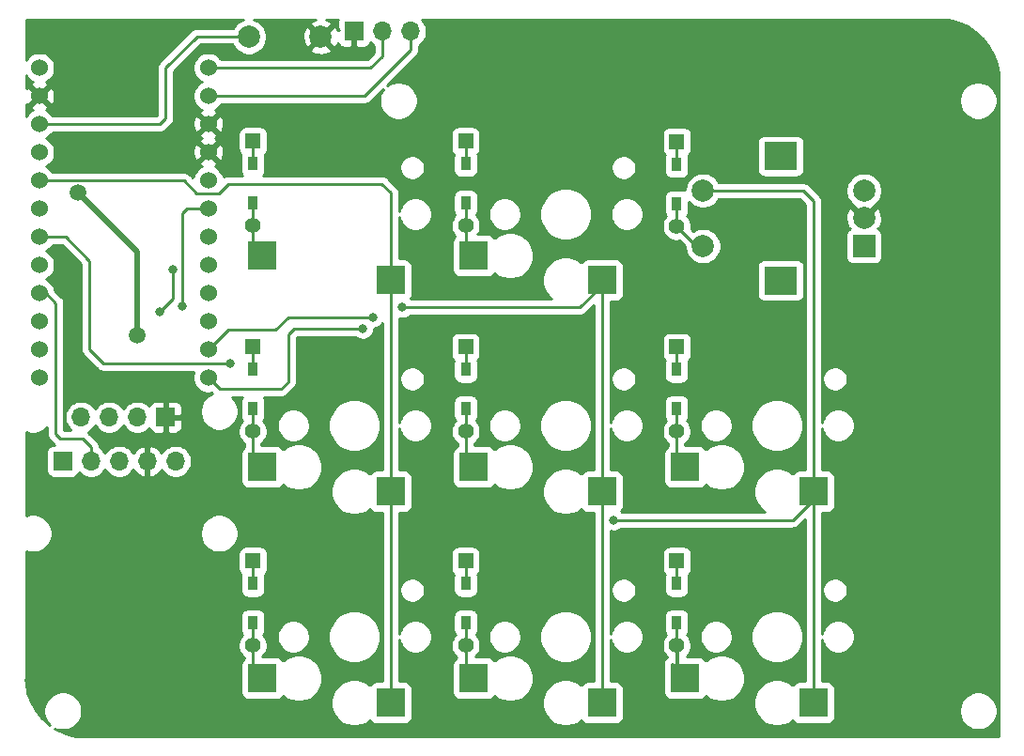
<source format=gbl>
G04 #@! TF.GenerationSoftware,KiCad,Pcbnew,(5.1.6)-1*
G04 #@! TF.CreationDate,2022-01-01T16:18:36+09:00*
G04 #@! TF.ProjectId,kp1,6b70312e-6b69-4636-9164-5f7063625858,rev?*
G04 #@! TF.SameCoordinates,Original*
G04 #@! TF.FileFunction,Copper,L2,Bot*
G04 #@! TF.FilePolarity,Positive*
%FSLAX46Y46*%
G04 Gerber Fmt 4.6, Leading zero omitted, Abs format (unit mm)*
G04 Created by KiCad (PCBNEW (5.1.6)-1) date 2022-01-01 16:18:36*
%MOMM*%
%LPD*%
G01*
G04 APERTURE LIST*
G04 #@! TA.AperFunction,ComponentPad*
%ADD10R,2.000000X2.000000*%
G04 #@! TD*
G04 #@! TA.AperFunction,ComponentPad*
%ADD11C,2.000000*%
G04 #@! TD*
G04 #@! TA.AperFunction,ComponentPad*
%ADD12R,3.000000X2.500000*%
G04 #@! TD*
G04 #@! TA.AperFunction,SMDPad,CuDef*
%ADD13R,2.600000X2.600000*%
G04 #@! TD*
G04 #@! TA.AperFunction,ComponentPad*
%ADD14O,1.700000X1.700000*%
G04 #@! TD*
G04 #@! TA.AperFunction,ComponentPad*
%ADD15R,1.700000X1.700000*%
G04 #@! TD*
G04 #@! TA.AperFunction,ComponentPad*
%ADD16C,1.397000*%
G04 #@! TD*
G04 #@! TA.AperFunction,ComponentPad*
%ADD17R,1.397000X1.397000*%
G04 #@! TD*
G04 #@! TA.AperFunction,SMDPad,CuDef*
%ADD18R,0.950000X1.300000*%
G04 #@! TD*
G04 #@! TA.AperFunction,ComponentPad*
%ADD19C,1.524000*%
G04 #@! TD*
G04 #@! TA.AperFunction,ViaPad*
%ADD20C,0.800000*%
G04 #@! TD*
G04 #@! TA.AperFunction,ViaPad*
%ADD21C,1.500000*%
G04 #@! TD*
G04 #@! TA.AperFunction,Conductor*
%ADD22C,0.250000*%
G04 #@! TD*
G04 #@! TA.AperFunction,Conductor*
%ADD23C,0.500000*%
G04 #@! TD*
G04 #@! TA.AperFunction,Conductor*
%ADD24C,0.254000*%
G04 #@! TD*
G04 APERTURE END LIST*
D10*
X127200000Y-97100000D03*
D11*
X127200000Y-94600000D03*
X127200000Y-92100000D03*
D12*
X119700000Y-100200000D03*
X119700000Y-89000000D03*
D11*
X112700000Y-97100000D03*
X112700000Y-92100000D03*
D13*
X103595000Y-100170000D03*
X92045000Y-97970000D03*
D14*
X86330000Y-77750000D03*
X83790000Y-77750000D03*
D15*
X81250000Y-77750000D03*
D16*
X110330000Y-95310000D03*
D17*
X110330000Y-87690000D03*
D18*
X110330000Y-89725000D03*
X110330000Y-93275000D03*
D19*
X52891400Y-81022000D03*
X52891400Y-83562000D03*
X52891400Y-86102000D03*
X52891400Y-88642000D03*
X52891400Y-91182000D03*
X52891400Y-93722000D03*
X52891400Y-96262000D03*
X52891400Y-98802000D03*
X52891400Y-101342000D03*
X52891400Y-103882000D03*
X52891400Y-106422000D03*
X52891400Y-108962000D03*
X68111400Y-108962000D03*
X68111400Y-106422000D03*
X68111400Y-103882000D03*
X68111400Y-101342000D03*
X68111400Y-98802000D03*
X68111400Y-96262000D03*
X68111400Y-93722000D03*
X68111400Y-91182000D03*
X68111400Y-88642000D03*
X68111400Y-86102000D03*
X68111400Y-83562000D03*
X68111400Y-81022000D03*
D11*
X71750000Y-78250000D03*
X78250000Y-78250000D03*
D18*
X91300000Y-93225000D03*
X91300000Y-89675000D03*
D17*
X91300000Y-87640000D03*
D16*
X91300000Y-95260000D03*
D13*
X111095000Y-136070000D03*
X122645000Y-138270000D03*
X111095000Y-117020000D03*
X122645000Y-119220000D03*
X92045000Y-117020000D03*
X103595000Y-119220000D03*
X92045000Y-136070000D03*
X103595000Y-138270000D03*
X72995000Y-117020000D03*
X84545000Y-119220000D03*
X72997000Y-97972000D03*
X84547000Y-100172000D03*
X72995000Y-136070000D03*
X84545000Y-138270000D03*
D15*
X55000000Y-116500000D03*
D14*
X57540000Y-116500000D03*
X60080000Y-116500000D03*
X62620000Y-116500000D03*
X65160000Y-116500000D03*
D15*
X64262000Y-112522000D03*
D14*
X61722000Y-112522000D03*
X59182000Y-112522000D03*
X56642000Y-112522000D03*
D16*
X110330000Y-133110000D03*
D17*
X110330000Y-125490000D03*
D18*
X110330000Y-127525000D03*
X110330000Y-131075000D03*
X110332000Y-111775000D03*
X110332000Y-108225000D03*
D17*
X110332000Y-106190000D03*
D16*
X110332000Y-113810000D03*
X91302000Y-113810000D03*
D17*
X91302000Y-106190000D03*
D18*
X91302000Y-108225000D03*
X91302000Y-111775000D03*
D16*
X91302000Y-133110000D03*
D17*
X91302000Y-125490000D03*
D18*
X91302000Y-127525000D03*
X91302000Y-131075000D03*
D16*
X72130000Y-113815000D03*
D17*
X72130000Y-106195000D03*
D18*
X72130000Y-108230000D03*
X72130000Y-111780000D03*
D16*
X72132000Y-95260000D03*
D17*
X72132000Y-87640000D03*
D18*
X72132000Y-89675000D03*
X72132000Y-93225000D03*
D16*
X72132000Y-133110000D03*
D17*
X72132000Y-125490000D03*
D18*
X72132000Y-127525000D03*
X72132000Y-131075000D03*
D20*
X61000000Y-83500000D03*
X64897000Y-99187000D03*
X63754000Y-102997000D03*
X65786000Y-102489000D03*
D21*
X61722000Y-105156000D03*
X56388000Y-92257000D03*
D20*
X82931000Y-103505000D03*
X82042000Y-104521000D03*
X85598000Y-102616000D03*
X104648000Y-121793000D03*
X70104000Y-107696000D03*
D22*
X72132000Y-131075000D02*
X72132000Y-133110000D01*
X71882000Y-134947000D02*
X73005000Y-136070000D01*
X72132000Y-135207000D02*
X72995000Y-136070000D01*
X72132000Y-133110000D02*
X72132000Y-135207000D01*
X91302000Y-108225000D02*
X91302000Y-106190000D01*
X72130000Y-108207000D02*
X72130000Y-106172000D01*
X110332000Y-108225000D02*
X110332000Y-106190000D01*
X72132000Y-93225000D02*
X72132000Y-95260000D01*
X72132000Y-97107000D02*
X72997000Y-97972000D01*
X72132000Y-95260000D02*
X72132000Y-97107000D01*
X72132000Y-127525000D02*
X72132000Y-125490000D01*
X91302000Y-127525000D02*
X91302000Y-125490000D01*
X110330000Y-127525000D02*
X110330000Y-125490000D01*
X72130000Y-111760000D02*
X72130000Y-113795000D01*
X72000000Y-116025000D02*
X72995000Y-117020000D01*
X72130000Y-116155000D02*
X72995000Y-117020000D01*
X72130000Y-113815000D02*
X72130000Y-116155000D01*
X91300000Y-89675000D02*
X91300000Y-87640000D01*
X72132000Y-89675000D02*
X72132000Y-87640000D01*
X110330000Y-89725000D02*
X110330000Y-87690000D01*
X91302000Y-131075000D02*
X91302000Y-133110000D01*
X90982000Y-134997000D02*
X92055000Y-136070000D01*
X91302000Y-135327000D02*
X92045000Y-136070000D01*
X91302000Y-133110000D02*
X91302000Y-135327000D01*
X91302000Y-111775000D02*
X91302000Y-113810000D01*
X90982000Y-115957000D02*
X92045000Y-117020000D01*
X91302000Y-116277000D02*
X92045000Y-117020000D01*
X91302000Y-113810000D02*
X91302000Y-116277000D01*
X110332000Y-111775000D02*
X110332000Y-113810000D01*
X110082000Y-116007000D02*
X111095000Y-117020000D01*
X110332000Y-116257000D02*
X111095000Y-117020000D01*
X110332000Y-113810000D02*
X110332000Y-116257000D01*
X110330000Y-131075000D02*
X110330000Y-133110000D01*
X109850000Y-134815000D02*
X111105000Y-136070000D01*
X110350000Y-133110000D02*
X110350000Y-135065000D01*
X110330000Y-135305000D02*
X111095000Y-136070000D01*
X110330000Y-133110000D02*
X110330000Y-135305000D01*
X64897000Y-99187000D02*
X64897000Y-101854000D01*
X64897000Y-101854000D02*
X63754000Y-102997000D01*
X65786000Y-102489000D02*
X65786000Y-94107000D01*
X66171000Y-93722000D02*
X68111400Y-93722000D01*
X65786000Y-94107000D02*
X66171000Y-93722000D01*
D23*
X56388000Y-92257000D02*
X61722000Y-97591000D01*
X61722000Y-97591000D02*
X61722000Y-105156000D01*
D22*
X57540000Y-116500000D02*
X57540000Y-115198000D01*
X57540000Y-115198000D02*
X56769000Y-114427000D01*
X56769000Y-114427000D02*
X54737000Y-114427000D01*
X54737000Y-114427000D02*
X54356000Y-114046000D01*
X54356000Y-114046000D02*
X54356000Y-102235000D01*
X53463000Y-101342000D02*
X52891400Y-101342000D01*
X54356000Y-102235000D02*
X53463000Y-101342000D01*
X67106800Y-78181200D02*
X64262000Y-81026000D01*
X64262000Y-81026000D02*
X64262000Y-85598000D01*
X63758000Y-86102000D02*
X52891400Y-86102000D01*
X64262000Y-85598000D02*
X63758000Y-86102000D01*
X71681200Y-78181200D02*
X71750000Y-78250000D01*
X67106800Y-78181200D02*
X71681200Y-78181200D01*
X68111400Y-106422000D02*
X69885400Y-104648000D01*
X69885400Y-104648000D02*
X74168000Y-104648000D01*
X74168000Y-104648000D02*
X75311000Y-103505000D01*
X75311000Y-103505000D02*
X82931000Y-103505000D01*
X68111400Y-108962000D02*
X69131400Y-109982000D01*
X69131400Y-109982000D02*
X74676000Y-109982000D01*
X74676000Y-109982000D02*
X75311000Y-109347000D01*
X75311000Y-109347000D02*
X75311000Y-105029000D01*
X75311000Y-105029000D02*
X75819000Y-104521000D01*
X75819000Y-104521000D02*
X82042000Y-104521000D01*
X84547000Y-119218000D02*
X84545000Y-119220000D01*
X84547000Y-100172000D02*
X84547000Y-119218000D01*
X84545000Y-119220000D02*
X84545000Y-138270000D01*
X65932000Y-91182000D02*
X52891400Y-91182000D01*
X67079000Y-92329000D02*
X65932000Y-91182000D01*
X84547000Y-92297000D02*
X83750000Y-91500000D01*
X69917000Y-91500000D02*
X69088000Y-92329000D01*
X84547000Y-100172000D02*
X84547000Y-92297000D01*
X83750000Y-91500000D02*
X69917000Y-91500000D01*
X69088000Y-92329000D02*
X67079000Y-92329000D01*
X103595000Y-119220000D02*
X103595000Y-138270000D01*
X103595000Y-100170000D02*
X103595000Y-119220000D01*
X103595000Y-100170000D02*
X103595000Y-100621000D01*
X103595000Y-100621000D02*
X101600000Y-102616000D01*
X101600000Y-102616000D02*
X85598000Y-102616000D01*
X122645000Y-119220000D02*
X122645000Y-138645000D01*
X122645000Y-119220000D02*
X122645000Y-119925000D01*
X122645000Y-119925000D02*
X120777000Y-121793000D01*
X120777000Y-121793000D02*
X104648000Y-121793000D01*
X58674000Y-107696000D02*
X57404000Y-106426000D01*
X52891400Y-96262000D02*
X55241000Y-96262000D01*
X57404000Y-98425000D02*
X57404000Y-106426000D01*
X55241000Y-96262000D02*
X57404000Y-98425000D01*
X69469000Y-107696000D02*
X58674000Y-107696000D01*
X69469000Y-107696000D02*
X70104000Y-107696000D01*
X122645000Y-119220000D02*
X122645000Y-93028600D01*
X122645000Y-93028600D02*
X121716400Y-92100000D01*
X121716400Y-92100000D02*
X112700000Y-92100000D01*
X92045000Y-97970000D02*
X90820000Y-97970000D01*
X91300000Y-95260000D02*
X91300000Y-93225000D01*
X91300000Y-97225000D02*
X92045000Y-97970000D01*
X91300000Y-95260000D02*
X91300000Y-97225000D01*
X110330000Y-93275000D02*
X110330000Y-95310000D01*
X112120000Y-97100000D02*
X112700000Y-97100000D01*
X110330000Y-95310000D02*
X112120000Y-97100000D01*
X86330000Y-77750000D02*
X86330000Y-79420000D01*
X82188000Y-83562000D02*
X68111400Y-83562000D01*
X86330000Y-79420000D02*
X82188000Y-83562000D01*
X68111400Y-81022000D02*
X82728000Y-81022000D01*
X83790000Y-79960000D02*
X83790000Y-77750000D01*
X82728000Y-81022000D02*
X83790000Y-79960000D01*
D24*
G36*
X134871797Y-76733902D02*
G01*
X135720182Y-76947001D01*
X136522371Y-77295803D01*
X137256818Y-77770938D01*
X137903798Y-78359646D01*
X138445946Y-79046125D01*
X138868692Y-79811928D01*
X139160684Y-80636491D01*
X139316116Y-81509076D01*
X139331855Y-81842830D01*
X139324912Y-81865718D01*
X139315000Y-81966354D01*
X139315001Y-141315000D01*
X56966353Y-141315000D01*
X56865717Y-141324912D01*
X56860994Y-141326345D01*
X56128198Y-141266098D01*
X55279820Y-141052999D01*
X54477629Y-140704197D01*
X54294488Y-140585718D01*
X54493919Y-140668325D01*
X54829117Y-140735000D01*
X55170883Y-140735000D01*
X55506081Y-140668325D01*
X55821831Y-140537537D01*
X56105998Y-140347663D01*
X56347663Y-140105998D01*
X56537537Y-139821831D01*
X56668325Y-139506081D01*
X56735000Y-139170883D01*
X56735000Y-138829117D01*
X56668325Y-138493919D01*
X56537537Y-138178169D01*
X56347663Y-137894002D01*
X56105998Y-137652337D01*
X55821831Y-137462463D01*
X55506081Y-137331675D01*
X55170883Y-137265000D01*
X54829117Y-137265000D01*
X54493919Y-137331675D01*
X54178169Y-137462463D01*
X53894002Y-137652337D01*
X53652337Y-137894002D01*
X53462463Y-138178169D01*
X53331675Y-138493919D01*
X53265000Y-138829117D01*
X53265000Y-139170883D01*
X53331675Y-139506081D01*
X53462463Y-139821831D01*
X53652337Y-140105998D01*
X53834435Y-140288096D01*
X53743182Y-140229062D01*
X53096201Y-139640354D01*
X52554054Y-138953875D01*
X52131309Y-138188076D01*
X51839317Y-137363514D01*
X51683884Y-136490925D01*
X51668145Y-136157171D01*
X51675088Y-136134283D01*
X51685000Y-136033647D01*
X51685000Y-132978662D01*
X70798500Y-132978662D01*
X70798500Y-133241338D01*
X70849746Y-133498968D01*
X70950268Y-133741649D01*
X71096203Y-133960057D01*
X71281943Y-134145797D01*
X71372001Y-134205971D01*
X71372001Y-134222629D01*
X71340506Y-134239463D01*
X71243815Y-134318815D01*
X71164463Y-134415506D01*
X71105498Y-134525820D01*
X71069188Y-134645518D01*
X71056928Y-134770000D01*
X71056928Y-137370000D01*
X71069188Y-137494482D01*
X71105498Y-137614180D01*
X71164463Y-137724494D01*
X71243815Y-137821185D01*
X71340506Y-137900537D01*
X71450820Y-137959502D01*
X71570518Y-137995812D01*
X71695000Y-138008072D01*
X74295000Y-138008072D01*
X74419482Y-137995812D01*
X74539180Y-137959502D01*
X74649494Y-137900537D01*
X74746185Y-137821185D01*
X74825537Y-137724494D01*
X74853268Y-137672614D01*
X74909017Y-137728363D01*
X75258698Y-137962012D01*
X75647244Y-138122953D01*
X76059721Y-138205000D01*
X76480279Y-138205000D01*
X76892756Y-138122953D01*
X77281302Y-137962012D01*
X77630983Y-137728363D01*
X77928363Y-137430983D01*
X78162012Y-137081302D01*
X78322953Y-136692756D01*
X78405000Y-136280279D01*
X78405000Y-135859721D01*
X78322953Y-135447244D01*
X78162012Y-135058698D01*
X77928363Y-134709017D01*
X77630983Y-134411637D01*
X77281302Y-134177988D01*
X76892756Y-134017047D01*
X76480279Y-133935000D01*
X76059721Y-133935000D01*
X75647244Y-134017047D01*
X75258698Y-134177988D01*
X74909017Y-134411637D01*
X74853268Y-134467386D01*
X74825537Y-134415506D01*
X74746185Y-134318815D01*
X74649494Y-134239463D01*
X74539180Y-134180498D01*
X74419482Y-134144188D01*
X74295000Y-134131928D01*
X72995926Y-134131928D01*
X73167797Y-133960057D01*
X73313732Y-133741649D01*
X73414254Y-133498968D01*
X73465500Y-133241338D01*
X73465500Y-132978662D01*
X73414254Y-132721032D01*
X73313732Y-132478351D01*
X73167797Y-132259943D01*
X73081506Y-132173652D01*
X74284100Y-132173652D01*
X74284100Y-132466348D01*
X74341202Y-132753421D01*
X74453212Y-133023838D01*
X74615826Y-133267206D01*
X74822794Y-133474174D01*
X75066162Y-133636788D01*
X75336579Y-133748798D01*
X75623652Y-133805900D01*
X75916348Y-133805900D01*
X76203421Y-133748798D01*
X76473838Y-133636788D01*
X76717206Y-133474174D01*
X76924174Y-133267206D01*
X77086788Y-133023838D01*
X77198798Y-132753421D01*
X77255900Y-132466348D01*
X77255900Y-132173652D01*
X77238982Y-132088594D01*
X78920500Y-132088594D01*
X78920500Y-132551406D01*
X79010790Y-133005324D01*
X79187900Y-133432905D01*
X79445024Y-133817719D01*
X79772281Y-134144976D01*
X80157095Y-134402100D01*
X80584676Y-134579210D01*
X81038594Y-134669500D01*
X81501406Y-134669500D01*
X81955324Y-134579210D01*
X82382905Y-134402100D01*
X82767719Y-134144976D01*
X83094976Y-133817719D01*
X83352100Y-133432905D01*
X83529210Y-133005324D01*
X83619500Y-132551406D01*
X83619500Y-132088594D01*
X83529210Y-131634676D01*
X83352100Y-131207095D01*
X83094976Y-130822281D01*
X82767719Y-130495024D01*
X82382905Y-130237900D01*
X81955324Y-130060790D01*
X81501406Y-129970500D01*
X81038594Y-129970500D01*
X80584676Y-130060790D01*
X80157095Y-130237900D01*
X79772281Y-130495024D01*
X79445024Y-130822281D01*
X79187900Y-131207095D01*
X79010790Y-131634676D01*
X78920500Y-132088594D01*
X77238982Y-132088594D01*
X77198798Y-131886579D01*
X77086788Y-131616162D01*
X76924174Y-131372794D01*
X76717206Y-131165826D01*
X76473838Y-131003212D01*
X76203421Y-130891202D01*
X75916348Y-130834100D01*
X75623652Y-130834100D01*
X75336579Y-130891202D01*
X75066162Y-131003212D01*
X74822794Y-131165826D01*
X74615826Y-131372794D01*
X74453212Y-131616162D01*
X74341202Y-131886579D01*
X74284100Y-132173652D01*
X73081506Y-132173652D01*
X73069839Y-132161985D01*
X73137537Y-132079494D01*
X73196502Y-131969180D01*
X73232812Y-131849482D01*
X73245072Y-131725000D01*
X73245072Y-130425000D01*
X73232812Y-130300518D01*
X73196502Y-130180820D01*
X73137537Y-130070506D01*
X73058185Y-129973815D01*
X72961494Y-129894463D01*
X72851180Y-129835498D01*
X72731482Y-129799188D01*
X72607000Y-129786928D01*
X71657000Y-129786928D01*
X71532518Y-129799188D01*
X71412820Y-129835498D01*
X71302506Y-129894463D01*
X71205815Y-129973815D01*
X71126463Y-130070506D01*
X71067498Y-130180820D01*
X71031188Y-130300518D01*
X71018928Y-130425000D01*
X71018928Y-131725000D01*
X71031188Y-131849482D01*
X71067498Y-131969180D01*
X71126463Y-132079494D01*
X71194161Y-132161985D01*
X71096203Y-132259943D01*
X70950268Y-132478351D01*
X70849746Y-132721032D01*
X70798500Y-132978662D01*
X51685000Y-132978662D01*
X51685000Y-124791500D01*
X70795428Y-124791500D01*
X70795428Y-126188500D01*
X70807688Y-126312982D01*
X70843998Y-126432680D01*
X70902963Y-126542994D01*
X70982315Y-126639685D01*
X71048366Y-126693891D01*
X71031188Y-126750518D01*
X71018928Y-126875000D01*
X71018928Y-128175000D01*
X71031188Y-128299482D01*
X71067498Y-128419180D01*
X71126463Y-128529494D01*
X71205815Y-128626185D01*
X71302506Y-128705537D01*
X71412820Y-128764502D01*
X71532518Y-128800812D01*
X71657000Y-128813072D01*
X72607000Y-128813072D01*
X72731482Y-128800812D01*
X72851180Y-128764502D01*
X72961494Y-128705537D01*
X73058185Y-128626185D01*
X73137537Y-128529494D01*
X73196502Y-128419180D01*
X73232812Y-128299482D01*
X73245072Y-128175000D01*
X73245072Y-126875000D01*
X73232812Y-126750518D01*
X73215634Y-126693891D01*
X73281685Y-126639685D01*
X73361037Y-126542994D01*
X73420002Y-126432680D01*
X73456312Y-126312982D01*
X73468572Y-126188500D01*
X73468572Y-124791500D01*
X73456312Y-124667018D01*
X73420002Y-124547320D01*
X73361037Y-124437006D01*
X73281685Y-124340315D01*
X73184994Y-124260963D01*
X73074680Y-124201998D01*
X72954982Y-124165688D01*
X72830500Y-124153428D01*
X71433500Y-124153428D01*
X71309018Y-124165688D01*
X71189320Y-124201998D01*
X71079006Y-124260963D01*
X70982315Y-124340315D01*
X70902963Y-124437006D01*
X70843998Y-124547320D01*
X70807688Y-124667018D01*
X70795428Y-124791500D01*
X51685000Y-124791500D01*
X51685000Y-124613268D01*
X51817919Y-124668325D01*
X52153117Y-124735000D01*
X52494883Y-124735000D01*
X52830081Y-124668325D01*
X53145831Y-124537537D01*
X53429998Y-124347663D01*
X53671663Y-124105998D01*
X53861537Y-123821831D01*
X53992325Y-123506081D01*
X54059000Y-123170883D01*
X54059000Y-122829117D01*
X67353000Y-122829117D01*
X67353000Y-123170883D01*
X67419675Y-123506081D01*
X67550463Y-123821831D01*
X67740337Y-124105998D01*
X67982002Y-124347663D01*
X68266169Y-124537537D01*
X68581919Y-124668325D01*
X68917117Y-124735000D01*
X69258883Y-124735000D01*
X69594081Y-124668325D01*
X69909831Y-124537537D01*
X70193998Y-124347663D01*
X70435663Y-124105998D01*
X70625537Y-123821831D01*
X70756325Y-123506081D01*
X70823000Y-123170883D01*
X70823000Y-122829117D01*
X70756325Y-122493919D01*
X70625537Y-122178169D01*
X70435663Y-121894002D01*
X70193998Y-121652337D01*
X69909831Y-121462463D01*
X69594081Y-121331675D01*
X69258883Y-121265000D01*
X68917117Y-121265000D01*
X68581919Y-121331675D01*
X68266169Y-121462463D01*
X67982002Y-121652337D01*
X67740337Y-121894002D01*
X67550463Y-122178169D01*
X67419675Y-122493919D01*
X67353000Y-122829117D01*
X54059000Y-122829117D01*
X53992325Y-122493919D01*
X53861537Y-122178169D01*
X53671663Y-121894002D01*
X53429998Y-121652337D01*
X53145831Y-121462463D01*
X52830081Y-121331675D01*
X52494883Y-121265000D01*
X52153117Y-121265000D01*
X51817919Y-121331675D01*
X51685000Y-121386732D01*
X51685000Y-113881268D01*
X51817919Y-113936325D01*
X52153117Y-114003000D01*
X52494883Y-114003000D01*
X52830081Y-113936325D01*
X53145831Y-113805537D01*
X53429998Y-113615663D01*
X53596000Y-113449661D01*
X53596000Y-114008678D01*
X53592324Y-114046000D01*
X53596000Y-114083322D01*
X53596000Y-114083332D01*
X53606997Y-114194985D01*
X53649470Y-114335001D01*
X53650454Y-114338246D01*
X53721026Y-114470276D01*
X53758179Y-114515546D01*
X53815999Y-114586001D01*
X53845003Y-114609804D01*
X54173196Y-114937997D01*
X54196999Y-114967001D01*
X54251743Y-115011928D01*
X54150000Y-115011928D01*
X54025518Y-115024188D01*
X53905820Y-115060498D01*
X53795506Y-115119463D01*
X53698815Y-115198815D01*
X53619463Y-115295506D01*
X53560498Y-115405820D01*
X53524188Y-115525518D01*
X53511928Y-115650000D01*
X53511928Y-117350000D01*
X53524188Y-117474482D01*
X53560498Y-117594180D01*
X53619463Y-117704494D01*
X53698815Y-117801185D01*
X53795506Y-117880537D01*
X53905820Y-117939502D01*
X54025518Y-117975812D01*
X54150000Y-117988072D01*
X55850000Y-117988072D01*
X55974482Y-117975812D01*
X56094180Y-117939502D01*
X56204494Y-117880537D01*
X56301185Y-117801185D01*
X56380537Y-117704494D01*
X56439502Y-117594180D01*
X56461513Y-117521620D01*
X56593368Y-117653475D01*
X56836589Y-117815990D01*
X57106842Y-117927932D01*
X57393740Y-117985000D01*
X57686260Y-117985000D01*
X57973158Y-117927932D01*
X58243411Y-117815990D01*
X58486632Y-117653475D01*
X58693475Y-117446632D01*
X58810000Y-117272240D01*
X58926525Y-117446632D01*
X59133368Y-117653475D01*
X59376589Y-117815990D01*
X59646842Y-117927932D01*
X59933740Y-117985000D01*
X60226260Y-117985000D01*
X60513158Y-117927932D01*
X60783411Y-117815990D01*
X61026632Y-117653475D01*
X61233475Y-117446632D01*
X61355195Y-117264466D01*
X61424822Y-117381355D01*
X61619731Y-117597588D01*
X61853080Y-117771641D01*
X62115901Y-117896825D01*
X62263110Y-117941476D01*
X62493000Y-117820155D01*
X62493000Y-116627000D01*
X62473000Y-116627000D01*
X62473000Y-116373000D01*
X62493000Y-116373000D01*
X62493000Y-115179845D01*
X62747000Y-115179845D01*
X62747000Y-116373000D01*
X62767000Y-116373000D01*
X62767000Y-116627000D01*
X62747000Y-116627000D01*
X62747000Y-117820155D01*
X62976890Y-117941476D01*
X63124099Y-117896825D01*
X63386920Y-117771641D01*
X63620269Y-117597588D01*
X63815178Y-117381355D01*
X63884805Y-117264466D01*
X64006525Y-117446632D01*
X64213368Y-117653475D01*
X64456589Y-117815990D01*
X64726842Y-117927932D01*
X65013740Y-117985000D01*
X65306260Y-117985000D01*
X65593158Y-117927932D01*
X65863411Y-117815990D01*
X66106632Y-117653475D01*
X66313475Y-117446632D01*
X66475990Y-117203411D01*
X66587932Y-116933158D01*
X66645000Y-116646260D01*
X66645000Y-116353740D01*
X66587932Y-116066842D01*
X66475990Y-115796589D01*
X66313475Y-115553368D01*
X66106632Y-115346525D01*
X65863411Y-115184010D01*
X65593158Y-115072068D01*
X65306260Y-115015000D01*
X65013740Y-115015000D01*
X64726842Y-115072068D01*
X64456589Y-115184010D01*
X64213368Y-115346525D01*
X64006525Y-115553368D01*
X63884805Y-115735534D01*
X63815178Y-115618645D01*
X63620269Y-115402412D01*
X63386920Y-115228359D01*
X63124099Y-115103175D01*
X62976890Y-115058524D01*
X62747000Y-115179845D01*
X62493000Y-115179845D01*
X62263110Y-115058524D01*
X62115901Y-115103175D01*
X61853080Y-115228359D01*
X61619731Y-115402412D01*
X61424822Y-115618645D01*
X61355195Y-115735534D01*
X61233475Y-115553368D01*
X61026632Y-115346525D01*
X60783411Y-115184010D01*
X60513158Y-115072068D01*
X60226260Y-115015000D01*
X59933740Y-115015000D01*
X59646842Y-115072068D01*
X59376589Y-115184010D01*
X59133368Y-115346525D01*
X58926525Y-115553368D01*
X58810000Y-115727760D01*
X58693475Y-115553368D01*
X58486632Y-115346525D01*
X58301248Y-115222655D01*
X58303676Y-115198000D01*
X58300000Y-115160675D01*
X58300000Y-115160667D01*
X58289003Y-115049014D01*
X58245546Y-114905753D01*
X58174974Y-114773724D01*
X58080001Y-114657999D01*
X58051002Y-114634201D01*
X57332803Y-113916002D01*
X57309001Y-113886999D01*
X57281527Y-113864452D01*
X57345411Y-113837990D01*
X57588632Y-113675475D01*
X57795475Y-113468632D01*
X57912000Y-113294240D01*
X58028525Y-113468632D01*
X58235368Y-113675475D01*
X58478589Y-113837990D01*
X58748842Y-113949932D01*
X59035740Y-114007000D01*
X59328260Y-114007000D01*
X59615158Y-113949932D01*
X59885411Y-113837990D01*
X60128632Y-113675475D01*
X60335475Y-113468632D01*
X60452000Y-113294240D01*
X60568525Y-113468632D01*
X60775368Y-113675475D01*
X61018589Y-113837990D01*
X61288842Y-113949932D01*
X61575740Y-114007000D01*
X61868260Y-114007000D01*
X62155158Y-113949932D01*
X62425411Y-113837990D01*
X62668632Y-113675475D01*
X62800487Y-113543620D01*
X62822498Y-113616180D01*
X62881463Y-113726494D01*
X62960815Y-113823185D01*
X63057506Y-113902537D01*
X63167820Y-113961502D01*
X63287518Y-113997812D01*
X63412000Y-114010072D01*
X63976250Y-114007000D01*
X64135000Y-113848250D01*
X64135000Y-112649000D01*
X64389000Y-112649000D01*
X64389000Y-113848250D01*
X64547750Y-114007000D01*
X65112000Y-114010072D01*
X65236482Y-113997812D01*
X65356180Y-113961502D01*
X65466494Y-113902537D01*
X65563185Y-113823185D01*
X65642537Y-113726494D01*
X65701502Y-113616180D01*
X65737812Y-113496482D01*
X65750072Y-113372000D01*
X65747000Y-112807750D01*
X65588250Y-112649000D01*
X64389000Y-112649000D01*
X64135000Y-112649000D01*
X64115000Y-112649000D01*
X64115000Y-112395000D01*
X64135000Y-112395000D01*
X64135000Y-111195750D01*
X64389000Y-111195750D01*
X64389000Y-112395000D01*
X65588250Y-112395000D01*
X65747000Y-112236250D01*
X65750072Y-111672000D01*
X65737812Y-111547518D01*
X65701502Y-111427820D01*
X65642537Y-111317506D01*
X65563185Y-111220815D01*
X65466494Y-111141463D01*
X65356180Y-111082498D01*
X65236482Y-111046188D01*
X65112000Y-111033928D01*
X64547750Y-111037000D01*
X64389000Y-111195750D01*
X64135000Y-111195750D01*
X63976250Y-111037000D01*
X63412000Y-111033928D01*
X63287518Y-111046188D01*
X63167820Y-111082498D01*
X63057506Y-111141463D01*
X62960815Y-111220815D01*
X62881463Y-111317506D01*
X62822498Y-111427820D01*
X62800487Y-111500380D01*
X62668632Y-111368525D01*
X62425411Y-111206010D01*
X62155158Y-111094068D01*
X61868260Y-111037000D01*
X61575740Y-111037000D01*
X61288842Y-111094068D01*
X61018589Y-111206010D01*
X60775368Y-111368525D01*
X60568525Y-111575368D01*
X60452000Y-111749760D01*
X60335475Y-111575368D01*
X60128632Y-111368525D01*
X59885411Y-111206010D01*
X59615158Y-111094068D01*
X59328260Y-111037000D01*
X59035740Y-111037000D01*
X58748842Y-111094068D01*
X58478589Y-111206010D01*
X58235368Y-111368525D01*
X58028525Y-111575368D01*
X57912000Y-111749760D01*
X57795475Y-111575368D01*
X57588632Y-111368525D01*
X57345411Y-111206010D01*
X57075158Y-111094068D01*
X56788260Y-111037000D01*
X56495740Y-111037000D01*
X56208842Y-111094068D01*
X55938589Y-111206010D01*
X55695368Y-111368525D01*
X55488525Y-111575368D01*
X55326010Y-111818589D01*
X55214068Y-112088842D01*
X55157000Y-112375740D01*
X55157000Y-112668260D01*
X55214068Y-112955158D01*
X55326010Y-113225411D01*
X55488525Y-113468632D01*
X55686893Y-113667000D01*
X55116000Y-113667000D01*
X55116000Y-102272325D01*
X55119676Y-102235000D01*
X55116000Y-102197675D01*
X55116000Y-102197667D01*
X55105003Y-102086014D01*
X55061546Y-101942753D01*
X54990974Y-101810724D01*
X54896001Y-101694999D01*
X54867003Y-101671201D01*
X54260637Y-101064836D01*
X54234714Y-100934510D01*
X54129405Y-100680273D01*
X53976520Y-100451465D01*
X53781935Y-100256880D01*
X53553127Y-100103995D01*
X53475885Y-100072000D01*
X53553127Y-100040005D01*
X53781935Y-99887120D01*
X53976520Y-99692535D01*
X54129405Y-99463727D01*
X54234714Y-99209490D01*
X54288400Y-98939592D01*
X54288400Y-98664408D01*
X54234714Y-98394510D01*
X54129405Y-98140273D01*
X53976520Y-97911465D01*
X53781935Y-97716880D01*
X53553127Y-97563995D01*
X53475885Y-97532000D01*
X53553127Y-97500005D01*
X53781935Y-97347120D01*
X53976520Y-97152535D01*
X54063741Y-97022000D01*
X54926199Y-97022000D01*
X56644000Y-98739802D01*
X56644001Y-106388668D01*
X56640324Y-106426000D01*
X56654998Y-106574985D01*
X56698454Y-106718246D01*
X56769026Y-106850276D01*
X56839379Y-106936000D01*
X56864000Y-106966001D01*
X56892998Y-106989799D01*
X58110201Y-108207003D01*
X58133999Y-108236001D01*
X58249724Y-108330974D01*
X58381753Y-108401546D01*
X58525014Y-108445003D01*
X58636667Y-108456000D01*
X58636676Y-108456000D01*
X58673999Y-108459676D01*
X58711322Y-108456000D01*
X66808890Y-108456000D01*
X66768086Y-108554510D01*
X66714400Y-108824408D01*
X66714400Y-109099592D01*
X66768086Y-109369490D01*
X66873395Y-109623727D01*
X67026280Y-109852535D01*
X67220865Y-110047120D01*
X67449673Y-110200005D01*
X67703910Y-110305314D01*
X67973808Y-110359000D01*
X68248992Y-110359000D01*
X68402970Y-110328372D01*
X68467618Y-110393020D01*
X68266169Y-110476463D01*
X67982002Y-110666337D01*
X67740337Y-110908002D01*
X67550463Y-111192169D01*
X67419675Y-111507919D01*
X67353000Y-111843117D01*
X67353000Y-112184883D01*
X67419675Y-112520081D01*
X67550463Y-112835831D01*
X67740337Y-113119998D01*
X67982002Y-113361663D01*
X68266169Y-113551537D01*
X68581919Y-113682325D01*
X68917117Y-113749000D01*
X69258883Y-113749000D01*
X69594081Y-113682325D01*
X69909831Y-113551537D01*
X70193998Y-113361663D01*
X70435663Y-113119998D01*
X70625537Y-112835831D01*
X70756325Y-112520081D01*
X70823000Y-112184883D01*
X70823000Y-111843117D01*
X70756325Y-111507919D01*
X70625537Y-111192169D01*
X70435663Y-110908002D01*
X70269661Y-110742000D01*
X71151961Y-110742000D01*
X71124463Y-110775506D01*
X71065498Y-110885820D01*
X71029188Y-111005518D01*
X71016928Y-111130000D01*
X71016928Y-112430000D01*
X71029188Y-112554482D01*
X71065498Y-112674180D01*
X71124463Y-112784494D01*
X71192161Y-112866985D01*
X71094203Y-112964943D01*
X70948268Y-113183351D01*
X70847746Y-113426032D01*
X70796500Y-113683662D01*
X70796500Y-113946338D01*
X70847746Y-114203968D01*
X70948268Y-114446649D01*
X71094203Y-114665057D01*
X71279943Y-114850797D01*
X71370000Y-114910971D01*
X71370001Y-115173698D01*
X71340506Y-115189463D01*
X71243815Y-115268815D01*
X71164463Y-115365506D01*
X71105498Y-115475820D01*
X71069188Y-115595518D01*
X71056928Y-115720000D01*
X71056928Y-118320000D01*
X71069188Y-118444482D01*
X71105498Y-118564180D01*
X71164463Y-118674494D01*
X71243815Y-118771185D01*
X71340506Y-118850537D01*
X71450820Y-118909502D01*
X71570518Y-118945812D01*
X71695000Y-118958072D01*
X74295000Y-118958072D01*
X74419482Y-118945812D01*
X74539180Y-118909502D01*
X74649494Y-118850537D01*
X74746185Y-118771185D01*
X74825537Y-118674494D01*
X74853268Y-118622614D01*
X74909017Y-118678363D01*
X75258698Y-118912012D01*
X75647244Y-119072953D01*
X76059721Y-119155000D01*
X76480279Y-119155000D01*
X76892756Y-119072953D01*
X77281302Y-118912012D01*
X77630983Y-118678363D01*
X77928363Y-118380983D01*
X78162012Y-118031302D01*
X78322953Y-117642756D01*
X78405000Y-117230279D01*
X78405000Y-116809721D01*
X78322953Y-116397244D01*
X78162012Y-116008698D01*
X77928363Y-115659017D01*
X77630983Y-115361637D01*
X77281302Y-115127988D01*
X76892756Y-114967047D01*
X76480279Y-114885000D01*
X76059721Y-114885000D01*
X75647244Y-114967047D01*
X75258698Y-115127988D01*
X74909017Y-115361637D01*
X74853268Y-115417386D01*
X74825537Y-115365506D01*
X74746185Y-115268815D01*
X74649494Y-115189463D01*
X74539180Y-115130498D01*
X74419482Y-115094188D01*
X74295000Y-115081928D01*
X72890000Y-115081928D01*
X72890000Y-114910971D01*
X72980057Y-114850797D01*
X73165797Y-114665057D01*
X73311732Y-114446649D01*
X73412254Y-114203968D01*
X73463500Y-113946338D01*
X73463500Y-113683662D01*
X73412254Y-113426032D01*
X73311732Y-113183351D01*
X73271843Y-113123652D01*
X74284100Y-113123652D01*
X74284100Y-113416348D01*
X74341202Y-113703421D01*
X74453212Y-113973838D01*
X74615826Y-114217206D01*
X74822794Y-114424174D01*
X75066162Y-114586788D01*
X75336579Y-114698798D01*
X75623652Y-114755900D01*
X75916348Y-114755900D01*
X76203421Y-114698798D01*
X76473838Y-114586788D01*
X76717206Y-114424174D01*
X76924174Y-114217206D01*
X77086788Y-113973838D01*
X77198798Y-113703421D01*
X77255900Y-113416348D01*
X77255900Y-113123652D01*
X77238982Y-113038594D01*
X78920500Y-113038594D01*
X78920500Y-113501406D01*
X79010790Y-113955324D01*
X79187900Y-114382905D01*
X79445024Y-114767719D01*
X79772281Y-115094976D01*
X80157095Y-115352100D01*
X80584676Y-115529210D01*
X81038594Y-115619500D01*
X81501406Y-115619500D01*
X81955324Y-115529210D01*
X82382905Y-115352100D01*
X82767719Y-115094976D01*
X83094976Y-114767719D01*
X83352100Y-114382905D01*
X83529210Y-113955324D01*
X83619500Y-113501406D01*
X83619500Y-113038594D01*
X83529210Y-112584676D01*
X83352100Y-112157095D01*
X83094976Y-111772281D01*
X82767719Y-111445024D01*
X82382905Y-111187900D01*
X81955324Y-111010790D01*
X81501406Y-110920500D01*
X81038594Y-110920500D01*
X80584676Y-111010790D01*
X80157095Y-111187900D01*
X79772281Y-111445024D01*
X79445024Y-111772281D01*
X79187900Y-112157095D01*
X79010790Y-112584676D01*
X78920500Y-113038594D01*
X77238982Y-113038594D01*
X77198798Y-112836579D01*
X77086788Y-112566162D01*
X76924174Y-112322794D01*
X76717206Y-112115826D01*
X76473838Y-111953212D01*
X76203421Y-111841202D01*
X75916348Y-111784100D01*
X75623652Y-111784100D01*
X75336579Y-111841202D01*
X75066162Y-111953212D01*
X74822794Y-112115826D01*
X74615826Y-112322794D01*
X74453212Y-112566162D01*
X74341202Y-112836579D01*
X74284100Y-113123652D01*
X73271843Y-113123652D01*
X73165797Y-112964943D01*
X73067839Y-112866985D01*
X73135537Y-112784494D01*
X73194502Y-112674180D01*
X73230812Y-112554482D01*
X73243072Y-112430000D01*
X73243072Y-111130000D01*
X73230812Y-111005518D01*
X73194502Y-110885820D01*
X73135537Y-110775506D01*
X73108039Y-110742000D01*
X74638678Y-110742000D01*
X74676000Y-110745676D01*
X74713322Y-110742000D01*
X74713333Y-110742000D01*
X74824986Y-110731003D01*
X74968247Y-110687546D01*
X75100276Y-110616974D01*
X75216001Y-110522001D01*
X75239803Y-110492998D01*
X75822004Y-109910798D01*
X75851001Y-109887001D01*
X75945974Y-109771276D01*
X76016546Y-109639247D01*
X76060003Y-109495986D01*
X76071000Y-109384333D01*
X76071000Y-109384332D01*
X76074677Y-109347000D01*
X76071000Y-109309667D01*
X76071000Y-105343801D01*
X76133802Y-105281000D01*
X81338289Y-105281000D01*
X81382226Y-105324937D01*
X81551744Y-105438205D01*
X81740102Y-105516226D01*
X81940061Y-105556000D01*
X82143939Y-105556000D01*
X82343898Y-105516226D01*
X82532256Y-105438205D01*
X82701774Y-105324937D01*
X82845937Y-105180774D01*
X82959205Y-105011256D01*
X83037226Y-104822898D01*
X83077000Y-104622939D01*
X83077000Y-104531236D01*
X83232898Y-104500226D01*
X83421256Y-104422205D01*
X83590774Y-104308937D01*
X83734937Y-104164774D01*
X83787000Y-104086856D01*
X83787001Y-117281928D01*
X83245000Y-117281928D01*
X83120518Y-117294188D01*
X83000820Y-117330498D01*
X82890506Y-117389463D01*
X82793815Y-117468815D01*
X82714463Y-117565506D01*
X82686732Y-117617386D01*
X82630983Y-117561637D01*
X82281302Y-117327988D01*
X81892756Y-117167047D01*
X81480279Y-117085000D01*
X81059721Y-117085000D01*
X80647244Y-117167047D01*
X80258698Y-117327988D01*
X79909017Y-117561637D01*
X79611637Y-117859017D01*
X79377988Y-118208698D01*
X79217047Y-118597244D01*
X79135000Y-119009721D01*
X79135000Y-119430279D01*
X79217047Y-119842756D01*
X79377988Y-120231302D01*
X79611637Y-120580983D01*
X79909017Y-120878363D01*
X80258698Y-121112012D01*
X80647244Y-121272953D01*
X81059721Y-121355000D01*
X81480279Y-121355000D01*
X81892756Y-121272953D01*
X82281302Y-121112012D01*
X82630983Y-120878363D01*
X82686732Y-120822614D01*
X82714463Y-120874494D01*
X82793815Y-120971185D01*
X82890506Y-121050537D01*
X83000820Y-121109502D01*
X83120518Y-121145812D01*
X83245000Y-121158072D01*
X83785000Y-121158072D01*
X83785001Y-136331928D01*
X83245000Y-136331928D01*
X83120518Y-136344188D01*
X83000820Y-136380498D01*
X82890506Y-136439463D01*
X82793815Y-136518815D01*
X82714463Y-136615506D01*
X82686732Y-136667386D01*
X82630983Y-136611637D01*
X82281302Y-136377988D01*
X81892756Y-136217047D01*
X81480279Y-136135000D01*
X81059721Y-136135000D01*
X80647244Y-136217047D01*
X80258698Y-136377988D01*
X79909017Y-136611637D01*
X79611637Y-136909017D01*
X79377988Y-137258698D01*
X79217047Y-137647244D01*
X79135000Y-138059721D01*
X79135000Y-138480279D01*
X79217047Y-138892756D01*
X79377988Y-139281302D01*
X79611637Y-139630983D01*
X79909017Y-139928363D01*
X80258698Y-140162012D01*
X80647244Y-140322953D01*
X81059721Y-140405000D01*
X81480279Y-140405000D01*
X81892756Y-140322953D01*
X82281302Y-140162012D01*
X82630983Y-139928363D01*
X82686732Y-139872614D01*
X82714463Y-139924494D01*
X82793815Y-140021185D01*
X82890506Y-140100537D01*
X83000820Y-140159502D01*
X83120518Y-140195812D01*
X83245000Y-140208072D01*
X85845000Y-140208072D01*
X85969482Y-140195812D01*
X86089180Y-140159502D01*
X86199494Y-140100537D01*
X86296185Y-140021185D01*
X86375537Y-139924494D01*
X86434502Y-139814180D01*
X86470812Y-139694482D01*
X86483072Y-139570000D01*
X86483072Y-136970000D01*
X86470812Y-136845518D01*
X86434502Y-136725820D01*
X86375537Y-136615506D01*
X86296185Y-136518815D01*
X86199494Y-136439463D01*
X86089180Y-136380498D01*
X85969482Y-136344188D01*
X85845000Y-136331928D01*
X85305000Y-136331928D01*
X85305000Y-132571420D01*
X85341202Y-132753421D01*
X85453212Y-133023838D01*
X85615826Y-133267206D01*
X85822794Y-133474174D01*
X86066162Y-133636788D01*
X86336579Y-133748798D01*
X86623652Y-133805900D01*
X86916348Y-133805900D01*
X87203421Y-133748798D01*
X87473838Y-133636788D01*
X87717206Y-133474174D01*
X87924174Y-133267206D01*
X88086788Y-133023838D01*
X88105500Y-132978662D01*
X89968500Y-132978662D01*
X89968500Y-133241338D01*
X90019746Y-133498968D01*
X90120268Y-133741649D01*
X90266203Y-133960057D01*
X90451943Y-134145797D01*
X90502922Y-134179860D01*
X90500820Y-134180498D01*
X90390506Y-134239463D01*
X90293815Y-134318815D01*
X90214463Y-134415506D01*
X90155498Y-134525820D01*
X90119188Y-134645518D01*
X90106928Y-134770000D01*
X90106928Y-137370000D01*
X90119188Y-137494482D01*
X90155498Y-137614180D01*
X90214463Y-137724494D01*
X90293815Y-137821185D01*
X90390506Y-137900537D01*
X90500820Y-137959502D01*
X90620518Y-137995812D01*
X90745000Y-138008072D01*
X93345000Y-138008072D01*
X93469482Y-137995812D01*
X93589180Y-137959502D01*
X93699494Y-137900537D01*
X93796185Y-137821185D01*
X93875537Y-137724494D01*
X93903268Y-137672614D01*
X93959017Y-137728363D01*
X94308698Y-137962012D01*
X94697244Y-138122953D01*
X95109721Y-138205000D01*
X95530279Y-138205000D01*
X95942756Y-138122953D01*
X96331302Y-137962012D01*
X96680983Y-137728363D01*
X96978363Y-137430983D01*
X97212012Y-137081302D01*
X97372953Y-136692756D01*
X97455000Y-136280279D01*
X97455000Y-135859721D01*
X97372953Y-135447244D01*
X97212012Y-135058698D01*
X96978363Y-134709017D01*
X96680983Y-134411637D01*
X96331302Y-134177988D01*
X95942756Y-134017047D01*
X95530279Y-133935000D01*
X95109721Y-133935000D01*
X94697244Y-134017047D01*
X94308698Y-134177988D01*
X93959017Y-134411637D01*
X93903268Y-134467386D01*
X93875537Y-134415506D01*
X93796185Y-134318815D01*
X93699494Y-134239463D01*
X93589180Y-134180498D01*
X93469482Y-134144188D01*
X93345000Y-134131928D01*
X92165926Y-134131928D01*
X92337797Y-133960057D01*
X92483732Y-133741649D01*
X92584254Y-133498968D01*
X92635500Y-133241338D01*
X92635500Y-132978662D01*
X92584254Y-132721032D01*
X92483732Y-132478351D01*
X92337797Y-132259943D01*
X92251506Y-132173652D01*
X93334100Y-132173652D01*
X93334100Y-132466348D01*
X93391202Y-132753421D01*
X93503212Y-133023838D01*
X93665826Y-133267206D01*
X93872794Y-133474174D01*
X94116162Y-133636788D01*
X94386579Y-133748798D01*
X94673652Y-133805900D01*
X94966348Y-133805900D01*
X95253421Y-133748798D01*
X95523838Y-133636788D01*
X95767206Y-133474174D01*
X95974174Y-133267206D01*
X96136788Y-133023838D01*
X96248798Y-132753421D01*
X96305900Y-132466348D01*
X96305900Y-132173652D01*
X96288982Y-132088594D01*
X97970500Y-132088594D01*
X97970500Y-132551406D01*
X98060790Y-133005324D01*
X98237900Y-133432905D01*
X98495024Y-133817719D01*
X98822281Y-134144976D01*
X99207095Y-134402100D01*
X99634676Y-134579210D01*
X100088594Y-134669500D01*
X100551406Y-134669500D01*
X101005324Y-134579210D01*
X101432905Y-134402100D01*
X101817719Y-134144976D01*
X102144976Y-133817719D01*
X102402100Y-133432905D01*
X102579210Y-133005324D01*
X102669500Y-132551406D01*
X102669500Y-132088594D01*
X102579210Y-131634676D01*
X102402100Y-131207095D01*
X102144976Y-130822281D01*
X101817719Y-130495024D01*
X101432905Y-130237900D01*
X101005324Y-130060790D01*
X100551406Y-129970500D01*
X100088594Y-129970500D01*
X99634676Y-130060790D01*
X99207095Y-130237900D01*
X98822281Y-130495024D01*
X98495024Y-130822281D01*
X98237900Y-131207095D01*
X98060790Y-131634676D01*
X97970500Y-132088594D01*
X96288982Y-132088594D01*
X96248798Y-131886579D01*
X96136788Y-131616162D01*
X95974174Y-131372794D01*
X95767206Y-131165826D01*
X95523838Y-131003212D01*
X95253421Y-130891202D01*
X94966348Y-130834100D01*
X94673652Y-130834100D01*
X94386579Y-130891202D01*
X94116162Y-131003212D01*
X93872794Y-131165826D01*
X93665826Y-131372794D01*
X93503212Y-131616162D01*
X93391202Y-131886579D01*
X93334100Y-132173652D01*
X92251506Y-132173652D01*
X92239839Y-132161985D01*
X92307537Y-132079494D01*
X92366502Y-131969180D01*
X92402812Y-131849482D01*
X92415072Y-131725000D01*
X92415072Y-130425000D01*
X92402812Y-130300518D01*
X92366502Y-130180820D01*
X92307537Y-130070506D01*
X92228185Y-129973815D01*
X92131494Y-129894463D01*
X92021180Y-129835498D01*
X91901482Y-129799188D01*
X91777000Y-129786928D01*
X90827000Y-129786928D01*
X90702518Y-129799188D01*
X90582820Y-129835498D01*
X90472506Y-129894463D01*
X90375815Y-129973815D01*
X90296463Y-130070506D01*
X90237498Y-130180820D01*
X90201188Y-130300518D01*
X90188928Y-130425000D01*
X90188928Y-131725000D01*
X90201188Y-131849482D01*
X90237498Y-131969180D01*
X90296463Y-132079494D01*
X90364161Y-132161985D01*
X90266203Y-132259943D01*
X90120268Y-132478351D01*
X90019746Y-132721032D01*
X89968500Y-132978662D01*
X88105500Y-132978662D01*
X88198798Y-132753421D01*
X88255900Y-132466348D01*
X88255900Y-132173652D01*
X88198798Y-131886579D01*
X88086788Y-131616162D01*
X87924174Y-131372794D01*
X87717206Y-131165826D01*
X87473838Y-131003212D01*
X87203421Y-130891202D01*
X86916348Y-130834100D01*
X86623652Y-130834100D01*
X86336579Y-130891202D01*
X86066162Y-131003212D01*
X85822794Y-131165826D01*
X85615826Y-131372794D01*
X85453212Y-131616162D01*
X85341202Y-131886579D01*
X85305000Y-132068580D01*
X85305000Y-128008675D01*
X85359700Y-128008675D01*
X85359700Y-128231325D01*
X85403137Y-128449696D01*
X85488341Y-128655398D01*
X85612039Y-128840524D01*
X85769476Y-128997961D01*
X85954602Y-129121659D01*
X86160304Y-129206863D01*
X86378675Y-129250300D01*
X86601325Y-129250300D01*
X86819696Y-129206863D01*
X87025398Y-129121659D01*
X87210524Y-128997961D01*
X87367961Y-128840524D01*
X87491659Y-128655398D01*
X87576863Y-128449696D01*
X87620300Y-128231325D01*
X87620300Y-128008675D01*
X87576863Y-127790304D01*
X87491659Y-127584602D01*
X87367961Y-127399476D01*
X87210524Y-127242039D01*
X87025398Y-127118341D01*
X86819696Y-127033137D01*
X86601325Y-126989700D01*
X86378675Y-126989700D01*
X86160304Y-127033137D01*
X85954602Y-127118341D01*
X85769476Y-127242039D01*
X85612039Y-127399476D01*
X85488341Y-127584602D01*
X85403137Y-127790304D01*
X85359700Y-128008675D01*
X85305000Y-128008675D01*
X85305000Y-124791500D01*
X89965428Y-124791500D01*
X89965428Y-126188500D01*
X89977688Y-126312982D01*
X90013998Y-126432680D01*
X90072963Y-126542994D01*
X90152315Y-126639685D01*
X90218366Y-126693891D01*
X90201188Y-126750518D01*
X90188928Y-126875000D01*
X90188928Y-128175000D01*
X90201188Y-128299482D01*
X90237498Y-128419180D01*
X90296463Y-128529494D01*
X90375815Y-128626185D01*
X90472506Y-128705537D01*
X90582820Y-128764502D01*
X90702518Y-128800812D01*
X90827000Y-128813072D01*
X91777000Y-128813072D01*
X91901482Y-128800812D01*
X92021180Y-128764502D01*
X92131494Y-128705537D01*
X92228185Y-128626185D01*
X92307537Y-128529494D01*
X92366502Y-128419180D01*
X92402812Y-128299482D01*
X92415072Y-128175000D01*
X92415072Y-126875000D01*
X92402812Y-126750518D01*
X92385634Y-126693891D01*
X92451685Y-126639685D01*
X92531037Y-126542994D01*
X92590002Y-126432680D01*
X92626312Y-126312982D01*
X92638572Y-126188500D01*
X92638572Y-124791500D01*
X92626312Y-124667018D01*
X92590002Y-124547320D01*
X92531037Y-124437006D01*
X92451685Y-124340315D01*
X92354994Y-124260963D01*
X92244680Y-124201998D01*
X92124982Y-124165688D01*
X92000500Y-124153428D01*
X90603500Y-124153428D01*
X90479018Y-124165688D01*
X90359320Y-124201998D01*
X90249006Y-124260963D01*
X90152315Y-124340315D01*
X90072963Y-124437006D01*
X90013998Y-124547320D01*
X89977688Y-124667018D01*
X89965428Y-124791500D01*
X85305000Y-124791500D01*
X85305000Y-121158072D01*
X85845000Y-121158072D01*
X85969482Y-121145812D01*
X86089180Y-121109502D01*
X86199494Y-121050537D01*
X86296185Y-120971185D01*
X86375537Y-120874494D01*
X86434502Y-120764180D01*
X86470812Y-120644482D01*
X86483072Y-120520000D01*
X86483072Y-117920000D01*
X86470812Y-117795518D01*
X86434502Y-117675820D01*
X86375537Y-117565506D01*
X86296185Y-117468815D01*
X86199494Y-117389463D01*
X86089180Y-117330498D01*
X85969482Y-117294188D01*
X85845000Y-117281928D01*
X85307000Y-117281928D01*
X85307000Y-113531475D01*
X85341202Y-113703421D01*
X85453212Y-113973838D01*
X85615826Y-114217206D01*
X85822794Y-114424174D01*
X86066162Y-114586788D01*
X86336579Y-114698798D01*
X86623652Y-114755900D01*
X86916348Y-114755900D01*
X87203421Y-114698798D01*
X87473838Y-114586788D01*
X87717206Y-114424174D01*
X87924174Y-114217206D01*
X88086788Y-113973838D01*
X88198798Y-113703421D01*
X88203722Y-113678662D01*
X89968500Y-113678662D01*
X89968500Y-113941338D01*
X90019746Y-114198968D01*
X90120268Y-114441649D01*
X90266203Y-114660057D01*
X90451943Y-114845797D01*
X90542000Y-114905971D01*
X90542001Y-115118006D01*
X90500820Y-115130498D01*
X90390506Y-115189463D01*
X90293815Y-115268815D01*
X90214463Y-115365506D01*
X90155498Y-115475820D01*
X90119188Y-115595518D01*
X90106928Y-115720000D01*
X90106928Y-118320000D01*
X90119188Y-118444482D01*
X90155498Y-118564180D01*
X90214463Y-118674494D01*
X90293815Y-118771185D01*
X90390506Y-118850537D01*
X90500820Y-118909502D01*
X90620518Y-118945812D01*
X90745000Y-118958072D01*
X93345000Y-118958072D01*
X93469482Y-118945812D01*
X93589180Y-118909502D01*
X93699494Y-118850537D01*
X93796185Y-118771185D01*
X93875537Y-118674494D01*
X93903268Y-118622614D01*
X93959017Y-118678363D01*
X94308698Y-118912012D01*
X94697244Y-119072953D01*
X95109721Y-119155000D01*
X95530279Y-119155000D01*
X95942756Y-119072953D01*
X96331302Y-118912012D01*
X96680983Y-118678363D01*
X96978363Y-118380983D01*
X97212012Y-118031302D01*
X97372953Y-117642756D01*
X97455000Y-117230279D01*
X97455000Y-116809721D01*
X97372953Y-116397244D01*
X97212012Y-116008698D01*
X96978363Y-115659017D01*
X96680983Y-115361637D01*
X96331302Y-115127988D01*
X95942756Y-114967047D01*
X95530279Y-114885000D01*
X95109721Y-114885000D01*
X94697244Y-114967047D01*
X94308698Y-115127988D01*
X93959017Y-115361637D01*
X93903268Y-115417386D01*
X93875537Y-115365506D01*
X93796185Y-115268815D01*
X93699494Y-115189463D01*
X93589180Y-115130498D01*
X93469482Y-115094188D01*
X93345000Y-115081928D01*
X92062000Y-115081928D01*
X92062000Y-114905971D01*
X92152057Y-114845797D01*
X92337797Y-114660057D01*
X92483732Y-114441649D01*
X92584254Y-114198968D01*
X92635500Y-113941338D01*
X92635500Y-113678662D01*
X92584254Y-113421032D01*
X92483732Y-113178351D01*
X92447184Y-113123652D01*
X93334100Y-113123652D01*
X93334100Y-113416348D01*
X93391202Y-113703421D01*
X93503212Y-113973838D01*
X93665826Y-114217206D01*
X93872794Y-114424174D01*
X94116162Y-114586788D01*
X94386579Y-114698798D01*
X94673652Y-114755900D01*
X94966348Y-114755900D01*
X95253421Y-114698798D01*
X95523838Y-114586788D01*
X95767206Y-114424174D01*
X95974174Y-114217206D01*
X96136788Y-113973838D01*
X96248798Y-113703421D01*
X96305900Y-113416348D01*
X96305900Y-113123652D01*
X96288982Y-113038594D01*
X97970500Y-113038594D01*
X97970500Y-113501406D01*
X98060790Y-113955324D01*
X98237900Y-114382905D01*
X98495024Y-114767719D01*
X98822281Y-115094976D01*
X99207095Y-115352100D01*
X99634676Y-115529210D01*
X100088594Y-115619500D01*
X100551406Y-115619500D01*
X101005324Y-115529210D01*
X101432905Y-115352100D01*
X101817719Y-115094976D01*
X102144976Y-114767719D01*
X102402100Y-114382905D01*
X102579210Y-113955324D01*
X102669500Y-113501406D01*
X102669500Y-113038594D01*
X102579210Y-112584676D01*
X102402100Y-112157095D01*
X102144976Y-111772281D01*
X101817719Y-111445024D01*
X101432905Y-111187900D01*
X101005324Y-111010790D01*
X100551406Y-110920500D01*
X100088594Y-110920500D01*
X99634676Y-111010790D01*
X99207095Y-111187900D01*
X98822281Y-111445024D01*
X98495024Y-111772281D01*
X98237900Y-112157095D01*
X98060790Y-112584676D01*
X97970500Y-113038594D01*
X96288982Y-113038594D01*
X96248798Y-112836579D01*
X96136788Y-112566162D01*
X95974174Y-112322794D01*
X95767206Y-112115826D01*
X95523838Y-111953212D01*
X95253421Y-111841202D01*
X94966348Y-111784100D01*
X94673652Y-111784100D01*
X94386579Y-111841202D01*
X94116162Y-111953212D01*
X93872794Y-112115826D01*
X93665826Y-112322794D01*
X93503212Y-112566162D01*
X93391202Y-112836579D01*
X93334100Y-113123652D01*
X92447184Y-113123652D01*
X92337797Y-112959943D01*
X92239839Y-112861985D01*
X92307537Y-112779494D01*
X92366502Y-112669180D01*
X92402812Y-112549482D01*
X92415072Y-112425000D01*
X92415072Y-111125000D01*
X92402812Y-111000518D01*
X92366502Y-110880820D01*
X92307537Y-110770506D01*
X92228185Y-110673815D01*
X92131494Y-110594463D01*
X92021180Y-110535498D01*
X91901482Y-110499188D01*
X91777000Y-110486928D01*
X90827000Y-110486928D01*
X90702518Y-110499188D01*
X90582820Y-110535498D01*
X90472506Y-110594463D01*
X90375815Y-110673815D01*
X90296463Y-110770506D01*
X90237498Y-110880820D01*
X90201188Y-111000518D01*
X90188928Y-111125000D01*
X90188928Y-112425000D01*
X90201188Y-112549482D01*
X90237498Y-112669180D01*
X90296463Y-112779494D01*
X90364161Y-112861985D01*
X90266203Y-112959943D01*
X90120268Y-113178351D01*
X90019746Y-113421032D01*
X89968500Y-113678662D01*
X88203722Y-113678662D01*
X88255900Y-113416348D01*
X88255900Y-113123652D01*
X88198798Y-112836579D01*
X88086788Y-112566162D01*
X87924174Y-112322794D01*
X87717206Y-112115826D01*
X87473838Y-111953212D01*
X87203421Y-111841202D01*
X86916348Y-111784100D01*
X86623652Y-111784100D01*
X86336579Y-111841202D01*
X86066162Y-111953212D01*
X85822794Y-112115826D01*
X85615826Y-112322794D01*
X85453212Y-112566162D01*
X85341202Y-112836579D01*
X85307000Y-113008525D01*
X85307000Y-108958675D01*
X85359700Y-108958675D01*
X85359700Y-109181325D01*
X85403137Y-109399696D01*
X85488341Y-109605398D01*
X85612039Y-109790524D01*
X85769476Y-109947961D01*
X85954602Y-110071659D01*
X86160304Y-110156863D01*
X86378675Y-110200300D01*
X86601325Y-110200300D01*
X86819696Y-110156863D01*
X87025398Y-110071659D01*
X87210524Y-109947961D01*
X87367961Y-109790524D01*
X87491659Y-109605398D01*
X87576863Y-109399696D01*
X87620300Y-109181325D01*
X87620300Y-108958675D01*
X87576863Y-108740304D01*
X87491659Y-108534602D01*
X87367961Y-108349476D01*
X87210524Y-108192039D01*
X87025398Y-108068341D01*
X86819696Y-107983137D01*
X86601325Y-107939700D01*
X86378675Y-107939700D01*
X86160304Y-107983137D01*
X85954602Y-108068341D01*
X85769476Y-108192039D01*
X85612039Y-108349476D01*
X85488341Y-108534602D01*
X85403137Y-108740304D01*
X85359700Y-108958675D01*
X85307000Y-108958675D01*
X85307000Y-105491500D01*
X89965428Y-105491500D01*
X89965428Y-106888500D01*
X89977688Y-107012982D01*
X90013998Y-107132680D01*
X90072963Y-107242994D01*
X90152315Y-107339685D01*
X90218366Y-107393891D01*
X90201188Y-107450518D01*
X90188928Y-107575000D01*
X90188928Y-108875000D01*
X90201188Y-108999482D01*
X90237498Y-109119180D01*
X90296463Y-109229494D01*
X90375815Y-109326185D01*
X90472506Y-109405537D01*
X90582820Y-109464502D01*
X90702518Y-109500812D01*
X90827000Y-109513072D01*
X91777000Y-109513072D01*
X91901482Y-109500812D01*
X92021180Y-109464502D01*
X92131494Y-109405537D01*
X92228185Y-109326185D01*
X92307537Y-109229494D01*
X92366502Y-109119180D01*
X92402812Y-108999482D01*
X92415072Y-108875000D01*
X92415072Y-107575000D01*
X92402812Y-107450518D01*
X92385634Y-107393891D01*
X92451685Y-107339685D01*
X92531037Y-107242994D01*
X92590002Y-107132680D01*
X92626312Y-107012982D01*
X92638572Y-106888500D01*
X92638572Y-105491500D01*
X92626312Y-105367018D01*
X92590002Y-105247320D01*
X92531037Y-105137006D01*
X92451685Y-105040315D01*
X92354994Y-104960963D01*
X92244680Y-104901998D01*
X92124982Y-104865688D01*
X92000500Y-104853428D01*
X90603500Y-104853428D01*
X90479018Y-104865688D01*
X90359320Y-104901998D01*
X90249006Y-104960963D01*
X90152315Y-105040315D01*
X90072963Y-105137006D01*
X90013998Y-105247320D01*
X89977688Y-105367018D01*
X89965428Y-105491500D01*
X85307000Y-105491500D01*
X85307000Y-103613394D01*
X85496061Y-103651000D01*
X85699939Y-103651000D01*
X85899898Y-103611226D01*
X86088256Y-103533205D01*
X86257774Y-103419937D01*
X86301711Y-103376000D01*
X101562678Y-103376000D01*
X101600000Y-103379676D01*
X101637322Y-103376000D01*
X101637333Y-103376000D01*
X101748986Y-103365003D01*
X101892247Y-103321546D01*
X102024276Y-103250974D01*
X102140001Y-103156001D01*
X102163804Y-103126997D01*
X102835000Y-102455801D01*
X102835001Y-117281928D01*
X102295000Y-117281928D01*
X102170518Y-117294188D01*
X102050820Y-117330498D01*
X101940506Y-117389463D01*
X101843815Y-117468815D01*
X101764463Y-117565506D01*
X101736732Y-117617386D01*
X101680983Y-117561637D01*
X101331302Y-117327988D01*
X100942756Y-117167047D01*
X100530279Y-117085000D01*
X100109721Y-117085000D01*
X99697244Y-117167047D01*
X99308698Y-117327988D01*
X98959017Y-117561637D01*
X98661637Y-117859017D01*
X98427988Y-118208698D01*
X98267047Y-118597244D01*
X98185000Y-119009721D01*
X98185000Y-119430279D01*
X98267047Y-119842756D01*
X98427988Y-120231302D01*
X98661637Y-120580983D01*
X98959017Y-120878363D01*
X99308698Y-121112012D01*
X99697244Y-121272953D01*
X100109721Y-121355000D01*
X100530279Y-121355000D01*
X100942756Y-121272953D01*
X101331302Y-121112012D01*
X101680983Y-120878363D01*
X101736732Y-120822614D01*
X101764463Y-120874494D01*
X101843815Y-120971185D01*
X101940506Y-121050537D01*
X102050820Y-121109502D01*
X102170518Y-121145812D01*
X102295000Y-121158072D01*
X102835000Y-121158072D01*
X102835001Y-136331928D01*
X102295000Y-136331928D01*
X102170518Y-136344188D01*
X102050820Y-136380498D01*
X101940506Y-136439463D01*
X101843815Y-136518815D01*
X101764463Y-136615506D01*
X101736732Y-136667386D01*
X101680983Y-136611637D01*
X101331302Y-136377988D01*
X100942756Y-136217047D01*
X100530279Y-136135000D01*
X100109721Y-136135000D01*
X99697244Y-136217047D01*
X99308698Y-136377988D01*
X98959017Y-136611637D01*
X98661637Y-136909017D01*
X98427988Y-137258698D01*
X98267047Y-137647244D01*
X98185000Y-138059721D01*
X98185000Y-138480279D01*
X98267047Y-138892756D01*
X98427988Y-139281302D01*
X98661637Y-139630983D01*
X98959017Y-139928363D01*
X99308698Y-140162012D01*
X99697244Y-140322953D01*
X100109721Y-140405000D01*
X100530279Y-140405000D01*
X100942756Y-140322953D01*
X101331302Y-140162012D01*
X101680983Y-139928363D01*
X101736732Y-139872614D01*
X101764463Y-139924494D01*
X101843815Y-140021185D01*
X101940506Y-140100537D01*
X102050820Y-140159502D01*
X102170518Y-140195812D01*
X102295000Y-140208072D01*
X104895000Y-140208072D01*
X105019482Y-140195812D01*
X105139180Y-140159502D01*
X105249494Y-140100537D01*
X105346185Y-140021185D01*
X105425537Y-139924494D01*
X105484502Y-139814180D01*
X105520812Y-139694482D01*
X105533072Y-139570000D01*
X105533072Y-136970000D01*
X105520812Y-136845518D01*
X105484502Y-136725820D01*
X105425537Y-136615506D01*
X105346185Y-136518815D01*
X105249494Y-136439463D01*
X105139180Y-136380498D01*
X105019482Y-136344188D01*
X104895000Y-136331928D01*
X104355000Y-136331928D01*
X104355000Y-132571420D01*
X104391202Y-132753421D01*
X104503212Y-133023838D01*
X104665826Y-133267206D01*
X104872794Y-133474174D01*
X105116162Y-133636788D01*
X105386579Y-133748798D01*
X105673652Y-133805900D01*
X105966348Y-133805900D01*
X106253421Y-133748798D01*
X106523838Y-133636788D01*
X106767206Y-133474174D01*
X106974174Y-133267206D01*
X107136788Y-133023838D01*
X107155500Y-132978662D01*
X108996500Y-132978662D01*
X108996500Y-133241338D01*
X109047746Y-133498968D01*
X109148268Y-133741649D01*
X109294203Y-133960057D01*
X109479943Y-134145797D01*
X109484307Y-134148713D01*
X109425724Y-134180026D01*
X109309999Y-134274999D01*
X109215026Y-134390724D01*
X109144454Y-134522754D01*
X109100998Y-134666015D01*
X109086324Y-134815000D01*
X109100998Y-134963985D01*
X109144454Y-135107246D01*
X109156928Y-135130583D01*
X109156928Y-137370000D01*
X109169188Y-137494482D01*
X109205498Y-137614180D01*
X109264463Y-137724494D01*
X109343815Y-137821185D01*
X109440506Y-137900537D01*
X109550820Y-137959502D01*
X109670518Y-137995812D01*
X109795000Y-138008072D01*
X112395000Y-138008072D01*
X112519482Y-137995812D01*
X112639180Y-137959502D01*
X112749494Y-137900537D01*
X112846185Y-137821185D01*
X112925537Y-137724494D01*
X112953268Y-137672614D01*
X113009017Y-137728363D01*
X113358698Y-137962012D01*
X113747244Y-138122953D01*
X114159721Y-138205000D01*
X114580279Y-138205000D01*
X114992756Y-138122953D01*
X115381302Y-137962012D01*
X115730983Y-137728363D01*
X116028363Y-137430983D01*
X116262012Y-137081302D01*
X116422953Y-136692756D01*
X116505000Y-136280279D01*
X116505000Y-135859721D01*
X116422953Y-135447244D01*
X116262012Y-135058698D01*
X116028363Y-134709017D01*
X115730983Y-134411637D01*
X115381302Y-134177988D01*
X114992756Y-134017047D01*
X114580279Y-133935000D01*
X114159721Y-133935000D01*
X113747244Y-134017047D01*
X113358698Y-134177988D01*
X113009017Y-134411637D01*
X112953268Y-134467386D01*
X112925537Y-134415506D01*
X112846185Y-134318815D01*
X112749494Y-134239463D01*
X112639180Y-134180498D01*
X112519482Y-134144188D01*
X112395000Y-134131928D01*
X111193926Y-134131928D01*
X111365797Y-133960057D01*
X111511732Y-133741649D01*
X111612254Y-133498968D01*
X111663500Y-133241338D01*
X111663500Y-132978662D01*
X111612254Y-132721032D01*
X111511732Y-132478351D01*
X111365797Y-132259943D01*
X111279506Y-132173652D01*
X112384100Y-132173652D01*
X112384100Y-132466348D01*
X112441202Y-132753421D01*
X112553212Y-133023838D01*
X112715826Y-133267206D01*
X112922794Y-133474174D01*
X113166162Y-133636788D01*
X113436579Y-133748798D01*
X113723652Y-133805900D01*
X114016348Y-133805900D01*
X114303421Y-133748798D01*
X114573838Y-133636788D01*
X114817206Y-133474174D01*
X115024174Y-133267206D01*
X115186788Y-133023838D01*
X115298798Y-132753421D01*
X115355900Y-132466348D01*
X115355900Y-132173652D01*
X115338982Y-132088594D01*
X117020500Y-132088594D01*
X117020500Y-132551406D01*
X117110790Y-133005324D01*
X117287900Y-133432905D01*
X117545024Y-133817719D01*
X117872281Y-134144976D01*
X118257095Y-134402100D01*
X118684676Y-134579210D01*
X119138594Y-134669500D01*
X119601406Y-134669500D01*
X120055324Y-134579210D01*
X120482905Y-134402100D01*
X120867719Y-134144976D01*
X121194976Y-133817719D01*
X121452100Y-133432905D01*
X121629210Y-133005324D01*
X121719500Y-132551406D01*
X121719500Y-132088594D01*
X121629210Y-131634676D01*
X121452100Y-131207095D01*
X121194976Y-130822281D01*
X120867719Y-130495024D01*
X120482905Y-130237900D01*
X120055324Y-130060790D01*
X119601406Y-129970500D01*
X119138594Y-129970500D01*
X118684676Y-130060790D01*
X118257095Y-130237900D01*
X117872281Y-130495024D01*
X117545024Y-130822281D01*
X117287900Y-131207095D01*
X117110790Y-131634676D01*
X117020500Y-132088594D01*
X115338982Y-132088594D01*
X115298798Y-131886579D01*
X115186788Y-131616162D01*
X115024174Y-131372794D01*
X114817206Y-131165826D01*
X114573838Y-131003212D01*
X114303421Y-130891202D01*
X114016348Y-130834100D01*
X113723652Y-130834100D01*
X113436579Y-130891202D01*
X113166162Y-131003212D01*
X112922794Y-131165826D01*
X112715826Y-131372794D01*
X112553212Y-131616162D01*
X112441202Y-131886579D01*
X112384100Y-132173652D01*
X111279506Y-132173652D01*
X111267839Y-132161985D01*
X111335537Y-132079494D01*
X111394502Y-131969180D01*
X111430812Y-131849482D01*
X111443072Y-131725000D01*
X111443072Y-130425000D01*
X111430812Y-130300518D01*
X111394502Y-130180820D01*
X111335537Y-130070506D01*
X111256185Y-129973815D01*
X111159494Y-129894463D01*
X111049180Y-129835498D01*
X110929482Y-129799188D01*
X110805000Y-129786928D01*
X109855000Y-129786928D01*
X109730518Y-129799188D01*
X109610820Y-129835498D01*
X109500506Y-129894463D01*
X109403815Y-129973815D01*
X109324463Y-130070506D01*
X109265498Y-130180820D01*
X109229188Y-130300518D01*
X109216928Y-130425000D01*
X109216928Y-131725000D01*
X109229188Y-131849482D01*
X109265498Y-131969180D01*
X109324463Y-132079494D01*
X109392161Y-132161985D01*
X109294203Y-132259943D01*
X109148268Y-132478351D01*
X109047746Y-132721032D01*
X108996500Y-132978662D01*
X107155500Y-132978662D01*
X107248798Y-132753421D01*
X107305900Y-132466348D01*
X107305900Y-132173652D01*
X107248798Y-131886579D01*
X107136788Y-131616162D01*
X106974174Y-131372794D01*
X106767206Y-131165826D01*
X106523838Y-131003212D01*
X106253421Y-130891202D01*
X105966348Y-130834100D01*
X105673652Y-130834100D01*
X105386579Y-130891202D01*
X105116162Y-131003212D01*
X104872794Y-131165826D01*
X104665826Y-131372794D01*
X104503212Y-131616162D01*
X104391202Y-131886579D01*
X104355000Y-132068580D01*
X104355000Y-128008675D01*
X104409700Y-128008675D01*
X104409700Y-128231325D01*
X104453137Y-128449696D01*
X104538341Y-128655398D01*
X104662039Y-128840524D01*
X104819476Y-128997961D01*
X105004602Y-129121659D01*
X105210304Y-129206863D01*
X105428675Y-129250300D01*
X105651325Y-129250300D01*
X105869696Y-129206863D01*
X106075398Y-129121659D01*
X106260524Y-128997961D01*
X106417961Y-128840524D01*
X106541659Y-128655398D01*
X106626863Y-128449696D01*
X106670300Y-128231325D01*
X106670300Y-128008675D01*
X106626863Y-127790304D01*
X106541659Y-127584602D01*
X106417961Y-127399476D01*
X106260524Y-127242039D01*
X106075398Y-127118341D01*
X105869696Y-127033137D01*
X105651325Y-126989700D01*
X105428675Y-126989700D01*
X105210304Y-127033137D01*
X105004602Y-127118341D01*
X104819476Y-127242039D01*
X104662039Y-127399476D01*
X104538341Y-127584602D01*
X104453137Y-127790304D01*
X104409700Y-128008675D01*
X104355000Y-128008675D01*
X104355000Y-124791500D01*
X108993428Y-124791500D01*
X108993428Y-126188500D01*
X109005688Y-126312982D01*
X109041998Y-126432680D01*
X109100963Y-126542994D01*
X109180315Y-126639685D01*
X109246366Y-126693891D01*
X109229188Y-126750518D01*
X109216928Y-126875000D01*
X109216928Y-128175000D01*
X109229188Y-128299482D01*
X109265498Y-128419180D01*
X109324463Y-128529494D01*
X109403815Y-128626185D01*
X109500506Y-128705537D01*
X109610820Y-128764502D01*
X109730518Y-128800812D01*
X109855000Y-128813072D01*
X110805000Y-128813072D01*
X110929482Y-128800812D01*
X111049180Y-128764502D01*
X111159494Y-128705537D01*
X111256185Y-128626185D01*
X111335537Y-128529494D01*
X111394502Y-128419180D01*
X111430812Y-128299482D01*
X111443072Y-128175000D01*
X111443072Y-126875000D01*
X111430812Y-126750518D01*
X111413634Y-126693891D01*
X111479685Y-126639685D01*
X111559037Y-126542994D01*
X111618002Y-126432680D01*
X111654312Y-126312982D01*
X111666572Y-126188500D01*
X111666572Y-124791500D01*
X111654312Y-124667018D01*
X111618002Y-124547320D01*
X111559037Y-124437006D01*
X111479685Y-124340315D01*
X111382994Y-124260963D01*
X111272680Y-124201998D01*
X111152982Y-124165688D01*
X111028500Y-124153428D01*
X109631500Y-124153428D01*
X109507018Y-124165688D01*
X109387320Y-124201998D01*
X109277006Y-124260963D01*
X109180315Y-124340315D01*
X109100963Y-124437006D01*
X109041998Y-124547320D01*
X109005688Y-124667018D01*
X108993428Y-124791500D01*
X104355000Y-124791500D01*
X104355000Y-122789996D01*
X104546061Y-122828000D01*
X104749939Y-122828000D01*
X104949898Y-122788226D01*
X105138256Y-122710205D01*
X105307774Y-122596937D01*
X105351711Y-122553000D01*
X120739678Y-122553000D01*
X120777000Y-122556676D01*
X120814322Y-122553000D01*
X120814333Y-122553000D01*
X120925986Y-122542003D01*
X121069247Y-122498546D01*
X121201276Y-122427974D01*
X121317001Y-122333001D01*
X121340804Y-122303997D01*
X121885000Y-121759801D01*
X121885001Y-136331928D01*
X121345000Y-136331928D01*
X121220518Y-136344188D01*
X121100820Y-136380498D01*
X120990506Y-136439463D01*
X120893815Y-136518815D01*
X120814463Y-136615506D01*
X120786732Y-136667386D01*
X120730983Y-136611637D01*
X120381302Y-136377988D01*
X119992756Y-136217047D01*
X119580279Y-136135000D01*
X119159721Y-136135000D01*
X118747244Y-136217047D01*
X118358698Y-136377988D01*
X118009017Y-136611637D01*
X117711637Y-136909017D01*
X117477988Y-137258698D01*
X117317047Y-137647244D01*
X117235000Y-138059721D01*
X117235000Y-138480279D01*
X117317047Y-138892756D01*
X117477988Y-139281302D01*
X117711637Y-139630983D01*
X118009017Y-139928363D01*
X118358698Y-140162012D01*
X118747244Y-140322953D01*
X119159721Y-140405000D01*
X119580279Y-140405000D01*
X119992756Y-140322953D01*
X120381302Y-140162012D01*
X120730983Y-139928363D01*
X120786732Y-139872614D01*
X120814463Y-139924494D01*
X120893815Y-140021185D01*
X120990506Y-140100537D01*
X121100820Y-140159502D01*
X121220518Y-140195812D01*
X121345000Y-140208072D01*
X123945000Y-140208072D01*
X124069482Y-140195812D01*
X124189180Y-140159502D01*
X124299494Y-140100537D01*
X124396185Y-140021185D01*
X124475537Y-139924494D01*
X124534502Y-139814180D01*
X124570812Y-139694482D01*
X124583072Y-139570000D01*
X124583072Y-138829117D01*
X135765000Y-138829117D01*
X135765000Y-139170883D01*
X135831675Y-139506081D01*
X135962463Y-139821831D01*
X136152337Y-140105998D01*
X136394002Y-140347663D01*
X136678169Y-140537537D01*
X136993919Y-140668325D01*
X137329117Y-140735000D01*
X137670883Y-140735000D01*
X138006081Y-140668325D01*
X138321831Y-140537537D01*
X138605998Y-140347663D01*
X138847663Y-140105998D01*
X139037537Y-139821831D01*
X139168325Y-139506081D01*
X139235000Y-139170883D01*
X139235000Y-138829117D01*
X139168325Y-138493919D01*
X139037537Y-138178169D01*
X138847663Y-137894002D01*
X138605998Y-137652337D01*
X138321831Y-137462463D01*
X138006081Y-137331675D01*
X137670883Y-137265000D01*
X137329117Y-137265000D01*
X136993919Y-137331675D01*
X136678169Y-137462463D01*
X136394002Y-137652337D01*
X136152337Y-137894002D01*
X135962463Y-138178169D01*
X135831675Y-138493919D01*
X135765000Y-138829117D01*
X124583072Y-138829117D01*
X124583072Y-136970000D01*
X124570812Y-136845518D01*
X124534502Y-136725820D01*
X124475537Y-136615506D01*
X124396185Y-136518815D01*
X124299494Y-136439463D01*
X124189180Y-136380498D01*
X124069482Y-136344188D01*
X123945000Y-136331928D01*
X123405000Y-136331928D01*
X123405000Y-132571420D01*
X123441202Y-132753421D01*
X123553212Y-133023838D01*
X123715826Y-133267206D01*
X123922794Y-133474174D01*
X124166162Y-133636788D01*
X124436579Y-133748798D01*
X124723652Y-133805900D01*
X125016348Y-133805900D01*
X125303421Y-133748798D01*
X125573838Y-133636788D01*
X125817206Y-133474174D01*
X126024174Y-133267206D01*
X126186788Y-133023838D01*
X126298798Y-132753421D01*
X126355900Y-132466348D01*
X126355900Y-132173652D01*
X126298798Y-131886579D01*
X126186788Y-131616162D01*
X126024174Y-131372794D01*
X125817206Y-131165826D01*
X125573838Y-131003212D01*
X125303421Y-130891202D01*
X125016348Y-130834100D01*
X124723652Y-130834100D01*
X124436579Y-130891202D01*
X124166162Y-131003212D01*
X123922794Y-131165826D01*
X123715826Y-131372794D01*
X123553212Y-131616162D01*
X123441202Y-131886579D01*
X123405000Y-132068580D01*
X123405000Y-128008675D01*
X123459700Y-128008675D01*
X123459700Y-128231325D01*
X123503137Y-128449696D01*
X123588341Y-128655398D01*
X123712039Y-128840524D01*
X123869476Y-128997961D01*
X124054602Y-129121659D01*
X124260304Y-129206863D01*
X124478675Y-129250300D01*
X124701325Y-129250300D01*
X124919696Y-129206863D01*
X125125398Y-129121659D01*
X125310524Y-128997961D01*
X125467961Y-128840524D01*
X125591659Y-128655398D01*
X125676863Y-128449696D01*
X125720300Y-128231325D01*
X125720300Y-128008675D01*
X125676863Y-127790304D01*
X125591659Y-127584602D01*
X125467961Y-127399476D01*
X125310524Y-127242039D01*
X125125398Y-127118341D01*
X124919696Y-127033137D01*
X124701325Y-126989700D01*
X124478675Y-126989700D01*
X124260304Y-127033137D01*
X124054602Y-127118341D01*
X123869476Y-127242039D01*
X123712039Y-127399476D01*
X123588341Y-127584602D01*
X123503137Y-127790304D01*
X123459700Y-128008675D01*
X123405000Y-128008675D01*
X123405000Y-121158072D01*
X123945000Y-121158072D01*
X124069482Y-121145812D01*
X124189180Y-121109502D01*
X124299494Y-121050537D01*
X124396185Y-120971185D01*
X124475537Y-120874494D01*
X124534502Y-120764180D01*
X124570812Y-120644482D01*
X124583072Y-120520000D01*
X124583072Y-117920000D01*
X124570812Y-117795518D01*
X124534502Y-117675820D01*
X124475537Y-117565506D01*
X124396185Y-117468815D01*
X124299494Y-117389463D01*
X124189180Y-117330498D01*
X124069482Y-117294188D01*
X123945000Y-117281928D01*
X123405000Y-117281928D01*
X123405000Y-113521420D01*
X123441202Y-113703421D01*
X123553212Y-113973838D01*
X123715826Y-114217206D01*
X123922794Y-114424174D01*
X124166162Y-114586788D01*
X124436579Y-114698798D01*
X124723652Y-114755900D01*
X125016348Y-114755900D01*
X125303421Y-114698798D01*
X125573838Y-114586788D01*
X125817206Y-114424174D01*
X126024174Y-114217206D01*
X126186788Y-113973838D01*
X126298798Y-113703421D01*
X126355900Y-113416348D01*
X126355900Y-113123652D01*
X126298798Y-112836579D01*
X126186788Y-112566162D01*
X126024174Y-112322794D01*
X125817206Y-112115826D01*
X125573838Y-111953212D01*
X125303421Y-111841202D01*
X125016348Y-111784100D01*
X124723652Y-111784100D01*
X124436579Y-111841202D01*
X124166162Y-111953212D01*
X123922794Y-112115826D01*
X123715826Y-112322794D01*
X123553212Y-112566162D01*
X123441202Y-112836579D01*
X123405000Y-113018580D01*
X123405000Y-108958675D01*
X123459700Y-108958675D01*
X123459700Y-109181325D01*
X123503137Y-109399696D01*
X123588341Y-109605398D01*
X123712039Y-109790524D01*
X123869476Y-109947961D01*
X124054602Y-110071659D01*
X124260304Y-110156863D01*
X124478675Y-110200300D01*
X124701325Y-110200300D01*
X124919696Y-110156863D01*
X125125398Y-110071659D01*
X125310524Y-109947961D01*
X125467961Y-109790524D01*
X125591659Y-109605398D01*
X125676863Y-109399696D01*
X125720300Y-109181325D01*
X125720300Y-108958675D01*
X125676863Y-108740304D01*
X125591659Y-108534602D01*
X125467961Y-108349476D01*
X125310524Y-108192039D01*
X125125398Y-108068341D01*
X124919696Y-107983137D01*
X124701325Y-107939700D01*
X124478675Y-107939700D01*
X124260304Y-107983137D01*
X124054602Y-108068341D01*
X123869476Y-108192039D01*
X123712039Y-108349476D01*
X123588341Y-108534602D01*
X123503137Y-108740304D01*
X123459700Y-108958675D01*
X123405000Y-108958675D01*
X123405000Y-94662595D01*
X125558282Y-94662595D01*
X125602039Y-94981675D01*
X125707205Y-95286088D01*
X125800186Y-95460044D01*
X125949223Y-95514024D01*
X125845506Y-95569463D01*
X125748815Y-95648815D01*
X125669463Y-95745506D01*
X125610498Y-95855820D01*
X125574188Y-95975518D01*
X125561928Y-96100000D01*
X125561928Y-98100000D01*
X125574188Y-98224482D01*
X125610498Y-98344180D01*
X125669463Y-98454494D01*
X125748815Y-98551185D01*
X125845506Y-98630537D01*
X125955820Y-98689502D01*
X126075518Y-98725812D01*
X126200000Y-98738072D01*
X128200000Y-98738072D01*
X128324482Y-98725812D01*
X128444180Y-98689502D01*
X128554494Y-98630537D01*
X128651185Y-98551185D01*
X128730537Y-98454494D01*
X128789502Y-98344180D01*
X128825812Y-98224482D01*
X128838072Y-98100000D01*
X128838072Y-96100000D01*
X128825812Y-95975518D01*
X128789502Y-95855820D01*
X128730537Y-95745506D01*
X128651185Y-95648815D01*
X128554494Y-95569463D01*
X128450777Y-95514024D01*
X128599814Y-95460044D01*
X128740704Y-95170429D01*
X128822384Y-94858892D01*
X128841718Y-94537405D01*
X128797961Y-94218325D01*
X128692795Y-93913912D01*
X128599814Y-93739956D01*
X128335413Y-93644192D01*
X127379605Y-94600000D01*
X127393748Y-94614143D01*
X127214143Y-94793748D01*
X127200000Y-94779605D01*
X127185858Y-94793748D01*
X127006253Y-94614143D01*
X127020395Y-94600000D01*
X126064587Y-93644192D01*
X125800186Y-93739956D01*
X125659296Y-94029571D01*
X125577616Y-94341108D01*
X125558282Y-94662595D01*
X123405000Y-94662595D01*
X123405000Y-93065925D01*
X123408676Y-93028600D01*
X123405000Y-92991275D01*
X123405000Y-92991267D01*
X123394003Y-92879614D01*
X123350546Y-92736353D01*
X123279974Y-92604324D01*
X123185001Y-92488599D01*
X123156003Y-92464801D01*
X122630169Y-91938967D01*
X125565000Y-91938967D01*
X125565000Y-92261033D01*
X125627832Y-92576912D01*
X125751082Y-92874463D01*
X125930013Y-93142252D01*
X126157748Y-93369987D01*
X126254935Y-93434925D01*
X126244192Y-93464587D01*
X127200000Y-94420395D01*
X128155808Y-93464587D01*
X128145065Y-93434925D01*
X128242252Y-93369987D01*
X128469987Y-93142252D01*
X128648918Y-92874463D01*
X128772168Y-92576912D01*
X128835000Y-92261033D01*
X128835000Y-91938967D01*
X128772168Y-91623088D01*
X128648918Y-91325537D01*
X128469987Y-91057748D01*
X128242252Y-90830013D01*
X127974463Y-90651082D01*
X127676912Y-90527832D01*
X127361033Y-90465000D01*
X127038967Y-90465000D01*
X126723088Y-90527832D01*
X126425537Y-90651082D01*
X126157748Y-90830013D01*
X125930013Y-91057748D01*
X125751082Y-91325537D01*
X125627832Y-91623088D01*
X125565000Y-91938967D01*
X122630169Y-91938967D01*
X122280203Y-91589002D01*
X122256401Y-91559999D01*
X122140676Y-91465026D01*
X122008647Y-91394454D01*
X121865386Y-91350997D01*
X121753733Y-91340000D01*
X121753722Y-91340000D01*
X121716400Y-91336324D01*
X121679078Y-91340000D01*
X114154909Y-91340000D01*
X114148918Y-91325537D01*
X113969987Y-91057748D01*
X113742252Y-90830013D01*
X113474463Y-90651082D01*
X113176912Y-90527832D01*
X112861033Y-90465000D01*
X112538967Y-90465000D01*
X112223088Y-90527832D01*
X111925537Y-90651082D01*
X111657748Y-90830013D01*
X111430013Y-91057748D01*
X111251082Y-91325537D01*
X111127832Y-91623088D01*
X111065000Y-91938967D01*
X111065000Y-92043954D01*
X111049180Y-92035498D01*
X110929482Y-91999188D01*
X110805000Y-91986928D01*
X109855000Y-91986928D01*
X109730518Y-91999188D01*
X109610820Y-92035498D01*
X109500506Y-92094463D01*
X109403815Y-92173815D01*
X109324463Y-92270506D01*
X109265498Y-92380820D01*
X109229188Y-92500518D01*
X109216928Y-92625000D01*
X109216928Y-93925000D01*
X109229188Y-94049482D01*
X109265498Y-94169180D01*
X109324463Y-94279494D01*
X109392161Y-94361985D01*
X109294203Y-94459943D01*
X109148268Y-94678351D01*
X109047746Y-94921032D01*
X108996500Y-95178662D01*
X108996500Y-95441338D01*
X109047746Y-95698968D01*
X109148268Y-95941649D01*
X109294203Y-96160057D01*
X109479943Y-96345797D01*
X109698351Y-96491732D01*
X109941032Y-96592254D01*
X110198662Y-96643500D01*
X110461338Y-96643500D01*
X110567568Y-96622369D01*
X111065000Y-97119802D01*
X111065000Y-97261033D01*
X111127832Y-97576912D01*
X111251082Y-97874463D01*
X111430013Y-98142252D01*
X111657748Y-98369987D01*
X111925537Y-98548918D01*
X112223088Y-98672168D01*
X112538967Y-98735000D01*
X112861033Y-98735000D01*
X113176912Y-98672168D01*
X113474463Y-98548918D01*
X113742252Y-98369987D01*
X113969987Y-98142252D01*
X114148918Y-97874463D01*
X114272168Y-97576912D01*
X114335000Y-97261033D01*
X114335000Y-96938967D01*
X114272168Y-96623088D01*
X114148918Y-96325537D01*
X113969987Y-96057748D01*
X113742252Y-95830013D01*
X113474463Y-95651082D01*
X113176912Y-95527832D01*
X112861033Y-95465000D01*
X112538967Y-95465000D01*
X112223088Y-95527832D01*
X111925537Y-95651082D01*
X111817843Y-95723041D01*
X111642369Y-95547568D01*
X111663500Y-95441338D01*
X111663500Y-95178662D01*
X111612254Y-94921032D01*
X111511732Y-94678351D01*
X111365797Y-94459943D01*
X111267839Y-94361985D01*
X111335537Y-94279494D01*
X111394502Y-94169180D01*
X111430812Y-94049482D01*
X111443072Y-93925000D01*
X111443072Y-93155311D01*
X111657748Y-93369987D01*
X111925537Y-93548918D01*
X112223088Y-93672168D01*
X112538967Y-93735000D01*
X112861033Y-93735000D01*
X113176912Y-93672168D01*
X113474463Y-93548918D01*
X113742252Y-93369987D01*
X113969987Y-93142252D01*
X114148918Y-92874463D01*
X114154909Y-92860000D01*
X121401599Y-92860000D01*
X121885001Y-93343403D01*
X121885000Y-117281928D01*
X121345000Y-117281928D01*
X121220518Y-117294188D01*
X121100820Y-117330498D01*
X120990506Y-117389463D01*
X120893815Y-117468815D01*
X120814463Y-117565506D01*
X120786732Y-117617386D01*
X120730983Y-117561637D01*
X120381302Y-117327988D01*
X119992756Y-117167047D01*
X119580279Y-117085000D01*
X119159721Y-117085000D01*
X118747244Y-117167047D01*
X118358698Y-117327988D01*
X118009017Y-117561637D01*
X117711637Y-117859017D01*
X117477988Y-118208698D01*
X117317047Y-118597244D01*
X117235000Y-119009721D01*
X117235000Y-119430279D01*
X117317047Y-119842756D01*
X117477988Y-120231302D01*
X117711637Y-120580983D01*
X118009017Y-120878363D01*
X118240448Y-121033000D01*
X105351711Y-121033000D01*
X105315268Y-120996557D01*
X105346185Y-120971185D01*
X105425537Y-120874494D01*
X105484502Y-120764180D01*
X105520812Y-120644482D01*
X105533072Y-120520000D01*
X105533072Y-117920000D01*
X105520812Y-117795518D01*
X105484502Y-117675820D01*
X105425537Y-117565506D01*
X105346185Y-117468815D01*
X105249494Y-117389463D01*
X105139180Y-117330498D01*
X105019482Y-117294188D01*
X104895000Y-117281928D01*
X104355000Y-117281928D01*
X104355000Y-113521420D01*
X104391202Y-113703421D01*
X104503212Y-113973838D01*
X104665826Y-114217206D01*
X104872794Y-114424174D01*
X105116162Y-114586788D01*
X105386579Y-114698798D01*
X105673652Y-114755900D01*
X105966348Y-114755900D01*
X106253421Y-114698798D01*
X106523838Y-114586788D01*
X106767206Y-114424174D01*
X106974174Y-114217206D01*
X107136788Y-113973838D01*
X107248798Y-113703421D01*
X107253722Y-113678662D01*
X108998500Y-113678662D01*
X108998500Y-113941338D01*
X109049746Y-114198968D01*
X109150268Y-114441649D01*
X109296203Y-114660057D01*
X109481943Y-114845797D01*
X109572000Y-114905971D01*
X109572001Y-115124073D01*
X109550820Y-115130498D01*
X109440506Y-115189463D01*
X109343815Y-115268815D01*
X109264463Y-115365506D01*
X109205498Y-115475820D01*
X109169188Y-115595518D01*
X109156928Y-115720000D01*
X109156928Y-118320000D01*
X109169188Y-118444482D01*
X109205498Y-118564180D01*
X109264463Y-118674494D01*
X109343815Y-118771185D01*
X109440506Y-118850537D01*
X109550820Y-118909502D01*
X109670518Y-118945812D01*
X109795000Y-118958072D01*
X112395000Y-118958072D01*
X112519482Y-118945812D01*
X112639180Y-118909502D01*
X112749494Y-118850537D01*
X112846185Y-118771185D01*
X112925537Y-118674494D01*
X112953268Y-118622614D01*
X113009017Y-118678363D01*
X113358698Y-118912012D01*
X113747244Y-119072953D01*
X114159721Y-119155000D01*
X114580279Y-119155000D01*
X114992756Y-119072953D01*
X115381302Y-118912012D01*
X115730983Y-118678363D01*
X116028363Y-118380983D01*
X116262012Y-118031302D01*
X116422953Y-117642756D01*
X116505000Y-117230279D01*
X116505000Y-116809721D01*
X116422953Y-116397244D01*
X116262012Y-116008698D01*
X116028363Y-115659017D01*
X115730983Y-115361637D01*
X115381302Y-115127988D01*
X114992756Y-114967047D01*
X114580279Y-114885000D01*
X114159721Y-114885000D01*
X113747244Y-114967047D01*
X113358698Y-115127988D01*
X113009017Y-115361637D01*
X112953268Y-115417386D01*
X112925537Y-115365506D01*
X112846185Y-115268815D01*
X112749494Y-115189463D01*
X112639180Y-115130498D01*
X112519482Y-115094188D01*
X112395000Y-115081928D01*
X111092000Y-115081928D01*
X111092000Y-114905971D01*
X111182057Y-114845797D01*
X111367797Y-114660057D01*
X111513732Y-114441649D01*
X111614254Y-114198968D01*
X111665500Y-113941338D01*
X111665500Y-113678662D01*
X111614254Y-113421032D01*
X111513732Y-113178351D01*
X111477184Y-113123652D01*
X112384100Y-113123652D01*
X112384100Y-113416348D01*
X112441202Y-113703421D01*
X112553212Y-113973838D01*
X112715826Y-114217206D01*
X112922794Y-114424174D01*
X113166162Y-114586788D01*
X113436579Y-114698798D01*
X113723652Y-114755900D01*
X114016348Y-114755900D01*
X114303421Y-114698798D01*
X114573838Y-114586788D01*
X114817206Y-114424174D01*
X115024174Y-114217206D01*
X115186788Y-113973838D01*
X115298798Y-113703421D01*
X115355900Y-113416348D01*
X115355900Y-113123652D01*
X115338982Y-113038594D01*
X117020500Y-113038594D01*
X117020500Y-113501406D01*
X117110790Y-113955324D01*
X117287900Y-114382905D01*
X117545024Y-114767719D01*
X117872281Y-115094976D01*
X118257095Y-115352100D01*
X118684676Y-115529210D01*
X119138594Y-115619500D01*
X119601406Y-115619500D01*
X120055324Y-115529210D01*
X120482905Y-115352100D01*
X120867719Y-115094976D01*
X121194976Y-114767719D01*
X121452100Y-114382905D01*
X121629210Y-113955324D01*
X121719500Y-113501406D01*
X121719500Y-113038594D01*
X121629210Y-112584676D01*
X121452100Y-112157095D01*
X121194976Y-111772281D01*
X120867719Y-111445024D01*
X120482905Y-111187900D01*
X120055324Y-111010790D01*
X119601406Y-110920500D01*
X119138594Y-110920500D01*
X118684676Y-111010790D01*
X118257095Y-111187900D01*
X117872281Y-111445024D01*
X117545024Y-111772281D01*
X117287900Y-112157095D01*
X117110790Y-112584676D01*
X117020500Y-113038594D01*
X115338982Y-113038594D01*
X115298798Y-112836579D01*
X115186788Y-112566162D01*
X115024174Y-112322794D01*
X114817206Y-112115826D01*
X114573838Y-111953212D01*
X114303421Y-111841202D01*
X114016348Y-111784100D01*
X113723652Y-111784100D01*
X113436579Y-111841202D01*
X113166162Y-111953212D01*
X112922794Y-112115826D01*
X112715826Y-112322794D01*
X112553212Y-112566162D01*
X112441202Y-112836579D01*
X112384100Y-113123652D01*
X111477184Y-113123652D01*
X111367797Y-112959943D01*
X111269839Y-112861985D01*
X111337537Y-112779494D01*
X111396502Y-112669180D01*
X111432812Y-112549482D01*
X111445072Y-112425000D01*
X111445072Y-111125000D01*
X111432812Y-111000518D01*
X111396502Y-110880820D01*
X111337537Y-110770506D01*
X111258185Y-110673815D01*
X111161494Y-110594463D01*
X111051180Y-110535498D01*
X110931482Y-110499188D01*
X110807000Y-110486928D01*
X109857000Y-110486928D01*
X109732518Y-110499188D01*
X109612820Y-110535498D01*
X109502506Y-110594463D01*
X109405815Y-110673815D01*
X109326463Y-110770506D01*
X109267498Y-110880820D01*
X109231188Y-111000518D01*
X109218928Y-111125000D01*
X109218928Y-112425000D01*
X109231188Y-112549482D01*
X109267498Y-112669180D01*
X109326463Y-112779494D01*
X109394161Y-112861985D01*
X109296203Y-112959943D01*
X109150268Y-113178351D01*
X109049746Y-113421032D01*
X108998500Y-113678662D01*
X107253722Y-113678662D01*
X107305900Y-113416348D01*
X107305900Y-113123652D01*
X107248798Y-112836579D01*
X107136788Y-112566162D01*
X106974174Y-112322794D01*
X106767206Y-112115826D01*
X106523838Y-111953212D01*
X106253421Y-111841202D01*
X105966348Y-111784100D01*
X105673652Y-111784100D01*
X105386579Y-111841202D01*
X105116162Y-111953212D01*
X104872794Y-112115826D01*
X104665826Y-112322794D01*
X104503212Y-112566162D01*
X104391202Y-112836579D01*
X104355000Y-113018580D01*
X104355000Y-108958675D01*
X104409700Y-108958675D01*
X104409700Y-109181325D01*
X104453137Y-109399696D01*
X104538341Y-109605398D01*
X104662039Y-109790524D01*
X104819476Y-109947961D01*
X105004602Y-110071659D01*
X105210304Y-110156863D01*
X105428675Y-110200300D01*
X105651325Y-110200300D01*
X105869696Y-110156863D01*
X106075398Y-110071659D01*
X106260524Y-109947961D01*
X106417961Y-109790524D01*
X106541659Y-109605398D01*
X106626863Y-109399696D01*
X106670300Y-109181325D01*
X106670300Y-108958675D01*
X106626863Y-108740304D01*
X106541659Y-108534602D01*
X106417961Y-108349476D01*
X106260524Y-108192039D01*
X106075398Y-108068341D01*
X105869696Y-107983137D01*
X105651325Y-107939700D01*
X105428675Y-107939700D01*
X105210304Y-107983137D01*
X105004602Y-108068341D01*
X104819476Y-108192039D01*
X104662039Y-108349476D01*
X104538341Y-108534602D01*
X104453137Y-108740304D01*
X104409700Y-108958675D01*
X104355000Y-108958675D01*
X104355000Y-105491500D01*
X108995428Y-105491500D01*
X108995428Y-106888500D01*
X109007688Y-107012982D01*
X109043998Y-107132680D01*
X109102963Y-107242994D01*
X109182315Y-107339685D01*
X109248366Y-107393891D01*
X109231188Y-107450518D01*
X109218928Y-107575000D01*
X109218928Y-108875000D01*
X109231188Y-108999482D01*
X109267498Y-109119180D01*
X109326463Y-109229494D01*
X109405815Y-109326185D01*
X109502506Y-109405537D01*
X109612820Y-109464502D01*
X109732518Y-109500812D01*
X109857000Y-109513072D01*
X110807000Y-109513072D01*
X110931482Y-109500812D01*
X111051180Y-109464502D01*
X111161494Y-109405537D01*
X111258185Y-109326185D01*
X111337537Y-109229494D01*
X111396502Y-109119180D01*
X111432812Y-108999482D01*
X111445072Y-108875000D01*
X111445072Y-107575000D01*
X111432812Y-107450518D01*
X111415634Y-107393891D01*
X111481685Y-107339685D01*
X111561037Y-107242994D01*
X111620002Y-107132680D01*
X111656312Y-107012982D01*
X111668572Y-106888500D01*
X111668572Y-105491500D01*
X111656312Y-105367018D01*
X111620002Y-105247320D01*
X111561037Y-105137006D01*
X111481685Y-105040315D01*
X111384994Y-104960963D01*
X111274680Y-104901998D01*
X111154982Y-104865688D01*
X111030500Y-104853428D01*
X109633500Y-104853428D01*
X109509018Y-104865688D01*
X109389320Y-104901998D01*
X109279006Y-104960963D01*
X109182315Y-105040315D01*
X109102963Y-105137006D01*
X109043998Y-105247320D01*
X109007688Y-105367018D01*
X108995428Y-105491500D01*
X104355000Y-105491500D01*
X104355000Y-102108072D01*
X104895000Y-102108072D01*
X105019482Y-102095812D01*
X105139180Y-102059502D01*
X105249494Y-102000537D01*
X105346185Y-101921185D01*
X105425537Y-101824494D01*
X105484502Y-101714180D01*
X105520812Y-101594482D01*
X105533072Y-101470000D01*
X105533072Y-98950000D01*
X117561928Y-98950000D01*
X117561928Y-101450000D01*
X117574188Y-101574482D01*
X117610498Y-101694180D01*
X117669463Y-101804494D01*
X117748815Y-101901185D01*
X117845506Y-101980537D01*
X117955820Y-102039502D01*
X118075518Y-102075812D01*
X118200000Y-102088072D01*
X121200000Y-102088072D01*
X121324482Y-102075812D01*
X121444180Y-102039502D01*
X121554494Y-101980537D01*
X121651185Y-101901185D01*
X121730537Y-101804494D01*
X121789502Y-101694180D01*
X121825812Y-101574482D01*
X121838072Y-101450000D01*
X121838072Y-98950000D01*
X121825812Y-98825518D01*
X121789502Y-98705820D01*
X121730537Y-98595506D01*
X121651185Y-98498815D01*
X121554494Y-98419463D01*
X121444180Y-98360498D01*
X121324482Y-98324188D01*
X121200000Y-98311928D01*
X118200000Y-98311928D01*
X118075518Y-98324188D01*
X117955820Y-98360498D01*
X117845506Y-98419463D01*
X117748815Y-98498815D01*
X117669463Y-98595506D01*
X117610498Y-98705820D01*
X117574188Y-98825518D01*
X117561928Y-98950000D01*
X105533072Y-98950000D01*
X105533072Y-98870000D01*
X105520812Y-98745518D01*
X105484502Y-98625820D01*
X105425537Y-98515506D01*
X105346185Y-98418815D01*
X105249494Y-98339463D01*
X105139180Y-98280498D01*
X105019482Y-98244188D01*
X104895000Y-98231928D01*
X102295000Y-98231928D01*
X102170518Y-98244188D01*
X102050820Y-98280498D01*
X101940506Y-98339463D01*
X101843815Y-98418815D01*
X101764463Y-98515506D01*
X101736732Y-98567386D01*
X101680983Y-98511637D01*
X101331302Y-98277988D01*
X100942756Y-98117047D01*
X100530279Y-98035000D01*
X100109721Y-98035000D01*
X99697244Y-98117047D01*
X99308698Y-98277988D01*
X98959017Y-98511637D01*
X98661637Y-98809017D01*
X98427988Y-99158698D01*
X98267047Y-99547244D01*
X98185000Y-99959721D01*
X98185000Y-100380279D01*
X98267047Y-100792756D01*
X98427988Y-101181302D01*
X98661637Y-101530983D01*
X98959017Y-101828363D01*
X99000379Y-101856000D01*
X86353322Y-101856000D01*
X86377537Y-101826494D01*
X86436502Y-101716180D01*
X86472812Y-101596482D01*
X86485072Y-101472000D01*
X86485072Y-98872000D01*
X86472812Y-98747518D01*
X86436502Y-98627820D01*
X86377537Y-98517506D01*
X86298185Y-98420815D01*
X86201494Y-98341463D01*
X86091180Y-98282498D01*
X85971482Y-98246188D01*
X85847000Y-98233928D01*
X85307000Y-98233928D01*
X85307000Y-94473420D01*
X85343202Y-94655421D01*
X85455212Y-94925838D01*
X85617826Y-95169206D01*
X85824794Y-95376174D01*
X86068162Y-95538788D01*
X86338579Y-95650798D01*
X86625652Y-95707900D01*
X86918348Y-95707900D01*
X87205421Y-95650798D01*
X87475838Y-95538788D01*
X87719206Y-95376174D01*
X87926174Y-95169206D01*
X87953264Y-95128662D01*
X89966500Y-95128662D01*
X89966500Y-95391338D01*
X90017746Y-95648968D01*
X90118268Y-95891649D01*
X90264203Y-96110057D01*
X90337286Y-96183140D01*
X90293815Y-96218815D01*
X90214463Y-96315506D01*
X90155498Y-96425820D01*
X90119188Y-96545518D01*
X90106928Y-96670000D01*
X90106928Y-97702563D01*
X90070997Y-97821014D01*
X90056323Y-97970000D01*
X90070997Y-98118986D01*
X90106928Y-98237437D01*
X90106928Y-99270000D01*
X90119188Y-99394482D01*
X90155498Y-99514180D01*
X90214463Y-99624494D01*
X90293815Y-99721185D01*
X90390506Y-99800537D01*
X90500820Y-99859502D01*
X90620518Y-99895812D01*
X90745000Y-99908072D01*
X93345000Y-99908072D01*
X93469482Y-99895812D01*
X93589180Y-99859502D01*
X93699494Y-99800537D01*
X93796185Y-99721185D01*
X93875537Y-99624494D01*
X93903268Y-99572614D01*
X93959017Y-99628363D01*
X94308698Y-99862012D01*
X94697244Y-100022953D01*
X95109721Y-100105000D01*
X95530279Y-100105000D01*
X95942756Y-100022953D01*
X96331302Y-99862012D01*
X96680983Y-99628363D01*
X96978363Y-99330983D01*
X97212012Y-98981302D01*
X97372953Y-98592756D01*
X97455000Y-98180279D01*
X97455000Y-97759721D01*
X97372953Y-97347244D01*
X97212012Y-96958698D01*
X96978363Y-96609017D01*
X96680983Y-96311637D01*
X96331302Y-96077988D01*
X95942756Y-95917047D01*
X95530279Y-95835000D01*
X95109721Y-95835000D01*
X94697244Y-95917047D01*
X94308698Y-96077988D01*
X93959017Y-96311637D01*
X93903268Y-96367386D01*
X93875537Y-96315506D01*
X93796185Y-96218815D01*
X93699494Y-96139463D01*
X93589180Y-96080498D01*
X93469482Y-96044188D01*
X93345000Y-96031928D01*
X92388001Y-96031928D01*
X92481732Y-95891649D01*
X92582254Y-95648968D01*
X92633500Y-95391338D01*
X92633500Y-95128662D01*
X92582254Y-94871032D01*
X92481732Y-94628351D01*
X92335797Y-94409943D01*
X92237839Y-94311985D01*
X92305537Y-94229494D01*
X92364502Y-94119180D01*
X92378312Y-94073652D01*
X93334100Y-94073652D01*
X93334100Y-94366348D01*
X93391202Y-94653421D01*
X93503212Y-94923838D01*
X93665826Y-95167206D01*
X93872794Y-95374174D01*
X94116162Y-95536788D01*
X94386579Y-95648798D01*
X94673652Y-95705900D01*
X94966348Y-95705900D01*
X95253421Y-95648798D01*
X95523838Y-95536788D01*
X95767206Y-95374174D01*
X95974174Y-95167206D01*
X96136788Y-94923838D01*
X96248798Y-94653421D01*
X96305900Y-94366348D01*
X96305900Y-94073652D01*
X96288982Y-93988594D01*
X97970500Y-93988594D01*
X97970500Y-94451406D01*
X98060790Y-94905324D01*
X98237900Y-95332905D01*
X98495024Y-95717719D01*
X98822281Y-96044976D01*
X99207095Y-96302100D01*
X99634676Y-96479210D01*
X100088594Y-96569500D01*
X100551406Y-96569500D01*
X101005324Y-96479210D01*
X101432905Y-96302100D01*
X101817719Y-96044976D01*
X102144976Y-95717719D01*
X102402100Y-95332905D01*
X102579210Y-94905324D01*
X102669500Y-94451406D01*
X102669500Y-94073652D01*
X104334100Y-94073652D01*
X104334100Y-94366348D01*
X104391202Y-94653421D01*
X104503212Y-94923838D01*
X104665826Y-95167206D01*
X104872794Y-95374174D01*
X105116162Y-95536788D01*
X105386579Y-95648798D01*
X105673652Y-95705900D01*
X105966348Y-95705900D01*
X106253421Y-95648798D01*
X106523838Y-95536788D01*
X106767206Y-95374174D01*
X106974174Y-95167206D01*
X107136788Y-94923838D01*
X107248798Y-94653421D01*
X107305900Y-94366348D01*
X107305900Y-94073652D01*
X107248798Y-93786579D01*
X107136788Y-93516162D01*
X106974174Y-93272794D01*
X106767206Y-93065826D01*
X106523838Y-92903212D01*
X106253421Y-92791202D01*
X105966348Y-92734100D01*
X105673652Y-92734100D01*
X105386579Y-92791202D01*
X105116162Y-92903212D01*
X104872794Y-93065826D01*
X104665826Y-93272794D01*
X104503212Y-93516162D01*
X104391202Y-93786579D01*
X104334100Y-94073652D01*
X102669500Y-94073652D01*
X102669500Y-93988594D01*
X102579210Y-93534676D01*
X102402100Y-93107095D01*
X102144976Y-92722281D01*
X101817719Y-92395024D01*
X101432905Y-92137900D01*
X101005324Y-91960790D01*
X100551406Y-91870500D01*
X100088594Y-91870500D01*
X99634676Y-91960790D01*
X99207095Y-92137900D01*
X98822281Y-92395024D01*
X98495024Y-92722281D01*
X98237900Y-93107095D01*
X98060790Y-93534676D01*
X97970500Y-93988594D01*
X96288982Y-93988594D01*
X96248798Y-93786579D01*
X96136788Y-93516162D01*
X95974174Y-93272794D01*
X95767206Y-93065826D01*
X95523838Y-92903212D01*
X95253421Y-92791202D01*
X94966348Y-92734100D01*
X94673652Y-92734100D01*
X94386579Y-92791202D01*
X94116162Y-92903212D01*
X93872794Y-93065826D01*
X93665826Y-93272794D01*
X93503212Y-93516162D01*
X93391202Y-93786579D01*
X93334100Y-94073652D01*
X92378312Y-94073652D01*
X92400812Y-93999482D01*
X92413072Y-93875000D01*
X92413072Y-92575000D01*
X92400812Y-92450518D01*
X92364502Y-92330820D01*
X92305537Y-92220506D01*
X92226185Y-92123815D01*
X92129494Y-92044463D01*
X92019180Y-91985498D01*
X91899482Y-91949188D01*
X91775000Y-91936928D01*
X90825000Y-91936928D01*
X90700518Y-91949188D01*
X90580820Y-91985498D01*
X90470506Y-92044463D01*
X90373815Y-92123815D01*
X90294463Y-92220506D01*
X90235498Y-92330820D01*
X90199188Y-92450518D01*
X90186928Y-92575000D01*
X90186928Y-93875000D01*
X90199188Y-93999482D01*
X90235498Y-94119180D01*
X90294463Y-94229494D01*
X90362161Y-94311985D01*
X90264203Y-94409943D01*
X90118268Y-94628351D01*
X90017746Y-94871032D01*
X89966500Y-95128662D01*
X87953264Y-95128662D01*
X88088788Y-94925838D01*
X88200798Y-94655421D01*
X88257900Y-94368348D01*
X88257900Y-94075652D01*
X88200798Y-93788579D01*
X88088788Y-93518162D01*
X87926174Y-93274794D01*
X87719206Y-93067826D01*
X87475838Y-92905212D01*
X87205421Y-92793202D01*
X86918348Y-92736100D01*
X86625652Y-92736100D01*
X86338579Y-92793202D01*
X86068162Y-92905212D01*
X85824794Y-93067826D01*
X85617826Y-93274794D01*
X85455212Y-93518162D01*
X85343202Y-93788579D01*
X85307000Y-93970580D01*
X85307000Y-92334322D01*
X85310676Y-92296999D01*
X85307000Y-92259676D01*
X85307000Y-92259667D01*
X85296003Y-92148014D01*
X85252546Y-92004753D01*
X85181974Y-91872724D01*
X85087001Y-91756999D01*
X85058002Y-91733201D01*
X84313803Y-90989002D01*
X84290001Y-90959999D01*
X84174276Y-90865026D01*
X84042247Y-90794454D01*
X83898986Y-90750997D01*
X83787333Y-90740000D01*
X83787322Y-90740000D01*
X83750000Y-90736324D01*
X83712678Y-90740000D01*
X73087881Y-90740000D01*
X73137537Y-90679494D01*
X73196502Y-90569180D01*
X73232812Y-90449482D01*
X73245072Y-90325000D01*
X73245072Y-89910675D01*
X85361700Y-89910675D01*
X85361700Y-90133325D01*
X85405137Y-90351696D01*
X85490341Y-90557398D01*
X85614039Y-90742524D01*
X85771476Y-90899961D01*
X85956602Y-91023659D01*
X86162304Y-91108863D01*
X86380675Y-91152300D01*
X86603325Y-91152300D01*
X86821696Y-91108863D01*
X87027398Y-91023659D01*
X87212524Y-90899961D01*
X87369961Y-90742524D01*
X87493659Y-90557398D01*
X87578863Y-90351696D01*
X87622300Y-90133325D01*
X87622300Y-89910675D01*
X87578863Y-89692304D01*
X87493659Y-89486602D01*
X87369961Y-89301476D01*
X87212524Y-89144039D01*
X87027398Y-89020341D01*
X86821696Y-88935137D01*
X86603325Y-88891700D01*
X86380675Y-88891700D01*
X86162304Y-88935137D01*
X85956602Y-89020341D01*
X85771476Y-89144039D01*
X85614039Y-89301476D01*
X85490341Y-89486602D01*
X85405137Y-89692304D01*
X85361700Y-89910675D01*
X73245072Y-89910675D01*
X73245072Y-89025000D01*
X73232812Y-88900518D01*
X73215634Y-88843891D01*
X73281685Y-88789685D01*
X73361037Y-88692994D01*
X73420002Y-88582680D01*
X73456312Y-88462982D01*
X73468572Y-88338500D01*
X73468572Y-86941500D01*
X89963428Y-86941500D01*
X89963428Y-88338500D01*
X89975688Y-88462982D01*
X90011998Y-88582680D01*
X90070963Y-88692994D01*
X90150315Y-88789685D01*
X90216366Y-88843891D01*
X90199188Y-88900518D01*
X90186928Y-89025000D01*
X90186928Y-90325000D01*
X90199188Y-90449482D01*
X90235498Y-90569180D01*
X90294463Y-90679494D01*
X90373815Y-90776185D01*
X90470506Y-90855537D01*
X90580820Y-90914502D01*
X90700518Y-90950812D01*
X90825000Y-90963072D01*
X91775000Y-90963072D01*
X91899482Y-90950812D01*
X92019180Y-90914502D01*
X92129494Y-90855537D01*
X92226185Y-90776185D01*
X92305537Y-90679494D01*
X92364502Y-90569180D01*
X92400812Y-90449482D01*
X92413072Y-90325000D01*
X92413072Y-89908675D01*
X104409700Y-89908675D01*
X104409700Y-90131325D01*
X104453137Y-90349696D01*
X104538341Y-90555398D01*
X104662039Y-90740524D01*
X104819476Y-90897961D01*
X105004602Y-91021659D01*
X105210304Y-91106863D01*
X105428675Y-91150300D01*
X105651325Y-91150300D01*
X105869696Y-91106863D01*
X106075398Y-91021659D01*
X106260524Y-90897961D01*
X106417961Y-90740524D01*
X106541659Y-90555398D01*
X106626863Y-90349696D01*
X106670300Y-90131325D01*
X106670300Y-89908675D01*
X106626863Y-89690304D01*
X106541659Y-89484602D01*
X106417961Y-89299476D01*
X106260524Y-89142039D01*
X106075398Y-89018341D01*
X105869696Y-88933137D01*
X105651325Y-88889700D01*
X105428675Y-88889700D01*
X105210304Y-88933137D01*
X105004602Y-89018341D01*
X104819476Y-89142039D01*
X104662039Y-89299476D01*
X104538341Y-89484602D01*
X104453137Y-89690304D01*
X104409700Y-89908675D01*
X92413072Y-89908675D01*
X92413072Y-89025000D01*
X92400812Y-88900518D01*
X92383634Y-88843891D01*
X92449685Y-88789685D01*
X92529037Y-88692994D01*
X92588002Y-88582680D01*
X92624312Y-88462982D01*
X92636572Y-88338500D01*
X92636572Y-86991500D01*
X108993428Y-86991500D01*
X108993428Y-88388500D01*
X109005688Y-88512982D01*
X109041998Y-88632680D01*
X109100963Y-88742994D01*
X109180315Y-88839685D01*
X109246366Y-88893891D01*
X109229188Y-88950518D01*
X109216928Y-89075000D01*
X109216928Y-90375000D01*
X109229188Y-90499482D01*
X109265498Y-90619180D01*
X109324463Y-90729494D01*
X109403815Y-90826185D01*
X109500506Y-90905537D01*
X109610820Y-90964502D01*
X109730518Y-91000812D01*
X109855000Y-91013072D01*
X110805000Y-91013072D01*
X110929482Y-91000812D01*
X111049180Y-90964502D01*
X111159494Y-90905537D01*
X111256185Y-90826185D01*
X111335537Y-90729494D01*
X111394502Y-90619180D01*
X111430812Y-90499482D01*
X111443072Y-90375000D01*
X111443072Y-89075000D01*
X111430812Y-88950518D01*
X111413634Y-88893891D01*
X111479685Y-88839685D01*
X111559037Y-88742994D01*
X111618002Y-88632680D01*
X111654312Y-88512982D01*
X111666572Y-88388500D01*
X111666572Y-87750000D01*
X117561928Y-87750000D01*
X117561928Y-90250000D01*
X117574188Y-90374482D01*
X117610498Y-90494180D01*
X117669463Y-90604494D01*
X117748815Y-90701185D01*
X117845506Y-90780537D01*
X117955820Y-90839502D01*
X118075518Y-90875812D01*
X118200000Y-90888072D01*
X121200000Y-90888072D01*
X121324482Y-90875812D01*
X121444180Y-90839502D01*
X121554494Y-90780537D01*
X121651185Y-90701185D01*
X121730537Y-90604494D01*
X121789502Y-90494180D01*
X121825812Y-90374482D01*
X121838072Y-90250000D01*
X121838072Y-87750000D01*
X121825812Y-87625518D01*
X121789502Y-87505820D01*
X121730537Y-87395506D01*
X121651185Y-87298815D01*
X121554494Y-87219463D01*
X121444180Y-87160498D01*
X121324482Y-87124188D01*
X121200000Y-87111928D01*
X118200000Y-87111928D01*
X118075518Y-87124188D01*
X117955820Y-87160498D01*
X117845506Y-87219463D01*
X117748815Y-87298815D01*
X117669463Y-87395506D01*
X117610498Y-87505820D01*
X117574188Y-87625518D01*
X117561928Y-87750000D01*
X111666572Y-87750000D01*
X111666572Y-86991500D01*
X111654312Y-86867018D01*
X111618002Y-86747320D01*
X111559037Y-86637006D01*
X111479685Y-86540315D01*
X111382994Y-86460963D01*
X111272680Y-86401998D01*
X111152982Y-86365688D01*
X111028500Y-86353428D01*
X109631500Y-86353428D01*
X109507018Y-86365688D01*
X109387320Y-86401998D01*
X109277006Y-86460963D01*
X109180315Y-86540315D01*
X109100963Y-86637006D01*
X109041998Y-86747320D01*
X109005688Y-86867018D01*
X108993428Y-86991500D01*
X92636572Y-86991500D01*
X92636572Y-86941500D01*
X92624312Y-86817018D01*
X92588002Y-86697320D01*
X92529037Y-86587006D01*
X92449685Y-86490315D01*
X92352994Y-86410963D01*
X92242680Y-86351998D01*
X92122982Y-86315688D01*
X91998500Y-86303428D01*
X90601500Y-86303428D01*
X90477018Y-86315688D01*
X90357320Y-86351998D01*
X90247006Y-86410963D01*
X90150315Y-86490315D01*
X90070963Y-86587006D01*
X90011998Y-86697320D01*
X89975688Y-86817018D01*
X89963428Y-86941500D01*
X73468572Y-86941500D01*
X73456312Y-86817018D01*
X73420002Y-86697320D01*
X73361037Y-86587006D01*
X73281685Y-86490315D01*
X73184994Y-86410963D01*
X73074680Y-86351998D01*
X72954982Y-86315688D01*
X72830500Y-86303428D01*
X71433500Y-86303428D01*
X71309018Y-86315688D01*
X71189320Y-86351998D01*
X71079006Y-86410963D01*
X70982315Y-86490315D01*
X70902963Y-86587006D01*
X70843998Y-86697320D01*
X70807688Y-86817018D01*
X70795428Y-86941500D01*
X70795428Y-88338500D01*
X70807688Y-88462982D01*
X70843998Y-88582680D01*
X70902963Y-88692994D01*
X70982315Y-88789685D01*
X71048366Y-88843891D01*
X71031188Y-88900518D01*
X71018928Y-89025000D01*
X71018928Y-90325000D01*
X71031188Y-90449482D01*
X71067498Y-90569180D01*
X71126463Y-90679494D01*
X71176119Y-90740000D01*
X69954322Y-90740000D01*
X69916999Y-90736324D01*
X69879676Y-90740000D01*
X69879667Y-90740000D01*
X69768014Y-90750997D01*
X69624753Y-90794454D01*
X69492723Y-90865026D01*
X69475526Y-90879139D01*
X69454714Y-90774510D01*
X69349405Y-90520273D01*
X69196520Y-90291465D01*
X69001935Y-90096880D01*
X68773127Y-89943995D01*
X68701457Y-89914308D01*
X68714423Y-89909636D01*
X68830380Y-89847656D01*
X68897360Y-89607565D01*
X68111400Y-88821605D01*
X67325440Y-89607565D01*
X67392420Y-89847656D01*
X67528160Y-89911485D01*
X67449673Y-89943995D01*
X67220865Y-90096880D01*
X67026280Y-90291465D01*
X66873395Y-90520273D01*
X66768086Y-90774510D01*
X66740084Y-90915283D01*
X66495804Y-90671003D01*
X66472001Y-90641999D01*
X66356276Y-90547026D01*
X66224247Y-90476454D01*
X66080986Y-90432997D01*
X65969333Y-90422000D01*
X65969322Y-90422000D01*
X65932000Y-90418324D01*
X65894678Y-90422000D01*
X54063741Y-90422000D01*
X53976520Y-90291465D01*
X53781935Y-90096880D01*
X53553127Y-89943995D01*
X53475885Y-89912000D01*
X53553127Y-89880005D01*
X53781935Y-89727120D01*
X53976520Y-89532535D01*
X54129405Y-89303727D01*
X54234714Y-89049490D01*
X54288400Y-88779592D01*
X54288400Y-88714017D01*
X66709490Y-88714017D01*
X66750478Y-88986133D01*
X66843764Y-89245023D01*
X66905744Y-89360980D01*
X67145835Y-89427960D01*
X67931795Y-88642000D01*
X68291005Y-88642000D01*
X69076965Y-89427960D01*
X69317056Y-89360980D01*
X69434156Y-89111952D01*
X69500423Y-88844865D01*
X69513310Y-88569983D01*
X69472322Y-88297867D01*
X69379036Y-88038977D01*
X69317056Y-87923020D01*
X69076965Y-87856040D01*
X68291005Y-88642000D01*
X67931795Y-88642000D01*
X67145835Y-87856040D01*
X66905744Y-87923020D01*
X66788644Y-88172048D01*
X66722377Y-88439135D01*
X66709490Y-88714017D01*
X54288400Y-88714017D01*
X54288400Y-88504408D01*
X54234714Y-88234510D01*
X54129405Y-87980273D01*
X53976520Y-87751465D01*
X53781935Y-87556880D01*
X53553127Y-87403995D01*
X53475885Y-87372000D01*
X53553127Y-87340005D01*
X53781935Y-87187120D01*
X53901490Y-87067565D01*
X67325440Y-87067565D01*
X67392420Y-87307656D01*
X67523044Y-87369079D01*
X67508377Y-87374364D01*
X67392420Y-87436344D01*
X67325440Y-87676435D01*
X68111400Y-88462395D01*
X68897360Y-87676435D01*
X68830380Y-87436344D01*
X68699756Y-87374921D01*
X68714423Y-87369636D01*
X68830380Y-87307656D01*
X68897360Y-87067565D01*
X68111400Y-86281605D01*
X67325440Y-87067565D01*
X53901490Y-87067565D01*
X53976520Y-86992535D01*
X54063741Y-86862000D01*
X63720678Y-86862000D01*
X63758000Y-86865676D01*
X63795322Y-86862000D01*
X63795333Y-86862000D01*
X63906986Y-86851003D01*
X64050247Y-86807546D01*
X64182276Y-86736974D01*
X64298001Y-86642001D01*
X64321804Y-86612997D01*
X64760784Y-86174017D01*
X66709490Y-86174017D01*
X66750478Y-86446133D01*
X66843764Y-86705023D01*
X66905744Y-86820980D01*
X67145835Y-86887960D01*
X67931795Y-86102000D01*
X68291005Y-86102000D01*
X69076965Y-86887960D01*
X69317056Y-86820980D01*
X69434156Y-86571952D01*
X69500423Y-86304865D01*
X69513310Y-86029983D01*
X69472322Y-85757867D01*
X69379036Y-85498977D01*
X69317056Y-85383020D01*
X69076965Y-85316040D01*
X68291005Y-86102000D01*
X67931795Y-86102000D01*
X67145835Y-85316040D01*
X66905744Y-85383020D01*
X66788644Y-85632048D01*
X66722377Y-85899135D01*
X66709490Y-86174017D01*
X64760784Y-86174017D01*
X64772997Y-86161804D01*
X64802001Y-86138001D01*
X64896974Y-86022276D01*
X64967546Y-85890247D01*
X65011003Y-85746986D01*
X65022000Y-85635333D01*
X65022000Y-85635325D01*
X65025676Y-85598000D01*
X65022000Y-85560675D01*
X65022000Y-81340801D01*
X67421602Y-78941200D01*
X70266593Y-78941200D01*
X70301082Y-79024463D01*
X70480013Y-79292252D01*
X70707748Y-79519987D01*
X70975537Y-79698918D01*
X71273088Y-79822168D01*
X71588967Y-79885000D01*
X71911033Y-79885000D01*
X72226912Y-79822168D01*
X72524463Y-79698918D01*
X72792252Y-79519987D01*
X72926826Y-79385413D01*
X77294192Y-79385413D01*
X77389956Y-79649814D01*
X77679571Y-79790704D01*
X77991108Y-79872384D01*
X78312595Y-79891718D01*
X78631675Y-79847961D01*
X78936088Y-79742795D01*
X79110044Y-79649814D01*
X79205808Y-79385413D01*
X78250000Y-78429605D01*
X77294192Y-79385413D01*
X72926826Y-79385413D01*
X73019987Y-79292252D01*
X73198918Y-79024463D01*
X73322168Y-78726912D01*
X73385000Y-78411033D01*
X73385000Y-78312595D01*
X76608282Y-78312595D01*
X76652039Y-78631675D01*
X76757205Y-78936088D01*
X76850186Y-79110044D01*
X77114587Y-79205808D01*
X78070395Y-78250000D01*
X77114587Y-77294192D01*
X76850186Y-77389956D01*
X76709296Y-77679571D01*
X76627616Y-77991108D01*
X76608282Y-78312595D01*
X73385000Y-78312595D01*
X73385000Y-78088967D01*
X73322168Y-77773088D01*
X73198918Y-77475537D01*
X73019987Y-77207748D01*
X72792252Y-76980013D01*
X72524463Y-76801082D01*
X72244217Y-76685000D01*
X77772916Y-76685000D01*
X77563912Y-76757205D01*
X77389956Y-76850186D01*
X77294192Y-77114587D01*
X78250000Y-78070395D01*
X79205808Y-77114587D01*
X79110044Y-76850186D01*
X78820429Y-76709296D01*
X78727761Y-76685000D01*
X79801646Y-76685000D01*
X79774188Y-76775518D01*
X79761928Y-76900000D01*
X79765000Y-77464250D01*
X79923748Y-77622998D01*
X79765000Y-77622998D01*
X79765000Y-77628186D01*
X79742795Y-77563912D01*
X79649814Y-77389956D01*
X79385413Y-77294192D01*
X78429605Y-78250000D01*
X79385413Y-79205808D01*
X79649814Y-79110044D01*
X79790704Y-78820429D01*
X79796540Y-78798168D01*
X79810498Y-78844180D01*
X79869463Y-78954494D01*
X79948815Y-79051185D01*
X80045506Y-79130537D01*
X80155820Y-79189502D01*
X80275518Y-79225812D01*
X80400000Y-79238072D01*
X80964250Y-79235000D01*
X81123000Y-79076250D01*
X81123000Y-77877000D01*
X81103000Y-77877000D01*
X81103000Y-77623000D01*
X81123000Y-77623000D01*
X81123000Y-77603000D01*
X81377000Y-77603000D01*
X81377000Y-77623000D01*
X81397000Y-77623000D01*
X81397000Y-77877000D01*
X81377000Y-77877000D01*
X81377000Y-79076250D01*
X81535750Y-79235000D01*
X82100000Y-79238072D01*
X82224482Y-79225812D01*
X82344180Y-79189502D01*
X82454494Y-79130537D01*
X82551185Y-79051185D01*
X82630537Y-78954494D01*
X82689502Y-78844180D01*
X82711513Y-78771620D01*
X82843368Y-78903475D01*
X83030000Y-79028179D01*
X83030000Y-79645198D01*
X82413199Y-80262000D01*
X69283741Y-80262000D01*
X69196520Y-80131465D01*
X69001935Y-79936880D01*
X68773127Y-79783995D01*
X68518890Y-79678686D01*
X68248992Y-79625000D01*
X67973808Y-79625000D01*
X67703910Y-79678686D01*
X67449673Y-79783995D01*
X67220865Y-79936880D01*
X67026280Y-80131465D01*
X66873395Y-80360273D01*
X66768086Y-80614510D01*
X66714400Y-80884408D01*
X66714400Y-81159592D01*
X66768086Y-81429490D01*
X66873395Y-81683727D01*
X67026280Y-81912535D01*
X67220865Y-82107120D01*
X67449673Y-82260005D01*
X67526915Y-82292000D01*
X67449673Y-82323995D01*
X67220865Y-82476880D01*
X67026280Y-82671465D01*
X66873395Y-82900273D01*
X66768086Y-83154510D01*
X66714400Y-83424408D01*
X66714400Y-83699592D01*
X66768086Y-83969490D01*
X66873395Y-84223727D01*
X67026280Y-84452535D01*
X67220865Y-84647120D01*
X67449673Y-84800005D01*
X67521343Y-84829692D01*
X67508377Y-84834364D01*
X67392420Y-84896344D01*
X67325440Y-85136435D01*
X68111400Y-85922395D01*
X68897360Y-85136435D01*
X68830380Y-84896344D01*
X68694640Y-84832515D01*
X68773127Y-84800005D01*
X69001935Y-84647120D01*
X69196520Y-84452535D01*
X69283741Y-84322000D01*
X82150678Y-84322000D01*
X82188000Y-84325676D01*
X82225322Y-84322000D01*
X82225333Y-84322000D01*
X82336986Y-84311003D01*
X82480247Y-84267546D01*
X82612276Y-84196974D01*
X82728001Y-84102001D01*
X82751804Y-84072997D01*
X83845024Y-82979778D01*
X83712463Y-83178169D01*
X83581675Y-83493919D01*
X83515000Y-83829117D01*
X83515000Y-84170883D01*
X83581675Y-84506081D01*
X83712463Y-84821831D01*
X83902337Y-85105998D01*
X84144002Y-85347663D01*
X84428169Y-85537537D01*
X84743919Y-85668325D01*
X85079117Y-85735000D01*
X85420883Y-85735000D01*
X85756081Y-85668325D01*
X86071831Y-85537537D01*
X86355998Y-85347663D01*
X86597663Y-85105998D01*
X86787537Y-84821831D01*
X86918325Y-84506081D01*
X86985000Y-84170883D01*
X86985000Y-83829117D01*
X135765000Y-83829117D01*
X135765000Y-84170883D01*
X135831675Y-84506081D01*
X135962463Y-84821831D01*
X136152337Y-85105998D01*
X136394002Y-85347663D01*
X136678169Y-85537537D01*
X136993919Y-85668325D01*
X137329117Y-85735000D01*
X137670883Y-85735000D01*
X138006081Y-85668325D01*
X138321831Y-85537537D01*
X138605998Y-85347663D01*
X138847663Y-85105998D01*
X139037537Y-84821831D01*
X139168325Y-84506081D01*
X139235000Y-84170883D01*
X139235000Y-83829117D01*
X139168325Y-83493919D01*
X139037537Y-83178169D01*
X138847663Y-82894002D01*
X138605998Y-82652337D01*
X138321831Y-82462463D01*
X138006081Y-82331675D01*
X137670883Y-82265000D01*
X137329117Y-82265000D01*
X136993919Y-82331675D01*
X136678169Y-82462463D01*
X136394002Y-82652337D01*
X136152337Y-82894002D01*
X135962463Y-83178169D01*
X135831675Y-83493919D01*
X135765000Y-83829117D01*
X86985000Y-83829117D01*
X86918325Y-83493919D01*
X86787537Y-83178169D01*
X86597663Y-82894002D01*
X86355998Y-82652337D01*
X86071831Y-82462463D01*
X85756081Y-82331675D01*
X85420883Y-82265000D01*
X85079117Y-82265000D01*
X84743919Y-82331675D01*
X84428169Y-82462463D01*
X84229778Y-82595023D01*
X86841003Y-79983799D01*
X86870001Y-79960001D01*
X86964974Y-79844276D01*
X87035546Y-79712247D01*
X87079003Y-79568986D01*
X87090000Y-79457333D01*
X87093677Y-79420000D01*
X87090000Y-79382667D01*
X87090000Y-79028178D01*
X87276632Y-78903475D01*
X87483475Y-78696632D01*
X87645990Y-78453411D01*
X87757932Y-78183158D01*
X87815000Y-77896260D01*
X87815000Y-77603740D01*
X87757932Y-77316842D01*
X87645990Y-77046589D01*
X87483475Y-76803368D01*
X87365107Y-76685000D01*
X134033647Y-76685000D01*
X134134283Y-76675088D01*
X134139006Y-76673655D01*
X134871797Y-76733902D01*
G37*
X134871797Y-76733902D02*
X135720182Y-76947001D01*
X136522371Y-77295803D01*
X137256818Y-77770938D01*
X137903798Y-78359646D01*
X138445946Y-79046125D01*
X138868692Y-79811928D01*
X139160684Y-80636491D01*
X139316116Y-81509076D01*
X139331855Y-81842830D01*
X139324912Y-81865718D01*
X139315000Y-81966354D01*
X139315001Y-141315000D01*
X56966353Y-141315000D01*
X56865717Y-141324912D01*
X56860994Y-141326345D01*
X56128198Y-141266098D01*
X55279820Y-141052999D01*
X54477629Y-140704197D01*
X54294488Y-140585718D01*
X54493919Y-140668325D01*
X54829117Y-140735000D01*
X55170883Y-140735000D01*
X55506081Y-140668325D01*
X55821831Y-140537537D01*
X56105998Y-140347663D01*
X56347663Y-140105998D01*
X56537537Y-139821831D01*
X56668325Y-139506081D01*
X56735000Y-139170883D01*
X56735000Y-138829117D01*
X56668325Y-138493919D01*
X56537537Y-138178169D01*
X56347663Y-137894002D01*
X56105998Y-137652337D01*
X55821831Y-137462463D01*
X55506081Y-137331675D01*
X55170883Y-137265000D01*
X54829117Y-137265000D01*
X54493919Y-137331675D01*
X54178169Y-137462463D01*
X53894002Y-137652337D01*
X53652337Y-137894002D01*
X53462463Y-138178169D01*
X53331675Y-138493919D01*
X53265000Y-138829117D01*
X53265000Y-139170883D01*
X53331675Y-139506081D01*
X53462463Y-139821831D01*
X53652337Y-140105998D01*
X53834435Y-140288096D01*
X53743182Y-140229062D01*
X53096201Y-139640354D01*
X52554054Y-138953875D01*
X52131309Y-138188076D01*
X51839317Y-137363514D01*
X51683884Y-136490925D01*
X51668145Y-136157171D01*
X51675088Y-136134283D01*
X51685000Y-136033647D01*
X51685000Y-132978662D01*
X70798500Y-132978662D01*
X70798500Y-133241338D01*
X70849746Y-133498968D01*
X70950268Y-133741649D01*
X71096203Y-133960057D01*
X71281943Y-134145797D01*
X71372001Y-134205971D01*
X71372001Y-134222629D01*
X71340506Y-134239463D01*
X71243815Y-134318815D01*
X71164463Y-134415506D01*
X71105498Y-134525820D01*
X71069188Y-134645518D01*
X71056928Y-134770000D01*
X71056928Y-137370000D01*
X71069188Y-137494482D01*
X71105498Y-137614180D01*
X71164463Y-137724494D01*
X71243815Y-137821185D01*
X71340506Y-137900537D01*
X71450820Y-137959502D01*
X71570518Y-137995812D01*
X71695000Y-138008072D01*
X74295000Y-138008072D01*
X74419482Y-137995812D01*
X74539180Y-137959502D01*
X74649494Y-137900537D01*
X74746185Y-137821185D01*
X74825537Y-137724494D01*
X74853268Y-137672614D01*
X74909017Y-137728363D01*
X75258698Y-137962012D01*
X75647244Y-138122953D01*
X76059721Y-138205000D01*
X76480279Y-138205000D01*
X76892756Y-138122953D01*
X77281302Y-137962012D01*
X77630983Y-137728363D01*
X77928363Y-137430983D01*
X78162012Y-137081302D01*
X78322953Y-136692756D01*
X78405000Y-136280279D01*
X78405000Y-135859721D01*
X78322953Y-135447244D01*
X78162012Y-135058698D01*
X77928363Y-134709017D01*
X77630983Y-134411637D01*
X77281302Y-134177988D01*
X76892756Y-134017047D01*
X76480279Y-133935000D01*
X76059721Y-133935000D01*
X75647244Y-134017047D01*
X75258698Y-134177988D01*
X74909017Y-134411637D01*
X74853268Y-134467386D01*
X74825537Y-134415506D01*
X74746185Y-134318815D01*
X74649494Y-134239463D01*
X74539180Y-134180498D01*
X74419482Y-134144188D01*
X74295000Y-134131928D01*
X72995926Y-134131928D01*
X73167797Y-133960057D01*
X73313732Y-133741649D01*
X73414254Y-133498968D01*
X73465500Y-133241338D01*
X73465500Y-132978662D01*
X73414254Y-132721032D01*
X73313732Y-132478351D01*
X73167797Y-132259943D01*
X73081506Y-132173652D01*
X74284100Y-132173652D01*
X74284100Y-132466348D01*
X74341202Y-132753421D01*
X74453212Y-133023838D01*
X74615826Y-133267206D01*
X74822794Y-133474174D01*
X75066162Y-133636788D01*
X75336579Y-133748798D01*
X75623652Y-133805900D01*
X75916348Y-133805900D01*
X76203421Y-133748798D01*
X76473838Y-133636788D01*
X76717206Y-133474174D01*
X76924174Y-133267206D01*
X77086788Y-133023838D01*
X77198798Y-132753421D01*
X77255900Y-132466348D01*
X77255900Y-132173652D01*
X77238982Y-132088594D01*
X78920500Y-132088594D01*
X78920500Y-132551406D01*
X79010790Y-133005324D01*
X79187900Y-133432905D01*
X79445024Y-133817719D01*
X79772281Y-134144976D01*
X80157095Y-134402100D01*
X80584676Y-134579210D01*
X81038594Y-134669500D01*
X81501406Y-134669500D01*
X81955324Y-134579210D01*
X82382905Y-134402100D01*
X82767719Y-134144976D01*
X83094976Y-133817719D01*
X83352100Y-133432905D01*
X83529210Y-133005324D01*
X83619500Y-132551406D01*
X83619500Y-132088594D01*
X83529210Y-131634676D01*
X83352100Y-131207095D01*
X83094976Y-130822281D01*
X82767719Y-130495024D01*
X82382905Y-130237900D01*
X81955324Y-130060790D01*
X81501406Y-129970500D01*
X81038594Y-129970500D01*
X80584676Y-130060790D01*
X80157095Y-130237900D01*
X79772281Y-130495024D01*
X79445024Y-130822281D01*
X79187900Y-131207095D01*
X79010790Y-131634676D01*
X78920500Y-132088594D01*
X77238982Y-132088594D01*
X77198798Y-131886579D01*
X77086788Y-131616162D01*
X76924174Y-131372794D01*
X76717206Y-131165826D01*
X76473838Y-131003212D01*
X76203421Y-130891202D01*
X75916348Y-130834100D01*
X75623652Y-130834100D01*
X75336579Y-130891202D01*
X75066162Y-131003212D01*
X74822794Y-131165826D01*
X74615826Y-131372794D01*
X74453212Y-131616162D01*
X74341202Y-131886579D01*
X74284100Y-132173652D01*
X73081506Y-132173652D01*
X73069839Y-132161985D01*
X73137537Y-132079494D01*
X73196502Y-131969180D01*
X73232812Y-131849482D01*
X73245072Y-131725000D01*
X73245072Y-130425000D01*
X73232812Y-130300518D01*
X73196502Y-130180820D01*
X73137537Y-130070506D01*
X73058185Y-129973815D01*
X72961494Y-129894463D01*
X72851180Y-129835498D01*
X72731482Y-129799188D01*
X72607000Y-129786928D01*
X71657000Y-129786928D01*
X71532518Y-129799188D01*
X71412820Y-129835498D01*
X71302506Y-129894463D01*
X71205815Y-129973815D01*
X71126463Y-130070506D01*
X71067498Y-130180820D01*
X71031188Y-130300518D01*
X71018928Y-130425000D01*
X71018928Y-131725000D01*
X71031188Y-131849482D01*
X71067498Y-131969180D01*
X71126463Y-132079494D01*
X71194161Y-132161985D01*
X71096203Y-132259943D01*
X70950268Y-132478351D01*
X70849746Y-132721032D01*
X70798500Y-132978662D01*
X51685000Y-132978662D01*
X51685000Y-124791500D01*
X70795428Y-124791500D01*
X70795428Y-126188500D01*
X70807688Y-126312982D01*
X70843998Y-126432680D01*
X70902963Y-126542994D01*
X70982315Y-126639685D01*
X71048366Y-126693891D01*
X71031188Y-126750518D01*
X71018928Y-126875000D01*
X71018928Y-128175000D01*
X71031188Y-128299482D01*
X71067498Y-128419180D01*
X71126463Y-128529494D01*
X71205815Y-128626185D01*
X71302506Y-128705537D01*
X71412820Y-128764502D01*
X71532518Y-128800812D01*
X71657000Y-128813072D01*
X72607000Y-128813072D01*
X72731482Y-128800812D01*
X72851180Y-128764502D01*
X72961494Y-128705537D01*
X73058185Y-128626185D01*
X73137537Y-128529494D01*
X73196502Y-128419180D01*
X73232812Y-128299482D01*
X73245072Y-128175000D01*
X73245072Y-126875000D01*
X73232812Y-126750518D01*
X73215634Y-126693891D01*
X73281685Y-126639685D01*
X73361037Y-126542994D01*
X73420002Y-126432680D01*
X73456312Y-126312982D01*
X73468572Y-126188500D01*
X73468572Y-124791500D01*
X73456312Y-124667018D01*
X73420002Y-124547320D01*
X73361037Y-124437006D01*
X73281685Y-124340315D01*
X73184994Y-124260963D01*
X73074680Y-124201998D01*
X72954982Y-124165688D01*
X72830500Y-124153428D01*
X71433500Y-124153428D01*
X71309018Y-124165688D01*
X71189320Y-124201998D01*
X71079006Y-124260963D01*
X70982315Y-124340315D01*
X70902963Y-124437006D01*
X70843998Y-124547320D01*
X70807688Y-124667018D01*
X70795428Y-124791500D01*
X51685000Y-124791500D01*
X51685000Y-124613268D01*
X51817919Y-124668325D01*
X52153117Y-124735000D01*
X52494883Y-124735000D01*
X52830081Y-124668325D01*
X53145831Y-124537537D01*
X53429998Y-124347663D01*
X53671663Y-124105998D01*
X53861537Y-123821831D01*
X53992325Y-123506081D01*
X54059000Y-123170883D01*
X54059000Y-122829117D01*
X67353000Y-122829117D01*
X67353000Y-123170883D01*
X67419675Y-123506081D01*
X67550463Y-123821831D01*
X67740337Y-124105998D01*
X67982002Y-124347663D01*
X68266169Y-124537537D01*
X68581919Y-124668325D01*
X68917117Y-124735000D01*
X69258883Y-124735000D01*
X69594081Y-124668325D01*
X69909831Y-124537537D01*
X70193998Y-124347663D01*
X70435663Y-124105998D01*
X70625537Y-123821831D01*
X70756325Y-123506081D01*
X70823000Y-123170883D01*
X70823000Y-122829117D01*
X70756325Y-122493919D01*
X70625537Y-122178169D01*
X70435663Y-121894002D01*
X70193998Y-121652337D01*
X69909831Y-121462463D01*
X69594081Y-121331675D01*
X69258883Y-121265000D01*
X68917117Y-121265000D01*
X68581919Y-121331675D01*
X68266169Y-121462463D01*
X67982002Y-121652337D01*
X67740337Y-121894002D01*
X67550463Y-122178169D01*
X67419675Y-122493919D01*
X67353000Y-122829117D01*
X54059000Y-122829117D01*
X53992325Y-122493919D01*
X53861537Y-122178169D01*
X53671663Y-121894002D01*
X53429998Y-121652337D01*
X53145831Y-121462463D01*
X52830081Y-121331675D01*
X52494883Y-121265000D01*
X52153117Y-121265000D01*
X51817919Y-121331675D01*
X51685000Y-121386732D01*
X51685000Y-113881268D01*
X51817919Y-113936325D01*
X52153117Y-114003000D01*
X52494883Y-114003000D01*
X52830081Y-113936325D01*
X53145831Y-113805537D01*
X53429998Y-113615663D01*
X53596000Y-113449661D01*
X53596000Y-114008678D01*
X53592324Y-114046000D01*
X53596000Y-114083322D01*
X53596000Y-114083332D01*
X53606997Y-114194985D01*
X53649470Y-114335001D01*
X53650454Y-114338246D01*
X53721026Y-114470276D01*
X53758179Y-114515546D01*
X53815999Y-114586001D01*
X53845003Y-114609804D01*
X54173196Y-114937997D01*
X54196999Y-114967001D01*
X54251743Y-115011928D01*
X54150000Y-115011928D01*
X54025518Y-115024188D01*
X53905820Y-115060498D01*
X53795506Y-115119463D01*
X53698815Y-115198815D01*
X53619463Y-115295506D01*
X53560498Y-115405820D01*
X53524188Y-115525518D01*
X53511928Y-115650000D01*
X53511928Y-117350000D01*
X53524188Y-117474482D01*
X53560498Y-117594180D01*
X53619463Y-117704494D01*
X53698815Y-117801185D01*
X53795506Y-117880537D01*
X53905820Y-117939502D01*
X54025518Y-117975812D01*
X54150000Y-117988072D01*
X55850000Y-117988072D01*
X55974482Y-117975812D01*
X56094180Y-117939502D01*
X56204494Y-117880537D01*
X56301185Y-117801185D01*
X56380537Y-117704494D01*
X56439502Y-117594180D01*
X56461513Y-117521620D01*
X56593368Y-117653475D01*
X56836589Y-117815990D01*
X57106842Y-117927932D01*
X57393740Y-117985000D01*
X57686260Y-117985000D01*
X57973158Y-117927932D01*
X58243411Y-117815990D01*
X58486632Y-117653475D01*
X58693475Y-117446632D01*
X58810000Y-117272240D01*
X58926525Y-117446632D01*
X59133368Y-117653475D01*
X59376589Y-117815990D01*
X59646842Y-117927932D01*
X59933740Y-117985000D01*
X60226260Y-117985000D01*
X60513158Y-117927932D01*
X60783411Y-117815990D01*
X61026632Y-117653475D01*
X61233475Y-117446632D01*
X61355195Y-117264466D01*
X61424822Y-117381355D01*
X61619731Y-117597588D01*
X61853080Y-117771641D01*
X62115901Y-117896825D01*
X62263110Y-117941476D01*
X62493000Y-117820155D01*
X62493000Y-116627000D01*
X62473000Y-116627000D01*
X62473000Y-116373000D01*
X62493000Y-116373000D01*
X62493000Y-115179845D01*
X62747000Y-115179845D01*
X62747000Y-116373000D01*
X62767000Y-116373000D01*
X62767000Y-116627000D01*
X62747000Y-116627000D01*
X62747000Y-117820155D01*
X62976890Y-117941476D01*
X63124099Y-117896825D01*
X63386920Y-117771641D01*
X63620269Y-117597588D01*
X63815178Y-117381355D01*
X63884805Y-117264466D01*
X64006525Y-117446632D01*
X64213368Y-117653475D01*
X64456589Y-117815990D01*
X64726842Y-117927932D01*
X65013740Y-117985000D01*
X65306260Y-117985000D01*
X65593158Y-117927932D01*
X65863411Y-117815990D01*
X66106632Y-117653475D01*
X66313475Y-117446632D01*
X66475990Y-117203411D01*
X66587932Y-116933158D01*
X66645000Y-116646260D01*
X66645000Y-116353740D01*
X66587932Y-116066842D01*
X66475990Y-115796589D01*
X66313475Y-115553368D01*
X66106632Y-115346525D01*
X65863411Y-115184010D01*
X65593158Y-115072068D01*
X65306260Y-115015000D01*
X65013740Y-115015000D01*
X64726842Y-115072068D01*
X64456589Y-115184010D01*
X64213368Y-115346525D01*
X64006525Y-115553368D01*
X63884805Y-115735534D01*
X63815178Y-115618645D01*
X63620269Y-115402412D01*
X63386920Y-115228359D01*
X63124099Y-115103175D01*
X62976890Y-115058524D01*
X62747000Y-115179845D01*
X62493000Y-115179845D01*
X62263110Y-115058524D01*
X62115901Y-115103175D01*
X61853080Y-115228359D01*
X61619731Y-115402412D01*
X61424822Y-115618645D01*
X61355195Y-115735534D01*
X61233475Y-115553368D01*
X61026632Y-115346525D01*
X60783411Y-115184010D01*
X60513158Y-115072068D01*
X60226260Y-115015000D01*
X59933740Y-115015000D01*
X59646842Y-115072068D01*
X59376589Y-115184010D01*
X59133368Y-115346525D01*
X58926525Y-115553368D01*
X58810000Y-115727760D01*
X58693475Y-115553368D01*
X58486632Y-115346525D01*
X58301248Y-115222655D01*
X58303676Y-115198000D01*
X58300000Y-115160675D01*
X58300000Y-115160667D01*
X58289003Y-115049014D01*
X58245546Y-114905753D01*
X58174974Y-114773724D01*
X58080001Y-114657999D01*
X58051002Y-114634201D01*
X57332803Y-113916002D01*
X57309001Y-113886999D01*
X57281527Y-113864452D01*
X57345411Y-113837990D01*
X57588632Y-113675475D01*
X57795475Y-113468632D01*
X57912000Y-113294240D01*
X58028525Y-113468632D01*
X58235368Y-113675475D01*
X58478589Y-113837990D01*
X58748842Y-113949932D01*
X59035740Y-114007000D01*
X59328260Y-114007000D01*
X59615158Y-113949932D01*
X59885411Y-113837990D01*
X60128632Y-113675475D01*
X60335475Y-113468632D01*
X60452000Y-113294240D01*
X60568525Y-113468632D01*
X60775368Y-113675475D01*
X61018589Y-113837990D01*
X61288842Y-113949932D01*
X61575740Y-114007000D01*
X61868260Y-114007000D01*
X62155158Y-113949932D01*
X62425411Y-113837990D01*
X62668632Y-113675475D01*
X62800487Y-113543620D01*
X62822498Y-113616180D01*
X62881463Y-113726494D01*
X62960815Y-113823185D01*
X63057506Y-113902537D01*
X63167820Y-113961502D01*
X63287518Y-113997812D01*
X63412000Y-114010072D01*
X63976250Y-114007000D01*
X64135000Y-113848250D01*
X64135000Y-112649000D01*
X64389000Y-112649000D01*
X64389000Y-113848250D01*
X64547750Y-114007000D01*
X65112000Y-114010072D01*
X65236482Y-113997812D01*
X65356180Y-113961502D01*
X65466494Y-113902537D01*
X65563185Y-113823185D01*
X65642537Y-113726494D01*
X65701502Y-113616180D01*
X65737812Y-113496482D01*
X65750072Y-113372000D01*
X65747000Y-112807750D01*
X65588250Y-112649000D01*
X64389000Y-112649000D01*
X64135000Y-112649000D01*
X64115000Y-112649000D01*
X64115000Y-112395000D01*
X64135000Y-112395000D01*
X64135000Y-111195750D01*
X64389000Y-111195750D01*
X64389000Y-112395000D01*
X65588250Y-112395000D01*
X65747000Y-112236250D01*
X65750072Y-111672000D01*
X65737812Y-111547518D01*
X65701502Y-111427820D01*
X65642537Y-111317506D01*
X65563185Y-111220815D01*
X65466494Y-111141463D01*
X65356180Y-111082498D01*
X65236482Y-111046188D01*
X65112000Y-111033928D01*
X64547750Y-111037000D01*
X64389000Y-111195750D01*
X64135000Y-111195750D01*
X63976250Y-111037000D01*
X63412000Y-111033928D01*
X63287518Y-111046188D01*
X63167820Y-111082498D01*
X63057506Y-111141463D01*
X62960815Y-111220815D01*
X62881463Y-111317506D01*
X62822498Y-111427820D01*
X62800487Y-111500380D01*
X62668632Y-111368525D01*
X62425411Y-111206010D01*
X62155158Y-111094068D01*
X61868260Y-111037000D01*
X61575740Y-111037000D01*
X61288842Y-111094068D01*
X61018589Y-111206010D01*
X60775368Y-111368525D01*
X60568525Y-111575368D01*
X60452000Y-111749760D01*
X60335475Y-111575368D01*
X60128632Y-111368525D01*
X59885411Y-111206010D01*
X59615158Y-111094068D01*
X59328260Y-111037000D01*
X59035740Y-111037000D01*
X58748842Y-111094068D01*
X58478589Y-111206010D01*
X58235368Y-111368525D01*
X58028525Y-111575368D01*
X57912000Y-111749760D01*
X57795475Y-111575368D01*
X57588632Y-111368525D01*
X57345411Y-111206010D01*
X57075158Y-111094068D01*
X56788260Y-111037000D01*
X56495740Y-111037000D01*
X56208842Y-111094068D01*
X55938589Y-111206010D01*
X55695368Y-111368525D01*
X55488525Y-111575368D01*
X55326010Y-111818589D01*
X55214068Y-112088842D01*
X55157000Y-112375740D01*
X55157000Y-112668260D01*
X55214068Y-112955158D01*
X55326010Y-113225411D01*
X55488525Y-113468632D01*
X55686893Y-113667000D01*
X55116000Y-113667000D01*
X55116000Y-102272325D01*
X55119676Y-102235000D01*
X55116000Y-102197675D01*
X55116000Y-102197667D01*
X55105003Y-102086014D01*
X55061546Y-101942753D01*
X54990974Y-101810724D01*
X54896001Y-101694999D01*
X54867003Y-101671201D01*
X54260637Y-101064836D01*
X54234714Y-100934510D01*
X54129405Y-100680273D01*
X53976520Y-100451465D01*
X53781935Y-100256880D01*
X53553127Y-100103995D01*
X53475885Y-100072000D01*
X53553127Y-100040005D01*
X53781935Y-99887120D01*
X53976520Y-99692535D01*
X54129405Y-99463727D01*
X54234714Y-99209490D01*
X54288400Y-98939592D01*
X54288400Y-98664408D01*
X54234714Y-98394510D01*
X54129405Y-98140273D01*
X53976520Y-97911465D01*
X53781935Y-97716880D01*
X53553127Y-97563995D01*
X53475885Y-97532000D01*
X53553127Y-97500005D01*
X53781935Y-97347120D01*
X53976520Y-97152535D01*
X54063741Y-97022000D01*
X54926199Y-97022000D01*
X56644000Y-98739802D01*
X56644001Y-106388668D01*
X56640324Y-106426000D01*
X56654998Y-106574985D01*
X56698454Y-106718246D01*
X56769026Y-106850276D01*
X56839379Y-106936000D01*
X56864000Y-106966001D01*
X56892998Y-106989799D01*
X58110201Y-108207003D01*
X58133999Y-108236001D01*
X58249724Y-108330974D01*
X58381753Y-108401546D01*
X58525014Y-108445003D01*
X58636667Y-108456000D01*
X58636676Y-108456000D01*
X58673999Y-108459676D01*
X58711322Y-108456000D01*
X66808890Y-108456000D01*
X66768086Y-108554510D01*
X66714400Y-108824408D01*
X66714400Y-109099592D01*
X66768086Y-109369490D01*
X66873395Y-109623727D01*
X67026280Y-109852535D01*
X67220865Y-110047120D01*
X67449673Y-110200005D01*
X67703910Y-110305314D01*
X67973808Y-110359000D01*
X68248992Y-110359000D01*
X68402970Y-110328372D01*
X68467618Y-110393020D01*
X68266169Y-110476463D01*
X67982002Y-110666337D01*
X67740337Y-110908002D01*
X67550463Y-111192169D01*
X67419675Y-111507919D01*
X67353000Y-111843117D01*
X67353000Y-112184883D01*
X67419675Y-112520081D01*
X67550463Y-112835831D01*
X67740337Y-113119998D01*
X67982002Y-113361663D01*
X68266169Y-113551537D01*
X68581919Y-113682325D01*
X68917117Y-113749000D01*
X69258883Y-113749000D01*
X69594081Y-113682325D01*
X69909831Y-113551537D01*
X70193998Y-113361663D01*
X70435663Y-113119998D01*
X70625537Y-112835831D01*
X70756325Y-112520081D01*
X70823000Y-112184883D01*
X70823000Y-111843117D01*
X70756325Y-111507919D01*
X70625537Y-111192169D01*
X70435663Y-110908002D01*
X70269661Y-110742000D01*
X71151961Y-110742000D01*
X71124463Y-110775506D01*
X71065498Y-110885820D01*
X71029188Y-111005518D01*
X71016928Y-111130000D01*
X71016928Y-112430000D01*
X71029188Y-112554482D01*
X71065498Y-112674180D01*
X71124463Y-112784494D01*
X71192161Y-112866985D01*
X71094203Y-112964943D01*
X70948268Y-113183351D01*
X70847746Y-113426032D01*
X70796500Y-113683662D01*
X70796500Y-113946338D01*
X70847746Y-114203968D01*
X70948268Y-114446649D01*
X71094203Y-114665057D01*
X71279943Y-114850797D01*
X71370000Y-114910971D01*
X71370001Y-115173698D01*
X71340506Y-115189463D01*
X71243815Y-115268815D01*
X71164463Y-115365506D01*
X71105498Y-115475820D01*
X71069188Y-115595518D01*
X71056928Y-115720000D01*
X71056928Y-118320000D01*
X71069188Y-118444482D01*
X71105498Y-118564180D01*
X71164463Y-118674494D01*
X71243815Y-118771185D01*
X71340506Y-118850537D01*
X71450820Y-118909502D01*
X71570518Y-118945812D01*
X71695000Y-118958072D01*
X74295000Y-118958072D01*
X74419482Y-118945812D01*
X74539180Y-118909502D01*
X74649494Y-118850537D01*
X74746185Y-118771185D01*
X74825537Y-118674494D01*
X74853268Y-118622614D01*
X74909017Y-118678363D01*
X75258698Y-118912012D01*
X75647244Y-119072953D01*
X76059721Y-119155000D01*
X76480279Y-119155000D01*
X76892756Y-119072953D01*
X77281302Y-118912012D01*
X77630983Y-118678363D01*
X77928363Y-118380983D01*
X78162012Y-118031302D01*
X78322953Y-117642756D01*
X78405000Y-117230279D01*
X78405000Y-116809721D01*
X78322953Y-116397244D01*
X78162012Y-116008698D01*
X77928363Y-115659017D01*
X77630983Y-115361637D01*
X77281302Y-115127988D01*
X76892756Y-114967047D01*
X76480279Y-114885000D01*
X76059721Y-114885000D01*
X75647244Y-114967047D01*
X75258698Y-115127988D01*
X74909017Y-115361637D01*
X74853268Y-115417386D01*
X74825537Y-115365506D01*
X74746185Y-115268815D01*
X74649494Y-115189463D01*
X74539180Y-115130498D01*
X74419482Y-115094188D01*
X74295000Y-115081928D01*
X72890000Y-115081928D01*
X72890000Y-114910971D01*
X72980057Y-114850797D01*
X73165797Y-114665057D01*
X73311732Y-114446649D01*
X73412254Y-114203968D01*
X73463500Y-113946338D01*
X73463500Y-113683662D01*
X73412254Y-113426032D01*
X73311732Y-113183351D01*
X73271843Y-113123652D01*
X74284100Y-113123652D01*
X74284100Y-113416348D01*
X74341202Y-113703421D01*
X74453212Y-113973838D01*
X74615826Y-114217206D01*
X74822794Y-114424174D01*
X75066162Y-114586788D01*
X75336579Y-114698798D01*
X75623652Y-114755900D01*
X75916348Y-114755900D01*
X76203421Y-114698798D01*
X76473838Y-114586788D01*
X76717206Y-114424174D01*
X76924174Y-114217206D01*
X77086788Y-113973838D01*
X77198798Y-113703421D01*
X77255900Y-113416348D01*
X77255900Y-113123652D01*
X77238982Y-113038594D01*
X78920500Y-113038594D01*
X78920500Y-113501406D01*
X79010790Y-113955324D01*
X79187900Y-114382905D01*
X79445024Y-114767719D01*
X79772281Y-115094976D01*
X80157095Y-115352100D01*
X80584676Y-115529210D01*
X81038594Y-115619500D01*
X81501406Y-115619500D01*
X81955324Y-115529210D01*
X82382905Y-115352100D01*
X82767719Y-115094976D01*
X83094976Y-114767719D01*
X83352100Y-114382905D01*
X83529210Y-113955324D01*
X83619500Y-113501406D01*
X83619500Y-113038594D01*
X83529210Y-112584676D01*
X83352100Y-112157095D01*
X83094976Y-111772281D01*
X82767719Y-111445024D01*
X82382905Y-111187900D01*
X81955324Y-111010790D01*
X81501406Y-110920500D01*
X81038594Y-110920500D01*
X80584676Y-111010790D01*
X80157095Y-111187900D01*
X79772281Y-111445024D01*
X79445024Y-111772281D01*
X79187900Y-112157095D01*
X79010790Y-112584676D01*
X78920500Y-113038594D01*
X77238982Y-113038594D01*
X77198798Y-112836579D01*
X77086788Y-112566162D01*
X76924174Y-112322794D01*
X76717206Y-112115826D01*
X76473838Y-111953212D01*
X76203421Y-111841202D01*
X75916348Y-111784100D01*
X75623652Y-111784100D01*
X75336579Y-111841202D01*
X75066162Y-111953212D01*
X74822794Y-112115826D01*
X74615826Y-112322794D01*
X74453212Y-112566162D01*
X74341202Y-112836579D01*
X74284100Y-113123652D01*
X73271843Y-113123652D01*
X73165797Y-112964943D01*
X73067839Y-112866985D01*
X73135537Y-112784494D01*
X73194502Y-112674180D01*
X73230812Y-112554482D01*
X73243072Y-112430000D01*
X73243072Y-111130000D01*
X73230812Y-111005518D01*
X73194502Y-110885820D01*
X73135537Y-110775506D01*
X73108039Y-110742000D01*
X74638678Y-110742000D01*
X74676000Y-110745676D01*
X74713322Y-110742000D01*
X74713333Y-110742000D01*
X74824986Y-110731003D01*
X74968247Y-110687546D01*
X75100276Y-110616974D01*
X75216001Y-110522001D01*
X75239803Y-110492998D01*
X75822004Y-109910798D01*
X75851001Y-109887001D01*
X75945974Y-109771276D01*
X76016546Y-109639247D01*
X76060003Y-109495986D01*
X76071000Y-109384333D01*
X76071000Y-109384332D01*
X76074677Y-109347000D01*
X76071000Y-109309667D01*
X76071000Y-105343801D01*
X76133802Y-105281000D01*
X81338289Y-105281000D01*
X81382226Y-105324937D01*
X81551744Y-105438205D01*
X81740102Y-105516226D01*
X81940061Y-105556000D01*
X82143939Y-105556000D01*
X82343898Y-105516226D01*
X82532256Y-105438205D01*
X82701774Y-105324937D01*
X82845937Y-105180774D01*
X82959205Y-105011256D01*
X83037226Y-104822898D01*
X83077000Y-104622939D01*
X83077000Y-104531236D01*
X83232898Y-104500226D01*
X83421256Y-104422205D01*
X83590774Y-104308937D01*
X83734937Y-104164774D01*
X83787000Y-104086856D01*
X83787001Y-117281928D01*
X83245000Y-117281928D01*
X83120518Y-117294188D01*
X83000820Y-117330498D01*
X82890506Y-117389463D01*
X82793815Y-117468815D01*
X82714463Y-117565506D01*
X82686732Y-117617386D01*
X82630983Y-117561637D01*
X82281302Y-117327988D01*
X81892756Y-117167047D01*
X81480279Y-117085000D01*
X81059721Y-117085000D01*
X80647244Y-117167047D01*
X80258698Y-117327988D01*
X79909017Y-117561637D01*
X79611637Y-117859017D01*
X79377988Y-118208698D01*
X79217047Y-118597244D01*
X79135000Y-119009721D01*
X79135000Y-119430279D01*
X79217047Y-119842756D01*
X79377988Y-120231302D01*
X79611637Y-120580983D01*
X79909017Y-120878363D01*
X80258698Y-121112012D01*
X80647244Y-121272953D01*
X81059721Y-121355000D01*
X81480279Y-121355000D01*
X81892756Y-121272953D01*
X82281302Y-121112012D01*
X82630983Y-120878363D01*
X82686732Y-120822614D01*
X82714463Y-120874494D01*
X82793815Y-120971185D01*
X82890506Y-121050537D01*
X83000820Y-121109502D01*
X83120518Y-121145812D01*
X83245000Y-121158072D01*
X83785000Y-121158072D01*
X83785001Y-136331928D01*
X83245000Y-136331928D01*
X83120518Y-136344188D01*
X83000820Y-136380498D01*
X82890506Y-136439463D01*
X82793815Y-136518815D01*
X82714463Y-136615506D01*
X82686732Y-136667386D01*
X82630983Y-136611637D01*
X82281302Y-136377988D01*
X81892756Y-136217047D01*
X81480279Y-136135000D01*
X81059721Y-136135000D01*
X80647244Y-136217047D01*
X80258698Y-136377988D01*
X79909017Y-136611637D01*
X79611637Y-136909017D01*
X79377988Y-137258698D01*
X79217047Y-137647244D01*
X79135000Y-138059721D01*
X79135000Y-138480279D01*
X79217047Y-138892756D01*
X79377988Y-139281302D01*
X79611637Y-139630983D01*
X79909017Y-139928363D01*
X80258698Y-140162012D01*
X80647244Y-140322953D01*
X81059721Y-140405000D01*
X81480279Y-140405000D01*
X81892756Y-140322953D01*
X82281302Y-140162012D01*
X82630983Y-139928363D01*
X82686732Y-139872614D01*
X82714463Y-139924494D01*
X82793815Y-140021185D01*
X82890506Y-140100537D01*
X83000820Y-140159502D01*
X83120518Y-140195812D01*
X83245000Y-140208072D01*
X85845000Y-140208072D01*
X85969482Y-140195812D01*
X86089180Y-140159502D01*
X86199494Y-140100537D01*
X86296185Y-140021185D01*
X86375537Y-139924494D01*
X86434502Y-139814180D01*
X86470812Y-139694482D01*
X86483072Y-139570000D01*
X86483072Y-136970000D01*
X86470812Y-136845518D01*
X86434502Y-136725820D01*
X86375537Y-136615506D01*
X86296185Y-136518815D01*
X86199494Y-136439463D01*
X86089180Y-136380498D01*
X85969482Y-136344188D01*
X85845000Y-136331928D01*
X85305000Y-136331928D01*
X85305000Y-132571420D01*
X85341202Y-132753421D01*
X85453212Y-133023838D01*
X85615826Y-133267206D01*
X85822794Y-133474174D01*
X86066162Y-133636788D01*
X86336579Y-133748798D01*
X86623652Y-133805900D01*
X86916348Y-133805900D01*
X87203421Y-133748798D01*
X87473838Y-133636788D01*
X87717206Y-133474174D01*
X87924174Y-133267206D01*
X88086788Y-133023838D01*
X88105500Y-132978662D01*
X89968500Y-132978662D01*
X89968500Y-133241338D01*
X90019746Y-133498968D01*
X90120268Y-133741649D01*
X90266203Y-133960057D01*
X90451943Y-134145797D01*
X90502922Y-134179860D01*
X90500820Y-134180498D01*
X90390506Y-134239463D01*
X90293815Y-134318815D01*
X90214463Y-134415506D01*
X90155498Y-134525820D01*
X90119188Y-134645518D01*
X90106928Y-134770000D01*
X90106928Y-137370000D01*
X90119188Y-137494482D01*
X90155498Y-137614180D01*
X90214463Y-137724494D01*
X90293815Y-137821185D01*
X90390506Y-137900537D01*
X90500820Y-137959502D01*
X90620518Y-137995812D01*
X90745000Y-138008072D01*
X93345000Y-138008072D01*
X93469482Y-137995812D01*
X93589180Y-137959502D01*
X93699494Y-137900537D01*
X93796185Y-137821185D01*
X93875537Y-137724494D01*
X93903268Y-137672614D01*
X93959017Y-137728363D01*
X94308698Y-137962012D01*
X94697244Y-138122953D01*
X95109721Y-138205000D01*
X95530279Y-138205000D01*
X95942756Y-138122953D01*
X96331302Y-137962012D01*
X96680983Y-137728363D01*
X96978363Y-137430983D01*
X97212012Y-137081302D01*
X97372953Y-136692756D01*
X97455000Y-136280279D01*
X97455000Y-135859721D01*
X97372953Y-135447244D01*
X97212012Y-135058698D01*
X96978363Y-134709017D01*
X96680983Y-134411637D01*
X96331302Y-134177988D01*
X95942756Y-134017047D01*
X95530279Y-133935000D01*
X95109721Y-133935000D01*
X94697244Y-134017047D01*
X94308698Y-134177988D01*
X93959017Y-134411637D01*
X93903268Y-134467386D01*
X93875537Y-134415506D01*
X93796185Y-134318815D01*
X93699494Y-134239463D01*
X93589180Y-134180498D01*
X93469482Y-134144188D01*
X93345000Y-134131928D01*
X92165926Y-134131928D01*
X92337797Y-133960057D01*
X92483732Y-133741649D01*
X92584254Y-133498968D01*
X92635500Y-133241338D01*
X92635500Y-132978662D01*
X92584254Y-132721032D01*
X92483732Y-132478351D01*
X92337797Y-132259943D01*
X92251506Y-132173652D01*
X93334100Y-132173652D01*
X93334100Y-132466348D01*
X93391202Y-132753421D01*
X93503212Y-133023838D01*
X93665826Y-133267206D01*
X93872794Y-133474174D01*
X94116162Y-133636788D01*
X94386579Y-133748798D01*
X94673652Y-133805900D01*
X94966348Y-133805900D01*
X95253421Y-133748798D01*
X95523838Y-133636788D01*
X95767206Y-133474174D01*
X95974174Y-133267206D01*
X96136788Y-133023838D01*
X96248798Y-132753421D01*
X96305900Y-132466348D01*
X96305900Y-132173652D01*
X96288982Y-132088594D01*
X97970500Y-132088594D01*
X97970500Y-132551406D01*
X98060790Y-133005324D01*
X98237900Y-133432905D01*
X98495024Y-133817719D01*
X98822281Y-134144976D01*
X99207095Y-134402100D01*
X99634676Y-134579210D01*
X100088594Y-134669500D01*
X100551406Y-134669500D01*
X101005324Y-134579210D01*
X101432905Y-134402100D01*
X101817719Y-134144976D01*
X102144976Y-133817719D01*
X102402100Y-133432905D01*
X102579210Y-133005324D01*
X102669500Y-132551406D01*
X102669500Y-132088594D01*
X102579210Y-131634676D01*
X102402100Y-131207095D01*
X102144976Y-130822281D01*
X101817719Y-130495024D01*
X101432905Y-130237900D01*
X101005324Y-130060790D01*
X100551406Y-129970500D01*
X100088594Y-129970500D01*
X99634676Y-130060790D01*
X99207095Y-130237900D01*
X98822281Y-130495024D01*
X98495024Y-130822281D01*
X98237900Y-131207095D01*
X98060790Y-131634676D01*
X97970500Y-132088594D01*
X96288982Y-132088594D01*
X96248798Y-131886579D01*
X96136788Y-131616162D01*
X95974174Y-131372794D01*
X95767206Y-131165826D01*
X95523838Y-131003212D01*
X95253421Y-130891202D01*
X94966348Y-130834100D01*
X94673652Y-130834100D01*
X94386579Y-130891202D01*
X94116162Y-131003212D01*
X93872794Y-131165826D01*
X93665826Y-131372794D01*
X93503212Y-131616162D01*
X93391202Y-131886579D01*
X93334100Y-132173652D01*
X92251506Y-132173652D01*
X92239839Y-132161985D01*
X92307537Y-132079494D01*
X92366502Y-131969180D01*
X92402812Y-131849482D01*
X92415072Y-131725000D01*
X92415072Y-130425000D01*
X92402812Y-130300518D01*
X92366502Y-130180820D01*
X92307537Y-130070506D01*
X92228185Y-129973815D01*
X92131494Y-129894463D01*
X92021180Y-129835498D01*
X91901482Y-129799188D01*
X91777000Y-129786928D01*
X90827000Y-129786928D01*
X90702518Y-129799188D01*
X90582820Y-129835498D01*
X90472506Y-129894463D01*
X90375815Y-129973815D01*
X90296463Y-130070506D01*
X90237498Y-130180820D01*
X90201188Y-130300518D01*
X90188928Y-130425000D01*
X90188928Y-131725000D01*
X90201188Y-131849482D01*
X90237498Y-131969180D01*
X90296463Y-132079494D01*
X90364161Y-132161985D01*
X90266203Y-132259943D01*
X90120268Y-132478351D01*
X90019746Y-132721032D01*
X89968500Y-132978662D01*
X88105500Y-132978662D01*
X88198798Y-132753421D01*
X88255900Y-132466348D01*
X88255900Y-132173652D01*
X88198798Y-131886579D01*
X88086788Y-131616162D01*
X87924174Y-131372794D01*
X87717206Y-131165826D01*
X87473838Y-131003212D01*
X87203421Y-130891202D01*
X86916348Y-130834100D01*
X86623652Y-130834100D01*
X86336579Y-130891202D01*
X86066162Y-131003212D01*
X85822794Y-131165826D01*
X85615826Y-131372794D01*
X85453212Y-131616162D01*
X85341202Y-131886579D01*
X85305000Y-132068580D01*
X85305000Y-128008675D01*
X85359700Y-128008675D01*
X85359700Y-128231325D01*
X85403137Y-128449696D01*
X85488341Y-128655398D01*
X85612039Y-128840524D01*
X85769476Y-128997961D01*
X85954602Y-129121659D01*
X86160304Y-129206863D01*
X86378675Y-129250300D01*
X86601325Y-129250300D01*
X86819696Y-129206863D01*
X87025398Y-129121659D01*
X87210524Y-128997961D01*
X87367961Y-128840524D01*
X87491659Y-128655398D01*
X87576863Y-128449696D01*
X87620300Y-128231325D01*
X87620300Y-128008675D01*
X87576863Y-127790304D01*
X87491659Y-127584602D01*
X87367961Y-127399476D01*
X87210524Y-127242039D01*
X87025398Y-127118341D01*
X86819696Y-127033137D01*
X86601325Y-126989700D01*
X86378675Y-126989700D01*
X86160304Y-127033137D01*
X85954602Y-127118341D01*
X85769476Y-127242039D01*
X85612039Y-127399476D01*
X85488341Y-127584602D01*
X85403137Y-127790304D01*
X85359700Y-128008675D01*
X85305000Y-128008675D01*
X85305000Y-124791500D01*
X89965428Y-124791500D01*
X89965428Y-126188500D01*
X89977688Y-126312982D01*
X90013998Y-126432680D01*
X90072963Y-126542994D01*
X90152315Y-126639685D01*
X90218366Y-126693891D01*
X90201188Y-126750518D01*
X90188928Y-126875000D01*
X90188928Y-128175000D01*
X90201188Y-128299482D01*
X90237498Y-128419180D01*
X90296463Y-128529494D01*
X90375815Y-128626185D01*
X90472506Y-128705537D01*
X90582820Y-128764502D01*
X90702518Y-128800812D01*
X90827000Y-128813072D01*
X91777000Y-128813072D01*
X91901482Y-128800812D01*
X92021180Y-128764502D01*
X92131494Y-128705537D01*
X92228185Y-128626185D01*
X92307537Y-128529494D01*
X92366502Y-128419180D01*
X92402812Y-128299482D01*
X92415072Y-128175000D01*
X92415072Y-126875000D01*
X92402812Y-126750518D01*
X92385634Y-126693891D01*
X92451685Y-126639685D01*
X92531037Y-126542994D01*
X92590002Y-126432680D01*
X92626312Y-126312982D01*
X92638572Y-126188500D01*
X92638572Y-124791500D01*
X92626312Y-124667018D01*
X92590002Y-124547320D01*
X92531037Y-124437006D01*
X92451685Y-124340315D01*
X92354994Y-124260963D01*
X92244680Y-124201998D01*
X92124982Y-124165688D01*
X92000500Y-124153428D01*
X90603500Y-124153428D01*
X90479018Y-124165688D01*
X90359320Y-124201998D01*
X90249006Y-124260963D01*
X90152315Y-124340315D01*
X90072963Y-124437006D01*
X90013998Y-124547320D01*
X89977688Y-124667018D01*
X89965428Y-124791500D01*
X85305000Y-124791500D01*
X85305000Y-121158072D01*
X85845000Y-121158072D01*
X85969482Y-121145812D01*
X86089180Y-121109502D01*
X86199494Y-121050537D01*
X86296185Y-120971185D01*
X86375537Y-120874494D01*
X86434502Y-120764180D01*
X86470812Y-120644482D01*
X86483072Y-120520000D01*
X86483072Y-117920000D01*
X86470812Y-117795518D01*
X86434502Y-117675820D01*
X86375537Y-117565506D01*
X86296185Y-117468815D01*
X86199494Y-117389463D01*
X86089180Y-117330498D01*
X85969482Y-117294188D01*
X85845000Y-117281928D01*
X85307000Y-117281928D01*
X85307000Y-113531475D01*
X85341202Y-113703421D01*
X85453212Y-113973838D01*
X85615826Y-114217206D01*
X85822794Y-114424174D01*
X86066162Y-114586788D01*
X86336579Y-114698798D01*
X86623652Y-114755900D01*
X86916348Y-114755900D01*
X87203421Y-114698798D01*
X87473838Y-114586788D01*
X87717206Y-114424174D01*
X87924174Y-114217206D01*
X88086788Y-113973838D01*
X88198798Y-113703421D01*
X88203722Y-113678662D01*
X89968500Y-113678662D01*
X89968500Y-113941338D01*
X90019746Y-114198968D01*
X90120268Y-114441649D01*
X90266203Y-114660057D01*
X90451943Y-114845797D01*
X90542000Y-114905971D01*
X90542001Y-115118006D01*
X90500820Y-115130498D01*
X90390506Y-115189463D01*
X90293815Y-115268815D01*
X90214463Y-115365506D01*
X90155498Y-115475820D01*
X90119188Y-115595518D01*
X90106928Y-115720000D01*
X90106928Y-118320000D01*
X90119188Y-118444482D01*
X90155498Y-118564180D01*
X90214463Y-118674494D01*
X90293815Y-118771185D01*
X90390506Y-118850537D01*
X90500820Y-118909502D01*
X90620518Y-118945812D01*
X90745000Y-118958072D01*
X93345000Y-118958072D01*
X93469482Y-118945812D01*
X93589180Y-118909502D01*
X93699494Y-118850537D01*
X93796185Y-118771185D01*
X93875537Y-118674494D01*
X93903268Y-118622614D01*
X93959017Y-118678363D01*
X94308698Y-118912012D01*
X94697244Y-119072953D01*
X95109721Y-119155000D01*
X95530279Y-119155000D01*
X95942756Y-119072953D01*
X96331302Y-118912012D01*
X96680983Y-118678363D01*
X96978363Y-118380983D01*
X97212012Y-118031302D01*
X97372953Y-117642756D01*
X97455000Y-117230279D01*
X97455000Y-116809721D01*
X97372953Y-116397244D01*
X97212012Y-116008698D01*
X96978363Y-115659017D01*
X96680983Y-115361637D01*
X96331302Y-115127988D01*
X95942756Y-114967047D01*
X95530279Y-114885000D01*
X95109721Y-114885000D01*
X94697244Y-114967047D01*
X94308698Y-115127988D01*
X93959017Y-115361637D01*
X93903268Y-115417386D01*
X93875537Y-115365506D01*
X93796185Y-115268815D01*
X93699494Y-115189463D01*
X93589180Y-115130498D01*
X93469482Y-115094188D01*
X93345000Y-115081928D01*
X92062000Y-115081928D01*
X92062000Y-114905971D01*
X92152057Y-114845797D01*
X92337797Y-114660057D01*
X92483732Y-114441649D01*
X92584254Y-114198968D01*
X92635500Y-113941338D01*
X92635500Y-113678662D01*
X92584254Y-113421032D01*
X92483732Y-113178351D01*
X92447184Y-113123652D01*
X93334100Y-113123652D01*
X93334100Y-113416348D01*
X93391202Y-113703421D01*
X93503212Y-113973838D01*
X93665826Y-114217206D01*
X93872794Y-114424174D01*
X94116162Y-114586788D01*
X94386579Y-114698798D01*
X94673652Y-114755900D01*
X94966348Y-114755900D01*
X95253421Y-114698798D01*
X95523838Y-114586788D01*
X95767206Y-114424174D01*
X95974174Y-114217206D01*
X96136788Y-113973838D01*
X96248798Y-113703421D01*
X96305900Y-113416348D01*
X96305900Y-113123652D01*
X96288982Y-113038594D01*
X97970500Y-113038594D01*
X97970500Y-113501406D01*
X98060790Y-113955324D01*
X98237900Y-114382905D01*
X98495024Y-114767719D01*
X98822281Y-115094976D01*
X99207095Y-115352100D01*
X99634676Y-115529210D01*
X100088594Y-115619500D01*
X100551406Y-115619500D01*
X101005324Y-115529210D01*
X101432905Y-115352100D01*
X101817719Y-115094976D01*
X102144976Y-114767719D01*
X102402100Y-114382905D01*
X102579210Y-113955324D01*
X102669500Y-113501406D01*
X102669500Y-113038594D01*
X102579210Y-112584676D01*
X102402100Y-112157095D01*
X102144976Y-111772281D01*
X101817719Y-111445024D01*
X101432905Y-111187900D01*
X101005324Y-111010790D01*
X100551406Y-110920500D01*
X100088594Y-110920500D01*
X99634676Y-111010790D01*
X99207095Y-111187900D01*
X98822281Y-111445024D01*
X98495024Y-111772281D01*
X98237900Y-112157095D01*
X98060790Y-112584676D01*
X97970500Y-113038594D01*
X96288982Y-113038594D01*
X96248798Y-112836579D01*
X96136788Y-112566162D01*
X95974174Y-112322794D01*
X95767206Y-112115826D01*
X95523838Y-111953212D01*
X95253421Y-111841202D01*
X94966348Y-111784100D01*
X94673652Y-111784100D01*
X94386579Y-111841202D01*
X94116162Y-111953212D01*
X93872794Y-112115826D01*
X93665826Y-112322794D01*
X93503212Y-112566162D01*
X93391202Y-112836579D01*
X93334100Y-113123652D01*
X92447184Y-113123652D01*
X92337797Y-112959943D01*
X92239839Y-112861985D01*
X92307537Y-112779494D01*
X92366502Y-112669180D01*
X92402812Y-112549482D01*
X92415072Y-112425000D01*
X92415072Y-111125000D01*
X92402812Y-111000518D01*
X92366502Y-110880820D01*
X92307537Y-110770506D01*
X92228185Y-110673815D01*
X92131494Y-110594463D01*
X92021180Y-110535498D01*
X91901482Y-110499188D01*
X91777000Y-110486928D01*
X90827000Y-110486928D01*
X90702518Y-110499188D01*
X90582820Y-110535498D01*
X90472506Y-110594463D01*
X90375815Y-110673815D01*
X90296463Y-110770506D01*
X90237498Y-110880820D01*
X90201188Y-111000518D01*
X90188928Y-111125000D01*
X90188928Y-112425000D01*
X90201188Y-112549482D01*
X90237498Y-112669180D01*
X90296463Y-112779494D01*
X90364161Y-112861985D01*
X90266203Y-112959943D01*
X90120268Y-113178351D01*
X90019746Y-113421032D01*
X89968500Y-113678662D01*
X88203722Y-113678662D01*
X88255900Y-113416348D01*
X88255900Y-113123652D01*
X88198798Y-112836579D01*
X88086788Y-112566162D01*
X87924174Y-112322794D01*
X87717206Y-112115826D01*
X87473838Y-111953212D01*
X87203421Y-111841202D01*
X86916348Y-111784100D01*
X86623652Y-111784100D01*
X86336579Y-111841202D01*
X86066162Y-111953212D01*
X85822794Y-112115826D01*
X85615826Y-112322794D01*
X85453212Y-112566162D01*
X85341202Y-112836579D01*
X85307000Y-113008525D01*
X85307000Y-108958675D01*
X85359700Y-108958675D01*
X85359700Y-109181325D01*
X85403137Y-109399696D01*
X85488341Y-109605398D01*
X85612039Y-109790524D01*
X85769476Y-109947961D01*
X85954602Y-110071659D01*
X86160304Y-110156863D01*
X86378675Y-110200300D01*
X86601325Y-110200300D01*
X86819696Y-110156863D01*
X87025398Y-110071659D01*
X87210524Y-109947961D01*
X87367961Y-109790524D01*
X87491659Y-109605398D01*
X87576863Y-109399696D01*
X87620300Y-109181325D01*
X87620300Y-108958675D01*
X87576863Y-108740304D01*
X87491659Y-108534602D01*
X87367961Y-108349476D01*
X87210524Y-108192039D01*
X87025398Y-108068341D01*
X86819696Y-107983137D01*
X86601325Y-107939700D01*
X86378675Y-107939700D01*
X86160304Y-107983137D01*
X85954602Y-108068341D01*
X85769476Y-108192039D01*
X85612039Y-108349476D01*
X85488341Y-108534602D01*
X85403137Y-108740304D01*
X85359700Y-108958675D01*
X85307000Y-108958675D01*
X85307000Y-105491500D01*
X89965428Y-105491500D01*
X89965428Y-106888500D01*
X89977688Y-107012982D01*
X90013998Y-107132680D01*
X90072963Y-107242994D01*
X90152315Y-107339685D01*
X90218366Y-107393891D01*
X90201188Y-107450518D01*
X90188928Y-107575000D01*
X90188928Y-108875000D01*
X90201188Y-108999482D01*
X90237498Y-109119180D01*
X90296463Y-109229494D01*
X90375815Y-109326185D01*
X90472506Y-109405537D01*
X90582820Y-109464502D01*
X90702518Y-109500812D01*
X90827000Y-109513072D01*
X91777000Y-109513072D01*
X91901482Y-109500812D01*
X92021180Y-109464502D01*
X92131494Y-109405537D01*
X92228185Y-109326185D01*
X92307537Y-109229494D01*
X92366502Y-109119180D01*
X92402812Y-108999482D01*
X92415072Y-108875000D01*
X92415072Y-107575000D01*
X92402812Y-107450518D01*
X92385634Y-107393891D01*
X92451685Y-107339685D01*
X92531037Y-107242994D01*
X92590002Y-107132680D01*
X92626312Y-107012982D01*
X92638572Y-106888500D01*
X92638572Y-105491500D01*
X92626312Y-105367018D01*
X92590002Y-105247320D01*
X92531037Y-105137006D01*
X92451685Y-105040315D01*
X92354994Y-104960963D01*
X92244680Y-104901998D01*
X92124982Y-104865688D01*
X92000500Y-104853428D01*
X90603500Y-104853428D01*
X90479018Y-104865688D01*
X90359320Y-104901998D01*
X90249006Y-104960963D01*
X90152315Y-105040315D01*
X90072963Y-105137006D01*
X90013998Y-105247320D01*
X89977688Y-105367018D01*
X89965428Y-105491500D01*
X85307000Y-105491500D01*
X85307000Y-103613394D01*
X85496061Y-103651000D01*
X85699939Y-103651000D01*
X85899898Y-103611226D01*
X86088256Y-103533205D01*
X86257774Y-103419937D01*
X86301711Y-103376000D01*
X101562678Y-103376000D01*
X101600000Y-103379676D01*
X101637322Y-103376000D01*
X101637333Y-103376000D01*
X101748986Y-103365003D01*
X101892247Y-103321546D01*
X102024276Y-103250974D01*
X102140001Y-103156001D01*
X102163804Y-103126997D01*
X102835000Y-102455801D01*
X102835001Y-117281928D01*
X102295000Y-117281928D01*
X102170518Y-117294188D01*
X102050820Y-117330498D01*
X101940506Y-117389463D01*
X101843815Y-117468815D01*
X101764463Y-117565506D01*
X101736732Y-117617386D01*
X101680983Y-117561637D01*
X101331302Y-117327988D01*
X100942756Y-117167047D01*
X100530279Y-117085000D01*
X100109721Y-117085000D01*
X99697244Y-117167047D01*
X99308698Y-117327988D01*
X98959017Y-117561637D01*
X98661637Y-117859017D01*
X98427988Y-118208698D01*
X98267047Y-118597244D01*
X98185000Y-119009721D01*
X98185000Y-119430279D01*
X98267047Y-119842756D01*
X98427988Y-120231302D01*
X98661637Y-120580983D01*
X98959017Y-120878363D01*
X99308698Y-121112012D01*
X99697244Y-121272953D01*
X100109721Y-121355000D01*
X100530279Y-121355000D01*
X100942756Y-121272953D01*
X101331302Y-121112012D01*
X101680983Y-120878363D01*
X101736732Y-120822614D01*
X101764463Y-120874494D01*
X101843815Y-120971185D01*
X101940506Y-121050537D01*
X102050820Y-121109502D01*
X102170518Y-121145812D01*
X102295000Y-121158072D01*
X102835000Y-121158072D01*
X102835001Y-136331928D01*
X102295000Y-136331928D01*
X102170518Y-136344188D01*
X102050820Y-136380498D01*
X101940506Y-136439463D01*
X101843815Y-136518815D01*
X101764463Y-136615506D01*
X101736732Y-136667386D01*
X101680983Y-136611637D01*
X101331302Y-136377988D01*
X100942756Y-136217047D01*
X100530279Y-136135000D01*
X100109721Y-136135000D01*
X99697244Y-136217047D01*
X99308698Y-136377988D01*
X98959017Y-136611637D01*
X98661637Y-136909017D01*
X98427988Y-137258698D01*
X98267047Y-137647244D01*
X98185000Y-138059721D01*
X98185000Y-138480279D01*
X98267047Y-138892756D01*
X98427988Y-139281302D01*
X98661637Y-139630983D01*
X98959017Y-139928363D01*
X99308698Y-140162012D01*
X99697244Y-140322953D01*
X100109721Y-140405000D01*
X100530279Y-140405000D01*
X100942756Y-140322953D01*
X101331302Y-140162012D01*
X101680983Y-139928363D01*
X101736732Y-139872614D01*
X101764463Y-139924494D01*
X101843815Y-140021185D01*
X101940506Y-140100537D01*
X102050820Y-140159502D01*
X102170518Y-140195812D01*
X102295000Y-140208072D01*
X104895000Y-140208072D01*
X105019482Y-140195812D01*
X105139180Y-140159502D01*
X105249494Y-140100537D01*
X105346185Y-140021185D01*
X105425537Y-139924494D01*
X105484502Y-139814180D01*
X105520812Y-139694482D01*
X105533072Y-139570000D01*
X105533072Y-136970000D01*
X105520812Y-136845518D01*
X105484502Y-136725820D01*
X105425537Y-136615506D01*
X105346185Y-136518815D01*
X105249494Y-136439463D01*
X105139180Y-136380498D01*
X105019482Y-136344188D01*
X104895000Y-136331928D01*
X104355000Y-136331928D01*
X104355000Y-132571420D01*
X104391202Y-132753421D01*
X104503212Y-133023838D01*
X104665826Y-133267206D01*
X104872794Y-133474174D01*
X105116162Y-133636788D01*
X105386579Y-133748798D01*
X105673652Y-133805900D01*
X105966348Y-133805900D01*
X106253421Y-133748798D01*
X106523838Y-133636788D01*
X106767206Y-133474174D01*
X106974174Y-133267206D01*
X107136788Y-133023838D01*
X107155500Y-132978662D01*
X108996500Y-132978662D01*
X108996500Y-133241338D01*
X109047746Y-133498968D01*
X109148268Y-133741649D01*
X109294203Y-133960057D01*
X109479943Y-134145797D01*
X109484307Y-134148713D01*
X109425724Y-134180026D01*
X109309999Y-134274999D01*
X109215026Y-134390724D01*
X109144454Y-134522754D01*
X109100998Y-134666015D01*
X109086324Y-134815000D01*
X109100998Y-134963985D01*
X109144454Y-135107246D01*
X109156928Y-135130583D01*
X109156928Y-137370000D01*
X109169188Y-137494482D01*
X109205498Y-137614180D01*
X109264463Y-137724494D01*
X109343815Y-137821185D01*
X109440506Y-137900537D01*
X109550820Y-137959502D01*
X109670518Y-137995812D01*
X109795000Y-138008072D01*
X112395000Y-138008072D01*
X112519482Y-137995812D01*
X112639180Y-137959502D01*
X112749494Y-137900537D01*
X112846185Y-137821185D01*
X112925537Y-137724494D01*
X112953268Y-137672614D01*
X113009017Y-137728363D01*
X113358698Y-137962012D01*
X113747244Y-138122953D01*
X114159721Y-138205000D01*
X114580279Y-138205000D01*
X114992756Y-138122953D01*
X115381302Y-137962012D01*
X115730983Y-137728363D01*
X116028363Y-137430983D01*
X116262012Y-137081302D01*
X116422953Y-136692756D01*
X116505000Y-136280279D01*
X116505000Y-135859721D01*
X116422953Y-135447244D01*
X116262012Y-135058698D01*
X116028363Y-134709017D01*
X115730983Y-134411637D01*
X115381302Y-134177988D01*
X114992756Y-134017047D01*
X114580279Y-133935000D01*
X114159721Y-133935000D01*
X113747244Y-134017047D01*
X113358698Y-134177988D01*
X113009017Y-134411637D01*
X112953268Y-134467386D01*
X112925537Y-134415506D01*
X112846185Y-134318815D01*
X112749494Y-134239463D01*
X112639180Y-134180498D01*
X112519482Y-134144188D01*
X112395000Y-134131928D01*
X111193926Y-134131928D01*
X111365797Y-133960057D01*
X111511732Y-133741649D01*
X111612254Y-133498968D01*
X111663500Y-133241338D01*
X111663500Y-132978662D01*
X111612254Y-132721032D01*
X111511732Y-132478351D01*
X111365797Y-132259943D01*
X111279506Y-132173652D01*
X112384100Y-132173652D01*
X112384100Y-132466348D01*
X112441202Y-132753421D01*
X112553212Y-133023838D01*
X112715826Y-133267206D01*
X112922794Y-133474174D01*
X113166162Y-133636788D01*
X113436579Y-133748798D01*
X113723652Y-133805900D01*
X114016348Y-133805900D01*
X114303421Y-133748798D01*
X114573838Y-133636788D01*
X114817206Y-133474174D01*
X115024174Y-133267206D01*
X115186788Y-133023838D01*
X115298798Y-132753421D01*
X115355900Y-132466348D01*
X115355900Y-132173652D01*
X115338982Y-132088594D01*
X117020500Y-132088594D01*
X117020500Y-132551406D01*
X117110790Y-133005324D01*
X117287900Y-133432905D01*
X117545024Y-133817719D01*
X117872281Y-134144976D01*
X118257095Y-134402100D01*
X118684676Y-134579210D01*
X119138594Y-134669500D01*
X119601406Y-134669500D01*
X120055324Y-134579210D01*
X120482905Y-134402100D01*
X120867719Y-134144976D01*
X121194976Y-133817719D01*
X121452100Y-133432905D01*
X121629210Y-133005324D01*
X121719500Y-132551406D01*
X121719500Y-132088594D01*
X121629210Y-131634676D01*
X121452100Y-131207095D01*
X121194976Y-130822281D01*
X120867719Y-130495024D01*
X120482905Y-130237900D01*
X120055324Y-130060790D01*
X119601406Y-129970500D01*
X119138594Y-129970500D01*
X118684676Y-130060790D01*
X118257095Y-130237900D01*
X117872281Y-130495024D01*
X117545024Y-130822281D01*
X117287900Y-131207095D01*
X117110790Y-131634676D01*
X117020500Y-132088594D01*
X115338982Y-132088594D01*
X115298798Y-131886579D01*
X115186788Y-131616162D01*
X115024174Y-131372794D01*
X114817206Y-131165826D01*
X114573838Y-131003212D01*
X114303421Y-130891202D01*
X114016348Y-130834100D01*
X113723652Y-130834100D01*
X113436579Y-130891202D01*
X113166162Y-131003212D01*
X112922794Y-131165826D01*
X112715826Y-131372794D01*
X112553212Y-131616162D01*
X112441202Y-131886579D01*
X112384100Y-132173652D01*
X111279506Y-132173652D01*
X111267839Y-132161985D01*
X111335537Y-132079494D01*
X111394502Y-131969180D01*
X111430812Y-131849482D01*
X111443072Y-131725000D01*
X111443072Y-130425000D01*
X111430812Y-130300518D01*
X111394502Y-130180820D01*
X111335537Y-130070506D01*
X111256185Y-129973815D01*
X111159494Y-129894463D01*
X111049180Y-129835498D01*
X110929482Y-129799188D01*
X110805000Y-129786928D01*
X109855000Y-129786928D01*
X109730518Y-129799188D01*
X109610820Y-129835498D01*
X109500506Y-129894463D01*
X109403815Y-129973815D01*
X109324463Y-130070506D01*
X109265498Y-130180820D01*
X109229188Y-130300518D01*
X109216928Y-130425000D01*
X109216928Y-131725000D01*
X109229188Y-131849482D01*
X109265498Y-131969180D01*
X109324463Y-132079494D01*
X109392161Y-132161985D01*
X109294203Y-132259943D01*
X109148268Y-132478351D01*
X109047746Y-132721032D01*
X108996500Y-132978662D01*
X107155500Y-132978662D01*
X107248798Y-132753421D01*
X107305900Y-132466348D01*
X107305900Y-132173652D01*
X107248798Y-131886579D01*
X107136788Y-131616162D01*
X106974174Y-131372794D01*
X106767206Y-131165826D01*
X106523838Y-131003212D01*
X106253421Y-130891202D01*
X105966348Y-130834100D01*
X105673652Y-130834100D01*
X105386579Y-130891202D01*
X105116162Y-131003212D01*
X104872794Y-131165826D01*
X104665826Y-131372794D01*
X104503212Y-131616162D01*
X104391202Y-131886579D01*
X104355000Y-132068580D01*
X104355000Y-128008675D01*
X104409700Y-128008675D01*
X104409700Y-128231325D01*
X104453137Y-128449696D01*
X104538341Y-128655398D01*
X104662039Y-128840524D01*
X104819476Y-128997961D01*
X105004602Y-129121659D01*
X105210304Y-129206863D01*
X105428675Y-129250300D01*
X105651325Y-129250300D01*
X105869696Y-129206863D01*
X106075398Y-129121659D01*
X106260524Y-128997961D01*
X106417961Y-128840524D01*
X106541659Y-128655398D01*
X106626863Y-128449696D01*
X106670300Y-128231325D01*
X106670300Y-128008675D01*
X106626863Y-127790304D01*
X106541659Y-127584602D01*
X106417961Y-127399476D01*
X106260524Y-127242039D01*
X106075398Y-127118341D01*
X105869696Y-127033137D01*
X105651325Y-126989700D01*
X105428675Y-126989700D01*
X105210304Y-127033137D01*
X105004602Y-127118341D01*
X104819476Y-127242039D01*
X104662039Y-127399476D01*
X104538341Y-127584602D01*
X104453137Y-127790304D01*
X104409700Y-128008675D01*
X104355000Y-128008675D01*
X104355000Y-124791500D01*
X108993428Y-124791500D01*
X108993428Y-126188500D01*
X109005688Y-126312982D01*
X109041998Y-126432680D01*
X109100963Y-126542994D01*
X109180315Y-126639685D01*
X109246366Y-126693891D01*
X109229188Y-126750518D01*
X109216928Y-126875000D01*
X109216928Y-128175000D01*
X109229188Y-128299482D01*
X109265498Y-128419180D01*
X109324463Y-128529494D01*
X109403815Y-128626185D01*
X109500506Y-128705537D01*
X109610820Y-128764502D01*
X109730518Y-128800812D01*
X109855000Y-128813072D01*
X110805000Y-128813072D01*
X110929482Y-128800812D01*
X111049180Y-128764502D01*
X111159494Y-128705537D01*
X111256185Y-128626185D01*
X111335537Y-128529494D01*
X111394502Y-128419180D01*
X111430812Y-128299482D01*
X111443072Y-128175000D01*
X111443072Y-126875000D01*
X111430812Y-126750518D01*
X111413634Y-126693891D01*
X111479685Y-126639685D01*
X111559037Y-126542994D01*
X111618002Y-126432680D01*
X111654312Y-126312982D01*
X111666572Y-126188500D01*
X111666572Y-124791500D01*
X111654312Y-124667018D01*
X111618002Y-124547320D01*
X111559037Y-124437006D01*
X111479685Y-124340315D01*
X111382994Y-124260963D01*
X111272680Y-124201998D01*
X111152982Y-124165688D01*
X111028500Y-124153428D01*
X109631500Y-124153428D01*
X109507018Y-124165688D01*
X109387320Y-124201998D01*
X109277006Y-124260963D01*
X109180315Y-124340315D01*
X109100963Y-124437006D01*
X109041998Y-124547320D01*
X109005688Y-124667018D01*
X108993428Y-124791500D01*
X104355000Y-124791500D01*
X104355000Y-122789996D01*
X104546061Y-122828000D01*
X104749939Y-122828000D01*
X104949898Y-122788226D01*
X105138256Y-122710205D01*
X105307774Y-122596937D01*
X105351711Y-122553000D01*
X120739678Y-122553000D01*
X120777000Y-122556676D01*
X120814322Y-122553000D01*
X120814333Y-122553000D01*
X120925986Y-122542003D01*
X121069247Y-122498546D01*
X121201276Y-122427974D01*
X121317001Y-122333001D01*
X121340804Y-122303997D01*
X121885000Y-121759801D01*
X121885001Y-136331928D01*
X121345000Y-136331928D01*
X121220518Y-136344188D01*
X121100820Y-136380498D01*
X120990506Y-136439463D01*
X120893815Y-136518815D01*
X120814463Y-136615506D01*
X120786732Y-136667386D01*
X120730983Y-136611637D01*
X120381302Y-136377988D01*
X119992756Y-136217047D01*
X119580279Y-136135000D01*
X119159721Y-136135000D01*
X118747244Y-136217047D01*
X118358698Y-136377988D01*
X118009017Y-136611637D01*
X117711637Y-136909017D01*
X117477988Y-137258698D01*
X117317047Y-137647244D01*
X117235000Y-138059721D01*
X117235000Y-138480279D01*
X117317047Y-138892756D01*
X117477988Y-139281302D01*
X117711637Y-139630983D01*
X118009017Y-139928363D01*
X118358698Y-140162012D01*
X118747244Y-140322953D01*
X119159721Y-140405000D01*
X119580279Y-140405000D01*
X119992756Y-140322953D01*
X120381302Y-140162012D01*
X120730983Y-139928363D01*
X120786732Y-139872614D01*
X120814463Y-139924494D01*
X120893815Y-140021185D01*
X120990506Y-140100537D01*
X121100820Y-140159502D01*
X121220518Y-140195812D01*
X121345000Y-140208072D01*
X123945000Y-140208072D01*
X124069482Y-140195812D01*
X124189180Y-140159502D01*
X124299494Y-140100537D01*
X124396185Y-140021185D01*
X124475537Y-139924494D01*
X124534502Y-139814180D01*
X124570812Y-139694482D01*
X124583072Y-139570000D01*
X124583072Y-138829117D01*
X135765000Y-138829117D01*
X135765000Y-139170883D01*
X135831675Y-139506081D01*
X135962463Y-139821831D01*
X136152337Y-140105998D01*
X136394002Y-140347663D01*
X136678169Y-140537537D01*
X136993919Y-140668325D01*
X137329117Y-140735000D01*
X137670883Y-140735000D01*
X138006081Y-140668325D01*
X138321831Y-140537537D01*
X138605998Y-140347663D01*
X138847663Y-140105998D01*
X139037537Y-139821831D01*
X139168325Y-139506081D01*
X139235000Y-139170883D01*
X139235000Y-138829117D01*
X139168325Y-138493919D01*
X139037537Y-138178169D01*
X138847663Y-137894002D01*
X138605998Y-137652337D01*
X138321831Y-137462463D01*
X138006081Y-137331675D01*
X137670883Y-137265000D01*
X137329117Y-137265000D01*
X136993919Y-137331675D01*
X136678169Y-137462463D01*
X136394002Y-137652337D01*
X136152337Y-137894002D01*
X135962463Y-138178169D01*
X135831675Y-138493919D01*
X135765000Y-138829117D01*
X124583072Y-138829117D01*
X124583072Y-136970000D01*
X124570812Y-136845518D01*
X124534502Y-136725820D01*
X124475537Y-136615506D01*
X124396185Y-136518815D01*
X124299494Y-136439463D01*
X124189180Y-136380498D01*
X124069482Y-136344188D01*
X123945000Y-136331928D01*
X123405000Y-136331928D01*
X123405000Y-132571420D01*
X123441202Y-132753421D01*
X123553212Y-133023838D01*
X123715826Y-133267206D01*
X123922794Y-133474174D01*
X124166162Y-133636788D01*
X124436579Y-133748798D01*
X124723652Y-133805900D01*
X125016348Y-133805900D01*
X125303421Y-133748798D01*
X125573838Y-133636788D01*
X125817206Y-133474174D01*
X126024174Y-133267206D01*
X126186788Y-133023838D01*
X126298798Y-132753421D01*
X126355900Y-132466348D01*
X126355900Y-132173652D01*
X126298798Y-131886579D01*
X126186788Y-131616162D01*
X126024174Y-131372794D01*
X125817206Y-131165826D01*
X125573838Y-131003212D01*
X125303421Y-130891202D01*
X125016348Y-130834100D01*
X124723652Y-130834100D01*
X124436579Y-130891202D01*
X124166162Y-131003212D01*
X123922794Y-131165826D01*
X123715826Y-131372794D01*
X123553212Y-131616162D01*
X123441202Y-131886579D01*
X123405000Y-132068580D01*
X123405000Y-128008675D01*
X123459700Y-128008675D01*
X123459700Y-128231325D01*
X123503137Y-128449696D01*
X123588341Y-128655398D01*
X123712039Y-128840524D01*
X123869476Y-128997961D01*
X124054602Y-129121659D01*
X124260304Y-129206863D01*
X124478675Y-129250300D01*
X124701325Y-129250300D01*
X124919696Y-129206863D01*
X125125398Y-129121659D01*
X125310524Y-128997961D01*
X125467961Y-128840524D01*
X125591659Y-128655398D01*
X125676863Y-128449696D01*
X125720300Y-128231325D01*
X125720300Y-128008675D01*
X125676863Y-127790304D01*
X125591659Y-127584602D01*
X125467961Y-127399476D01*
X125310524Y-127242039D01*
X125125398Y-127118341D01*
X124919696Y-127033137D01*
X124701325Y-126989700D01*
X124478675Y-126989700D01*
X124260304Y-127033137D01*
X124054602Y-127118341D01*
X123869476Y-127242039D01*
X123712039Y-127399476D01*
X123588341Y-127584602D01*
X123503137Y-127790304D01*
X123459700Y-128008675D01*
X123405000Y-128008675D01*
X123405000Y-121158072D01*
X123945000Y-121158072D01*
X124069482Y-121145812D01*
X124189180Y-121109502D01*
X124299494Y-121050537D01*
X124396185Y-120971185D01*
X124475537Y-120874494D01*
X124534502Y-120764180D01*
X124570812Y-120644482D01*
X124583072Y-120520000D01*
X124583072Y-117920000D01*
X124570812Y-117795518D01*
X124534502Y-117675820D01*
X124475537Y-117565506D01*
X124396185Y-117468815D01*
X124299494Y-117389463D01*
X124189180Y-117330498D01*
X124069482Y-117294188D01*
X123945000Y-117281928D01*
X123405000Y-117281928D01*
X123405000Y-113521420D01*
X123441202Y-113703421D01*
X123553212Y-113973838D01*
X123715826Y-114217206D01*
X123922794Y-114424174D01*
X124166162Y-114586788D01*
X124436579Y-114698798D01*
X124723652Y-114755900D01*
X125016348Y-114755900D01*
X125303421Y-114698798D01*
X125573838Y-114586788D01*
X125817206Y-114424174D01*
X126024174Y-114217206D01*
X126186788Y-113973838D01*
X126298798Y-113703421D01*
X126355900Y-113416348D01*
X126355900Y-113123652D01*
X126298798Y-112836579D01*
X126186788Y-112566162D01*
X126024174Y-112322794D01*
X125817206Y-112115826D01*
X125573838Y-111953212D01*
X125303421Y-111841202D01*
X125016348Y-111784100D01*
X124723652Y-111784100D01*
X124436579Y-111841202D01*
X124166162Y-111953212D01*
X123922794Y-112115826D01*
X123715826Y-112322794D01*
X123553212Y-112566162D01*
X123441202Y-112836579D01*
X123405000Y-113018580D01*
X123405000Y-108958675D01*
X123459700Y-108958675D01*
X123459700Y-109181325D01*
X123503137Y-109399696D01*
X123588341Y-109605398D01*
X123712039Y-109790524D01*
X123869476Y-109947961D01*
X124054602Y-110071659D01*
X124260304Y-110156863D01*
X124478675Y-110200300D01*
X124701325Y-110200300D01*
X124919696Y-110156863D01*
X125125398Y-110071659D01*
X125310524Y-109947961D01*
X125467961Y-109790524D01*
X125591659Y-109605398D01*
X125676863Y-109399696D01*
X125720300Y-109181325D01*
X125720300Y-108958675D01*
X125676863Y-108740304D01*
X125591659Y-108534602D01*
X125467961Y-108349476D01*
X125310524Y-108192039D01*
X125125398Y-108068341D01*
X124919696Y-107983137D01*
X124701325Y-107939700D01*
X124478675Y-107939700D01*
X124260304Y-107983137D01*
X124054602Y-108068341D01*
X123869476Y-108192039D01*
X123712039Y-108349476D01*
X123588341Y-108534602D01*
X123503137Y-108740304D01*
X123459700Y-108958675D01*
X123405000Y-108958675D01*
X123405000Y-94662595D01*
X125558282Y-94662595D01*
X125602039Y-94981675D01*
X125707205Y-95286088D01*
X125800186Y-95460044D01*
X125949223Y-95514024D01*
X125845506Y-95569463D01*
X125748815Y-95648815D01*
X125669463Y-95745506D01*
X125610498Y-95855820D01*
X125574188Y-95975518D01*
X125561928Y-96100000D01*
X125561928Y-98100000D01*
X125574188Y-98224482D01*
X125610498Y-98344180D01*
X125669463Y-98454494D01*
X125748815Y-98551185D01*
X125845506Y-98630537D01*
X125955820Y-98689502D01*
X126075518Y-98725812D01*
X126200000Y-98738072D01*
X128200000Y-98738072D01*
X128324482Y-98725812D01*
X128444180Y-98689502D01*
X128554494Y-98630537D01*
X128651185Y-98551185D01*
X128730537Y-98454494D01*
X128789502Y-98344180D01*
X128825812Y-98224482D01*
X128838072Y-98100000D01*
X128838072Y-96100000D01*
X128825812Y-95975518D01*
X128789502Y-95855820D01*
X128730537Y-95745506D01*
X128651185Y-95648815D01*
X128554494Y-95569463D01*
X128450777Y-95514024D01*
X128599814Y-95460044D01*
X128740704Y-95170429D01*
X128822384Y-94858892D01*
X128841718Y-94537405D01*
X128797961Y-94218325D01*
X128692795Y-93913912D01*
X128599814Y-93739956D01*
X128335413Y-93644192D01*
X127379605Y-94600000D01*
X127393748Y-94614143D01*
X127214143Y-94793748D01*
X127200000Y-94779605D01*
X127185858Y-94793748D01*
X127006253Y-94614143D01*
X127020395Y-94600000D01*
X126064587Y-93644192D01*
X125800186Y-93739956D01*
X125659296Y-94029571D01*
X125577616Y-94341108D01*
X125558282Y-94662595D01*
X123405000Y-94662595D01*
X123405000Y-93065925D01*
X123408676Y-93028600D01*
X123405000Y-92991275D01*
X123405000Y-92991267D01*
X123394003Y-92879614D01*
X123350546Y-92736353D01*
X123279974Y-92604324D01*
X123185001Y-92488599D01*
X123156003Y-92464801D01*
X122630169Y-91938967D01*
X125565000Y-91938967D01*
X125565000Y-92261033D01*
X125627832Y-92576912D01*
X125751082Y-92874463D01*
X125930013Y-93142252D01*
X126157748Y-93369987D01*
X126254935Y-93434925D01*
X126244192Y-93464587D01*
X127200000Y-94420395D01*
X128155808Y-93464587D01*
X128145065Y-93434925D01*
X128242252Y-93369987D01*
X128469987Y-93142252D01*
X128648918Y-92874463D01*
X128772168Y-92576912D01*
X128835000Y-92261033D01*
X128835000Y-91938967D01*
X128772168Y-91623088D01*
X128648918Y-91325537D01*
X128469987Y-91057748D01*
X128242252Y-90830013D01*
X127974463Y-90651082D01*
X127676912Y-90527832D01*
X127361033Y-90465000D01*
X127038967Y-90465000D01*
X126723088Y-90527832D01*
X126425537Y-90651082D01*
X126157748Y-90830013D01*
X125930013Y-91057748D01*
X125751082Y-91325537D01*
X125627832Y-91623088D01*
X125565000Y-91938967D01*
X122630169Y-91938967D01*
X122280203Y-91589002D01*
X122256401Y-91559999D01*
X122140676Y-91465026D01*
X122008647Y-91394454D01*
X121865386Y-91350997D01*
X121753733Y-91340000D01*
X121753722Y-91340000D01*
X121716400Y-91336324D01*
X121679078Y-91340000D01*
X114154909Y-91340000D01*
X114148918Y-91325537D01*
X113969987Y-91057748D01*
X113742252Y-90830013D01*
X113474463Y-90651082D01*
X113176912Y-90527832D01*
X112861033Y-90465000D01*
X112538967Y-90465000D01*
X112223088Y-90527832D01*
X111925537Y-90651082D01*
X111657748Y-90830013D01*
X111430013Y-91057748D01*
X111251082Y-91325537D01*
X111127832Y-91623088D01*
X111065000Y-91938967D01*
X111065000Y-92043954D01*
X111049180Y-92035498D01*
X110929482Y-91999188D01*
X110805000Y-91986928D01*
X109855000Y-91986928D01*
X109730518Y-91999188D01*
X109610820Y-92035498D01*
X109500506Y-92094463D01*
X109403815Y-92173815D01*
X109324463Y-92270506D01*
X109265498Y-92380820D01*
X109229188Y-92500518D01*
X109216928Y-92625000D01*
X109216928Y-93925000D01*
X109229188Y-94049482D01*
X109265498Y-94169180D01*
X109324463Y-94279494D01*
X109392161Y-94361985D01*
X109294203Y-94459943D01*
X109148268Y-94678351D01*
X109047746Y-94921032D01*
X108996500Y-95178662D01*
X108996500Y-95441338D01*
X109047746Y-95698968D01*
X109148268Y-95941649D01*
X109294203Y-96160057D01*
X109479943Y-96345797D01*
X109698351Y-96491732D01*
X109941032Y-96592254D01*
X110198662Y-96643500D01*
X110461338Y-96643500D01*
X110567568Y-96622369D01*
X111065000Y-97119802D01*
X111065000Y-97261033D01*
X111127832Y-97576912D01*
X111251082Y-97874463D01*
X111430013Y-98142252D01*
X111657748Y-98369987D01*
X111925537Y-98548918D01*
X112223088Y-98672168D01*
X112538967Y-98735000D01*
X112861033Y-98735000D01*
X113176912Y-98672168D01*
X113474463Y-98548918D01*
X113742252Y-98369987D01*
X113969987Y-98142252D01*
X114148918Y-97874463D01*
X114272168Y-97576912D01*
X114335000Y-97261033D01*
X114335000Y-96938967D01*
X114272168Y-96623088D01*
X114148918Y-96325537D01*
X113969987Y-96057748D01*
X113742252Y-95830013D01*
X113474463Y-95651082D01*
X113176912Y-95527832D01*
X112861033Y-95465000D01*
X112538967Y-95465000D01*
X112223088Y-95527832D01*
X111925537Y-95651082D01*
X111817843Y-95723041D01*
X111642369Y-95547568D01*
X111663500Y-95441338D01*
X111663500Y-95178662D01*
X111612254Y-94921032D01*
X111511732Y-94678351D01*
X111365797Y-94459943D01*
X111267839Y-94361985D01*
X111335537Y-94279494D01*
X111394502Y-94169180D01*
X111430812Y-94049482D01*
X111443072Y-93925000D01*
X111443072Y-93155311D01*
X111657748Y-93369987D01*
X111925537Y-93548918D01*
X112223088Y-93672168D01*
X112538967Y-93735000D01*
X112861033Y-93735000D01*
X113176912Y-93672168D01*
X113474463Y-93548918D01*
X113742252Y-93369987D01*
X113969987Y-93142252D01*
X114148918Y-92874463D01*
X114154909Y-92860000D01*
X121401599Y-92860000D01*
X121885001Y-93343403D01*
X121885000Y-117281928D01*
X121345000Y-117281928D01*
X121220518Y-117294188D01*
X121100820Y-117330498D01*
X120990506Y-117389463D01*
X120893815Y-117468815D01*
X120814463Y-117565506D01*
X120786732Y-117617386D01*
X120730983Y-117561637D01*
X120381302Y-117327988D01*
X119992756Y-117167047D01*
X119580279Y-117085000D01*
X119159721Y-117085000D01*
X118747244Y-117167047D01*
X118358698Y-117327988D01*
X118009017Y-117561637D01*
X117711637Y-117859017D01*
X117477988Y-118208698D01*
X117317047Y-118597244D01*
X117235000Y-119009721D01*
X117235000Y-119430279D01*
X117317047Y-119842756D01*
X117477988Y-120231302D01*
X117711637Y-120580983D01*
X118009017Y-120878363D01*
X118240448Y-121033000D01*
X105351711Y-121033000D01*
X105315268Y-120996557D01*
X105346185Y-120971185D01*
X105425537Y-120874494D01*
X105484502Y-120764180D01*
X105520812Y-120644482D01*
X105533072Y-120520000D01*
X105533072Y-117920000D01*
X105520812Y-117795518D01*
X105484502Y-117675820D01*
X105425537Y-117565506D01*
X105346185Y-117468815D01*
X105249494Y-117389463D01*
X105139180Y-117330498D01*
X105019482Y-117294188D01*
X104895000Y-117281928D01*
X104355000Y-117281928D01*
X104355000Y-113521420D01*
X104391202Y-113703421D01*
X104503212Y-113973838D01*
X104665826Y-114217206D01*
X104872794Y-114424174D01*
X105116162Y-114586788D01*
X105386579Y-114698798D01*
X105673652Y-114755900D01*
X105966348Y-114755900D01*
X106253421Y-114698798D01*
X106523838Y-114586788D01*
X106767206Y-114424174D01*
X106974174Y-114217206D01*
X107136788Y-113973838D01*
X107248798Y-113703421D01*
X107253722Y-113678662D01*
X108998500Y-113678662D01*
X108998500Y-113941338D01*
X109049746Y-114198968D01*
X109150268Y-114441649D01*
X109296203Y-114660057D01*
X109481943Y-114845797D01*
X109572000Y-114905971D01*
X109572001Y-115124073D01*
X109550820Y-115130498D01*
X109440506Y-115189463D01*
X109343815Y-115268815D01*
X109264463Y-115365506D01*
X109205498Y-115475820D01*
X109169188Y-115595518D01*
X109156928Y-115720000D01*
X109156928Y-118320000D01*
X109169188Y-118444482D01*
X109205498Y-118564180D01*
X109264463Y-118674494D01*
X109343815Y-118771185D01*
X109440506Y-118850537D01*
X109550820Y-118909502D01*
X109670518Y-118945812D01*
X109795000Y-118958072D01*
X112395000Y-118958072D01*
X112519482Y-118945812D01*
X112639180Y-118909502D01*
X112749494Y-118850537D01*
X112846185Y-118771185D01*
X112925537Y-118674494D01*
X112953268Y-118622614D01*
X113009017Y-118678363D01*
X113358698Y-118912012D01*
X113747244Y-119072953D01*
X114159721Y-119155000D01*
X114580279Y-119155000D01*
X114992756Y-119072953D01*
X115381302Y-118912012D01*
X115730983Y-118678363D01*
X116028363Y-118380983D01*
X116262012Y-118031302D01*
X116422953Y-117642756D01*
X116505000Y-117230279D01*
X116505000Y-116809721D01*
X116422953Y-116397244D01*
X116262012Y-116008698D01*
X116028363Y-115659017D01*
X115730983Y-115361637D01*
X115381302Y-115127988D01*
X114992756Y-114967047D01*
X114580279Y-114885000D01*
X114159721Y-114885000D01*
X113747244Y-114967047D01*
X113358698Y-115127988D01*
X113009017Y-115361637D01*
X112953268Y-115417386D01*
X112925537Y-115365506D01*
X112846185Y-115268815D01*
X112749494Y-115189463D01*
X112639180Y-115130498D01*
X112519482Y-115094188D01*
X112395000Y-115081928D01*
X111092000Y-115081928D01*
X111092000Y-114905971D01*
X111182057Y-114845797D01*
X111367797Y-114660057D01*
X111513732Y-114441649D01*
X111614254Y-114198968D01*
X111665500Y-113941338D01*
X111665500Y-113678662D01*
X111614254Y-113421032D01*
X111513732Y-113178351D01*
X111477184Y-113123652D01*
X112384100Y-113123652D01*
X112384100Y-113416348D01*
X112441202Y-113703421D01*
X112553212Y-113973838D01*
X112715826Y-114217206D01*
X112922794Y-114424174D01*
X113166162Y-114586788D01*
X113436579Y-114698798D01*
X113723652Y-114755900D01*
X114016348Y-114755900D01*
X114303421Y-114698798D01*
X114573838Y-114586788D01*
X114817206Y-114424174D01*
X115024174Y-114217206D01*
X115186788Y-113973838D01*
X115298798Y-113703421D01*
X115355900Y-113416348D01*
X115355900Y-113123652D01*
X115338982Y-113038594D01*
X117020500Y-113038594D01*
X117020500Y-113501406D01*
X117110790Y-113955324D01*
X117287900Y-114382905D01*
X117545024Y-114767719D01*
X117872281Y-115094976D01*
X118257095Y-115352100D01*
X118684676Y-115529210D01*
X119138594Y-115619500D01*
X119601406Y-115619500D01*
X120055324Y-115529210D01*
X120482905Y-115352100D01*
X120867719Y-115094976D01*
X121194976Y-114767719D01*
X121452100Y-114382905D01*
X121629210Y-113955324D01*
X121719500Y-113501406D01*
X121719500Y-113038594D01*
X121629210Y-112584676D01*
X121452100Y-112157095D01*
X121194976Y-111772281D01*
X120867719Y-111445024D01*
X120482905Y-111187900D01*
X120055324Y-111010790D01*
X119601406Y-110920500D01*
X119138594Y-110920500D01*
X118684676Y-111010790D01*
X118257095Y-111187900D01*
X117872281Y-111445024D01*
X117545024Y-111772281D01*
X117287900Y-112157095D01*
X117110790Y-112584676D01*
X117020500Y-113038594D01*
X115338982Y-113038594D01*
X115298798Y-112836579D01*
X115186788Y-112566162D01*
X115024174Y-112322794D01*
X114817206Y-112115826D01*
X114573838Y-111953212D01*
X114303421Y-111841202D01*
X114016348Y-111784100D01*
X113723652Y-111784100D01*
X113436579Y-111841202D01*
X113166162Y-111953212D01*
X112922794Y-112115826D01*
X112715826Y-112322794D01*
X112553212Y-112566162D01*
X112441202Y-112836579D01*
X112384100Y-113123652D01*
X111477184Y-113123652D01*
X111367797Y-112959943D01*
X111269839Y-112861985D01*
X111337537Y-112779494D01*
X111396502Y-112669180D01*
X111432812Y-112549482D01*
X111445072Y-112425000D01*
X111445072Y-111125000D01*
X111432812Y-111000518D01*
X111396502Y-110880820D01*
X111337537Y-110770506D01*
X111258185Y-110673815D01*
X111161494Y-110594463D01*
X111051180Y-110535498D01*
X110931482Y-110499188D01*
X110807000Y-110486928D01*
X109857000Y-110486928D01*
X109732518Y-110499188D01*
X109612820Y-110535498D01*
X109502506Y-110594463D01*
X109405815Y-110673815D01*
X109326463Y-110770506D01*
X109267498Y-110880820D01*
X109231188Y-111000518D01*
X109218928Y-111125000D01*
X109218928Y-112425000D01*
X109231188Y-112549482D01*
X109267498Y-112669180D01*
X109326463Y-112779494D01*
X109394161Y-112861985D01*
X109296203Y-112959943D01*
X109150268Y-113178351D01*
X109049746Y-113421032D01*
X108998500Y-113678662D01*
X107253722Y-113678662D01*
X107305900Y-113416348D01*
X107305900Y-113123652D01*
X107248798Y-112836579D01*
X107136788Y-112566162D01*
X106974174Y-112322794D01*
X106767206Y-112115826D01*
X106523838Y-111953212D01*
X106253421Y-111841202D01*
X105966348Y-111784100D01*
X105673652Y-111784100D01*
X105386579Y-111841202D01*
X105116162Y-111953212D01*
X104872794Y-112115826D01*
X104665826Y-112322794D01*
X104503212Y-112566162D01*
X104391202Y-112836579D01*
X104355000Y-113018580D01*
X104355000Y-108958675D01*
X104409700Y-108958675D01*
X104409700Y-109181325D01*
X104453137Y-109399696D01*
X104538341Y-109605398D01*
X104662039Y-109790524D01*
X104819476Y-109947961D01*
X105004602Y-110071659D01*
X105210304Y-110156863D01*
X105428675Y-110200300D01*
X105651325Y-110200300D01*
X105869696Y-110156863D01*
X106075398Y-110071659D01*
X106260524Y-109947961D01*
X106417961Y-109790524D01*
X106541659Y-109605398D01*
X106626863Y-109399696D01*
X106670300Y-109181325D01*
X106670300Y-108958675D01*
X106626863Y-108740304D01*
X106541659Y-108534602D01*
X106417961Y-108349476D01*
X106260524Y-108192039D01*
X106075398Y-108068341D01*
X105869696Y-107983137D01*
X105651325Y-107939700D01*
X105428675Y-107939700D01*
X105210304Y-107983137D01*
X105004602Y-108068341D01*
X104819476Y-108192039D01*
X104662039Y-108349476D01*
X104538341Y-108534602D01*
X104453137Y-108740304D01*
X104409700Y-108958675D01*
X104355000Y-108958675D01*
X104355000Y-105491500D01*
X108995428Y-105491500D01*
X108995428Y-106888500D01*
X109007688Y-107012982D01*
X109043998Y-107132680D01*
X109102963Y-107242994D01*
X109182315Y-107339685D01*
X109248366Y-107393891D01*
X109231188Y-107450518D01*
X109218928Y-107575000D01*
X109218928Y-108875000D01*
X109231188Y-108999482D01*
X109267498Y-109119180D01*
X109326463Y-109229494D01*
X109405815Y-109326185D01*
X109502506Y-109405537D01*
X109612820Y-109464502D01*
X109732518Y-109500812D01*
X109857000Y-109513072D01*
X110807000Y-109513072D01*
X110931482Y-109500812D01*
X111051180Y-109464502D01*
X111161494Y-109405537D01*
X111258185Y-109326185D01*
X111337537Y-109229494D01*
X111396502Y-109119180D01*
X111432812Y-108999482D01*
X111445072Y-108875000D01*
X111445072Y-107575000D01*
X111432812Y-107450518D01*
X111415634Y-107393891D01*
X111481685Y-107339685D01*
X111561037Y-107242994D01*
X111620002Y-107132680D01*
X111656312Y-107012982D01*
X111668572Y-106888500D01*
X111668572Y-105491500D01*
X111656312Y-105367018D01*
X111620002Y-105247320D01*
X111561037Y-105137006D01*
X111481685Y-105040315D01*
X111384994Y-104960963D01*
X111274680Y-104901998D01*
X111154982Y-104865688D01*
X111030500Y-104853428D01*
X109633500Y-104853428D01*
X109509018Y-104865688D01*
X109389320Y-104901998D01*
X109279006Y-104960963D01*
X109182315Y-105040315D01*
X109102963Y-105137006D01*
X109043998Y-105247320D01*
X109007688Y-105367018D01*
X108995428Y-105491500D01*
X104355000Y-105491500D01*
X104355000Y-102108072D01*
X104895000Y-102108072D01*
X105019482Y-102095812D01*
X105139180Y-102059502D01*
X105249494Y-102000537D01*
X105346185Y-101921185D01*
X105425537Y-101824494D01*
X105484502Y-101714180D01*
X105520812Y-101594482D01*
X105533072Y-101470000D01*
X105533072Y-98950000D01*
X117561928Y-98950000D01*
X117561928Y-101450000D01*
X117574188Y-101574482D01*
X117610498Y-101694180D01*
X117669463Y-101804494D01*
X117748815Y-101901185D01*
X117845506Y-101980537D01*
X117955820Y-102039502D01*
X118075518Y-102075812D01*
X118200000Y-102088072D01*
X121200000Y-102088072D01*
X121324482Y-102075812D01*
X121444180Y-102039502D01*
X121554494Y-101980537D01*
X121651185Y-101901185D01*
X121730537Y-101804494D01*
X121789502Y-101694180D01*
X121825812Y-101574482D01*
X121838072Y-101450000D01*
X121838072Y-98950000D01*
X121825812Y-98825518D01*
X121789502Y-98705820D01*
X121730537Y-98595506D01*
X121651185Y-98498815D01*
X121554494Y-98419463D01*
X121444180Y-98360498D01*
X121324482Y-98324188D01*
X121200000Y-98311928D01*
X118200000Y-98311928D01*
X118075518Y-98324188D01*
X117955820Y-98360498D01*
X117845506Y-98419463D01*
X117748815Y-98498815D01*
X117669463Y-98595506D01*
X117610498Y-98705820D01*
X117574188Y-98825518D01*
X117561928Y-98950000D01*
X105533072Y-98950000D01*
X105533072Y-98870000D01*
X105520812Y-98745518D01*
X105484502Y-98625820D01*
X105425537Y-98515506D01*
X105346185Y-98418815D01*
X105249494Y-98339463D01*
X105139180Y-98280498D01*
X105019482Y-98244188D01*
X104895000Y-98231928D01*
X102295000Y-98231928D01*
X102170518Y-98244188D01*
X102050820Y-98280498D01*
X101940506Y-98339463D01*
X101843815Y-98418815D01*
X101764463Y-98515506D01*
X101736732Y-98567386D01*
X101680983Y-98511637D01*
X101331302Y-98277988D01*
X100942756Y-98117047D01*
X100530279Y-98035000D01*
X100109721Y-98035000D01*
X99697244Y-98117047D01*
X99308698Y-98277988D01*
X98959017Y-98511637D01*
X98661637Y-98809017D01*
X98427988Y-99158698D01*
X98267047Y-99547244D01*
X98185000Y-99959721D01*
X98185000Y-100380279D01*
X98267047Y-100792756D01*
X98427988Y-101181302D01*
X98661637Y-101530983D01*
X98959017Y-101828363D01*
X99000379Y-101856000D01*
X86353322Y-101856000D01*
X86377537Y-101826494D01*
X86436502Y-101716180D01*
X86472812Y-101596482D01*
X86485072Y-101472000D01*
X86485072Y-98872000D01*
X86472812Y-98747518D01*
X86436502Y-98627820D01*
X86377537Y-98517506D01*
X86298185Y-98420815D01*
X86201494Y-98341463D01*
X86091180Y-98282498D01*
X85971482Y-98246188D01*
X85847000Y-98233928D01*
X85307000Y-98233928D01*
X85307000Y-94473420D01*
X85343202Y-94655421D01*
X85455212Y-94925838D01*
X85617826Y-95169206D01*
X85824794Y-95376174D01*
X86068162Y-95538788D01*
X86338579Y-95650798D01*
X86625652Y-95707900D01*
X86918348Y-95707900D01*
X87205421Y-95650798D01*
X87475838Y-95538788D01*
X87719206Y-95376174D01*
X87926174Y-95169206D01*
X87953264Y-95128662D01*
X89966500Y-95128662D01*
X89966500Y-95391338D01*
X90017746Y-95648968D01*
X90118268Y-95891649D01*
X90264203Y-96110057D01*
X90337286Y-96183140D01*
X90293815Y-96218815D01*
X90214463Y-96315506D01*
X90155498Y-96425820D01*
X90119188Y-96545518D01*
X90106928Y-96670000D01*
X90106928Y-97702563D01*
X90070997Y-97821014D01*
X90056323Y-97970000D01*
X90070997Y-98118986D01*
X90106928Y-98237437D01*
X90106928Y-99270000D01*
X90119188Y-99394482D01*
X90155498Y-99514180D01*
X90214463Y-99624494D01*
X90293815Y-99721185D01*
X90390506Y-99800537D01*
X90500820Y-99859502D01*
X90620518Y-99895812D01*
X90745000Y-99908072D01*
X93345000Y-99908072D01*
X93469482Y-99895812D01*
X93589180Y-99859502D01*
X93699494Y-99800537D01*
X93796185Y-99721185D01*
X93875537Y-99624494D01*
X93903268Y-99572614D01*
X93959017Y-99628363D01*
X94308698Y-99862012D01*
X94697244Y-100022953D01*
X95109721Y-100105000D01*
X95530279Y-100105000D01*
X95942756Y-100022953D01*
X96331302Y-99862012D01*
X96680983Y-99628363D01*
X96978363Y-99330983D01*
X97212012Y-98981302D01*
X97372953Y-98592756D01*
X97455000Y-98180279D01*
X97455000Y-97759721D01*
X97372953Y-97347244D01*
X97212012Y-96958698D01*
X96978363Y-96609017D01*
X96680983Y-96311637D01*
X96331302Y-96077988D01*
X95942756Y-95917047D01*
X95530279Y-95835000D01*
X95109721Y-95835000D01*
X94697244Y-95917047D01*
X94308698Y-96077988D01*
X93959017Y-96311637D01*
X93903268Y-96367386D01*
X93875537Y-96315506D01*
X93796185Y-96218815D01*
X93699494Y-96139463D01*
X93589180Y-96080498D01*
X93469482Y-96044188D01*
X93345000Y-96031928D01*
X92388001Y-96031928D01*
X92481732Y-95891649D01*
X92582254Y-95648968D01*
X92633500Y-95391338D01*
X92633500Y-95128662D01*
X92582254Y-94871032D01*
X92481732Y-94628351D01*
X92335797Y-94409943D01*
X92237839Y-94311985D01*
X92305537Y-94229494D01*
X92364502Y-94119180D01*
X92378312Y-94073652D01*
X93334100Y-94073652D01*
X93334100Y-94366348D01*
X93391202Y-94653421D01*
X93503212Y-94923838D01*
X93665826Y-95167206D01*
X93872794Y-95374174D01*
X94116162Y-95536788D01*
X94386579Y-95648798D01*
X94673652Y-95705900D01*
X94966348Y-95705900D01*
X95253421Y-95648798D01*
X95523838Y-95536788D01*
X95767206Y-95374174D01*
X95974174Y-95167206D01*
X96136788Y-94923838D01*
X96248798Y-94653421D01*
X96305900Y-94366348D01*
X96305900Y-94073652D01*
X96288982Y-93988594D01*
X97970500Y-93988594D01*
X97970500Y-94451406D01*
X98060790Y-94905324D01*
X98237900Y-95332905D01*
X98495024Y-95717719D01*
X98822281Y-96044976D01*
X99207095Y-96302100D01*
X99634676Y-96479210D01*
X100088594Y-96569500D01*
X100551406Y-96569500D01*
X101005324Y-96479210D01*
X101432905Y-96302100D01*
X101817719Y-96044976D01*
X102144976Y-95717719D01*
X102402100Y-95332905D01*
X102579210Y-94905324D01*
X102669500Y-94451406D01*
X102669500Y-94073652D01*
X104334100Y-94073652D01*
X104334100Y-94366348D01*
X104391202Y-94653421D01*
X104503212Y-94923838D01*
X104665826Y-95167206D01*
X104872794Y-95374174D01*
X105116162Y-95536788D01*
X105386579Y-95648798D01*
X105673652Y-95705900D01*
X105966348Y-95705900D01*
X106253421Y-95648798D01*
X106523838Y-95536788D01*
X106767206Y-95374174D01*
X106974174Y-95167206D01*
X107136788Y-94923838D01*
X107248798Y-94653421D01*
X107305900Y-94366348D01*
X107305900Y-94073652D01*
X107248798Y-93786579D01*
X107136788Y-93516162D01*
X106974174Y-93272794D01*
X106767206Y-93065826D01*
X106523838Y-92903212D01*
X106253421Y-92791202D01*
X105966348Y-92734100D01*
X105673652Y-92734100D01*
X105386579Y-92791202D01*
X105116162Y-92903212D01*
X104872794Y-93065826D01*
X104665826Y-93272794D01*
X104503212Y-93516162D01*
X104391202Y-93786579D01*
X104334100Y-94073652D01*
X102669500Y-94073652D01*
X102669500Y-93988594D01*
X102579210Y-93534676D01*
X102402100Y-93107095D01*
X102144976Y-92722281D01*
X101817719Y-92395024D01*
X101432905Y-92137900D01*
X101005324Y-91960790D01*
X100551406Y-91870500D01*
X100088594Y-91870500D01*
X99634676Y-91960790D01*
X99207095Y-92137900D01*
X98822281Y-92395024D01*
X98495024Y-92722281D01*
X98237900Y-93107095D01*
X98060790Y-93534676D01*
X97970500Y-93988594D01*
X96288982Y-93988594D01*
X96248798Y-93786579D01*
X96136788Y-93516162D01*
X95974174Y-93272794D01*
X95767206Y-93065826D01*
X95523838Y-92903212D01*
X95253421Y-92791202D01*
X94966348Y-92734100D01*
X94673652Y-92734100D01*
X94386579Y-92791202D01*
X94116162Y-92903212D01*
X93872794Y-93065826D01*
X93665826Y-93272794D01*
X93503212Y-93516162D01*
X93391202Y-93786579D01*
X93334100Y-94073652D01*
X92378312Y-94073652D01*
X92400812Y-93999482D01*
X92413072Y-93875000D01*
X92413072Y-92575000D01*
X92400812Y-92450518D01*
X92364502Y-92330820D01*
X92305537Y-92220506D01*
X92226185Y-92123815D01*
X92129494Y-92044463D01*
X92019180Y-91985498D01*
X91899482Y-91949188D01*
X91775000Y-91936928D01*
X90825000Y-91936928D01*
X90700518Y-91949188D01*
X90580820Y-91985498D01*
X90470506Y-92044463D01*
X90373815Y-92123815D01*
X90294463Y-92220506D01*
X90235498Y-92330820D01*
X90199188Y-92450518D01*
X90186928Y-92575000D01*
X90186928Y-93875000D01*
X90199188Y-93999482D01*
X90235498Y-94119180D01*
X90294463Y-94229494D01*
X90362161Y-94311985D01*
X90264203Y-94409943D01*
X90118268Y-94628351D01*
X90017746Y-94871032D01*
X89966500Y-95128662D01*
X87953264Y-95128662D01*
X88088788Y-94925838D01*
X88200798Y-94655421D01*
X88257900Y-94368348D01*
X88257900Y-94075652D01*
X88200798Y-93788579D01*
X88088788Y-93518162D01*
X87926174Y-93274794D01*
X87719206Y-93067826D01*
X87475838Y-92905212D01*
X87205421Y-92793202D01*
X86918348Y-92736100D01*
X86625652Y-92736100D01*
X86338579Y-92793202D01*
X86068162Y-92905212D01*
X85824794Y-93067826D01*
X85617826Y-93274794D01*
X85455212Y-93518162D01*
X85343202Y-93788579D01*
X85307000Y-93970580D01*
X85307000Y-92334322D01*
X85310676Y-92296999D01*
X85307000Y-92259676D01*
X85307000Y-92259667D01*
X85296003Y-92148014D01*
X85252546Y-92004753D01*
X85181974Y-91872724D01*
X85087001Y-91756999D01*
X85058002Y-91733201D01*
X84313803Y-90989002D01*
X84290001Y-90959999D01*
X84174276Y-90865026D01*
X84042247Y-90794454D01*
X83898986Y-90750997D01*
X83787333Y-90740000D01*
X83787322Y-90740000D01*
X83750000Y-90736324D01*
X83712678Y-90740000D01*
X73087881Y-90740000D01*
X73137537Y-90679494D01*
X73196502Y-90569180D01*
X73232812Y-90449482D01*
X73245072Y-90325000D01*
X73245072Y-89910675D01*
X85361700Y-89910675D01*
X85361700Y-90133325D01*
X85405137Y-90351696D01*
X85490341Y-90557398D01*
X85614039Y-90742524D01*
X85771476Y-90899961D01*
X85956602Y-91023659D01*
X86162304Y-91108863D01*
X86380675Y-91152300D01*
X86603325Y-91152300D01*
X86821696Y-91108863D01*
X87027398Y-91023659D01*
X87212524Y-90899961D01*
X87369961Y-90742524D01*
X87493659Y-90557398D01*
X87578863Y-90351696D01*
X87622300Y-90133325D01*
X87622300Y-89910675D01*
X87578863Y-89692304D01*
X87493659Y-89486602D01*
X87369961Y-89301476D01*
X87212524Y-89144039D01*
X87027398Y-89020341D01*
X86821696Y-88935137D01*
X86603325Y-88891700D01*
X86380675Y-88891700D01*
X86162304Y-88935137D01*
X85956602Y-89020341D01*
X85771476Y-89144039D01*
X85614039Y-89301476D01*
X85490341Y-89486602D01*
X85405137Y-89692304D01*
X85361700Y-89910675D01*
X73245072Y-89910675D01*
X73245072Y-89025000D01*
X73232812Y-88900518D01*
X73215634Y-88843891D01*
X73281685Y-88789685D01*
X73361037Y-88692994D01*
X73420002Y-88582680D01*
X73456312Y-88462982D01*
X73468572Y-88338500D01*
X73468572Y-86941500D01*
X89963428Y-86941500D01*
X89963428Y-88338500D01*
X89975688Y-88462982D01*
X90011998Y-88582680D01*
X90070963Y-88692994D01*
X90150315Y-88789685D01*
X90216366Y-88843891D01*
X90199188Y-88900518D01*
X90186928Y-89025000D01*
X90186928Y-90325000D01*
X90199188Y-90449482D01*
X90235498Y-90569180D01*
X90294463Y-90679494D01*
X90373815Y-90776185D01*
X90470506Y-90855537D01*
X90580820Y-90914502D01*
X90700518Y-90950812D01*
X90825000Y-90963072D01*
X91775000Y-90963072D01*
X91899482Y-90950812D01*
X92019180Y-90914502D01*
X92129494Y-90855537D01*
X92226185Y-90776185D01*
X92305537Y-90679494D01*
X92364502Y-90569180D01*
X92400812Y-90449482D01*
X92413072Y-90325000D01*
X92413072Y-89908675D01*
X104409700Y-89908675D01*
X104409700Y-90131325D01*
X104453137Y-90349696D01*
X104538341Y-90555398D01*
X104662039Y-90740524D01*
X104819476Y-90897961D01*
X105004602Y-91021659D01*
X105210304Y-91106863D01*
X105428675Y-91150300D01*
X105651325Y-91150300D01*
X105869696Y-91106863D01*
X106075398Y-91021659D01*
X106260524Y-90897961D01*
X106417961Y-90740524D01*
X106541659Y-90555398D01*
X106626863Y-90349696D01*
X106670300Y-90131325D01*
X106670300Y-89908675D01*
X106626863Y-89690304D01*
X106541659Y-89484602D01*
X106417961Y-89299476D01*
X106260524Y-89142039D01*
X106075398Y-89018341D01*
X105869696Y-88933137D01*
X105651325Y-88889700D01*
X105428675Y-88889700D01*
X105210304Y-88933137D01*
X105004602Y-89018341D01*
X104819476Y-89142039D01*
X104662039Y-89299476D01*
X104538341Y-89484602D01*
X104453137Y-89690304D01*
X104409700Y-89908675D01*
X92413072Y-89908675D01*
X92413072Y-89025000D01*
X92400812Y-88900518D01*
X92383634Y-88843891D01*
X92449685Y-88789685D01*
X92529037Y-88692994D01*
X92588002Y-88582680D01*
X92624312Y-88462982D01*
X92636572Y-88338500D01*
X92636572Y-86991500D01*
X108993428Y-86991500D01*
X108993428Y-88388500D01*
X109005688Y-88512982D01*
X109041998Y-88632680D01*
X109100963Y-88742994D01*
X109180315Y-88839685D01*
X109246366Y-88893891D01*
X109229188Y-88950518D01*
X109216928Y-89075000D01*
X109216928Y-90375000D01*
X109229188Y-90499482D01*
X109265498Y-90619180D01*
X109324463Y-90729494D01*
X109403815Y-90826185D01*
X109500506Y-90905537D01*
X109610820Y-90964502D01*
X109730518Y-91000812D01*
X109855000Y-91013072D01*
X110805000Y-91013072D01*
X110929482Y-91000812D01*
X111049180Y-90964502D01*
X111159494Y-90905537D01*
X111256185Y-90826185D01*
X111335537Y-90729494D01*
X111394502Y-90619180D01*
X111430812Y-90499482D01*
X111443072Y-90375000D01*
X111443072Y-89075000D01*
X111430812Y-88950518D01*
X111413634Y-88893891D01*
X111479685Y-88839685D01*
X111559037Y-88742994D01*
X111618002Y-88632680D01*
X111654312Y-88512982D01*
X111666572Y-88388500D01*
X111666572Y-87750000D01*
X117561928Y-87750000D01*
X117561928Y-90250000D01*
X117574188Y-90374482D01*
X117610498Y-90494180D01*
X117669463Y-90604494D01*
X1177
... [17257 chars truncated]
</source>
